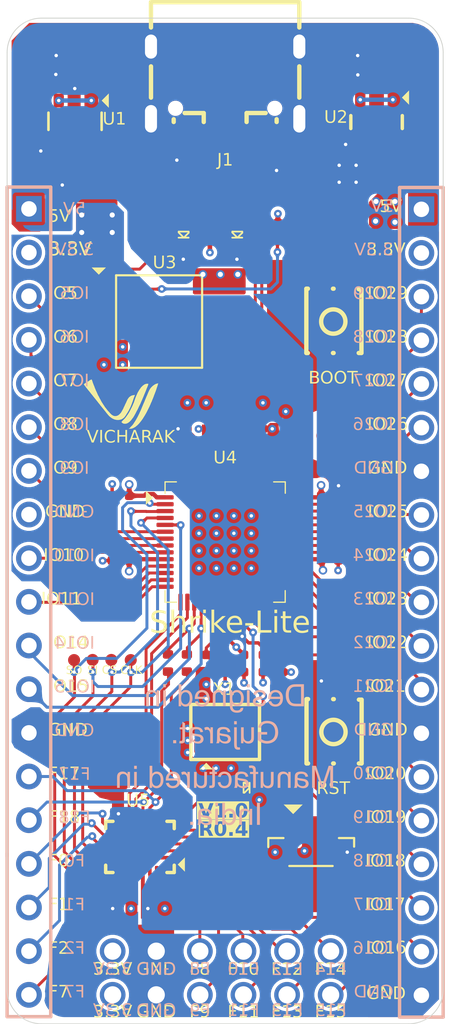
<source format=kicad_pcb>
(kicad_pcb (version 20241229) (generator "pcbnew") (generator_version "9.0")
  (layers (0 "F.Cu" signal "Top Layer") (4 "In1.Cu" signal "GND") (6 "In2.Cu" signal "PWR") (2 "B.Cu" signal "Bottom Layer") (13 "F.Paste" user "Top Paste") (15 "B.Paste" user "Bottom Paste") (5 "F.SilkS" user "Top Overlay") (7 "B.SilkS" user "Bottom Overlay") (1 "F.Mask" user "Top Solder") (3 "B.Mask" user "Bottom Solder") (25 "Edge.Cuts" user))
  (net 0 "")
  (net 1 "GPIO15")
  (net 2 "GPIO14")
  (net 3 "F_SPI_SO")
  (net 4 "F_SPI_SI")
  (net 5 "F_SPI_CLK")
  (net 6 "PWR")
  (net 7 "EN")
  (net 8 "GPIO11")
  (net 9 "F_GPIO9")
  (net 10 "NetC7_1")
  (net 11 "RUN")
  (net 12 "BOOT")
  (net 13 "NetD1_A")
  (net 14 "USBx_P")
  (net 15 "USBx_N")
  (net 16 "NetD2_A")
  (net 17 "XOUT")
  (net 18 "XIN")
  (net 19 "WP")
  (net 20 "VUSB")
  (net 21 "USB_P")
  (net 22 "USB_N")
  (net 23 "SWD")
  (net 24 "SWCLK")
  (net 25 "SPI_SO")
  (net 26 "SPI_SI")
  (net 27 "SPI_CLK")
  (net 28 "NetJ1_B5")
  (net 29 "NetJ1_A5")
  (net 30 "NetD3_A")
  (net 31 "HOLD")
  (net 32 "GPIO29")
  (net 33 "GPIO28")
  (net 34 "GPIO27")
  (net 35 "GPIO26")
  (net 36 "GPIO25")
  (net 37 "GPIO24")
  (net 38 "GPIO23")
  (net 39 "GPIO22")
  (net 40 "GPIO21")
  (net 41 "GPIO20")
  (net 42 "GPIO19")
  (net 43 "GPIO18")
  (net 44 "GPIO17")
  (net 45 "GPIO16")
  (net 46 "GPIO10")
  (net 47 "GPIO9")
  (net 48 "GPIO8")
  (net 49 "GPIO7")
  (net 50 "GPIO6")
  (net 51 "GPIO5")
  (net 52 "GPIO4")
  (net 53 "GND")
  (net 54 "F_GPIO18")
  (net 55 "F_GPIO17")
  (net 56 "F_GPIO16")
  (net 57 "F_GPIO15")
  (net 58 "F_GPIO14")
  (net 59 "F_GPIO13")
  (net 60 "F_GPIO12")
  (net 61 "F_GPIO11")
  (net 62 "F_GPIO10")
  (net 63 "F_GPIO8")
  (net 64 "F_GPIO7")
  (net 65 "F_GPIO2")
  (net 66 "F_GPIO1")
  (net 67 "F_GPIO0")
  (net 68 "CS1")
  (net 69 "CS0")
  (net 70 "3.3V")
  (net 71 "1.1V")
  (footprint "SLG47910:CAP_0402" (layer "F.Cu") (at 157.321095 85.74068)
    (property "Reference" "C4" (hide yes))
    (property "Value" "" (hide yes))
  )
  (footprint "SLG47910:RESC0402" (layer "F.Cu") (at 151.801095 113.2948 90)
    (property "Reference" "R10" (hide yes))
    (property "Value" "" (hide yes))
  )
  (footprint "SLG47910:RESC0402" (layer "F.Cu") (at 146.215095 84.6142)
    (property "Reference" "R2" (hide yes))
    (property "Value" "" (hide yes))
  )
  (footprint "SLG47910:TP" (layer "F.Cu") (at 141.871695 113.0876)
    (property "Reference" "CS")
    (property "Value" "" (hide yes))
  )
  (footprint "SLG47910:SOIC-8_208MIL" (layer "F.Cu") (at 144.666095 93.4026)
    (property "Reference" "U3")
    (property "Value" "" (hide yes))
  )
  (footprint "SLG47910:LED_0603" (layer "F.Cu") (at 146.062695 88.348 -90)
    (property "Reference" "D3" (hide yes))
    (property "Value" "" (hide yes))
  )
  (footprint "SLG47910:TP" (layer "F.Cu") (at 152.217395 91.6019)
    (property "Reference" "GND1" (hide yes))
    (property "Value" "TP" (hide yes))
  )
  (footprint "SLG47910:CAP_0402" (layer "F.Cu") (at 147.401095 113.2948 -90)
    (property "Reference" "C9" (hide yes))
    (property "Value" "" (hide yes))
  )
  (footprint "SLG47910:CRYSTAL_3225" (layer "F.Cu") (at 148.501095 117.2786)
    (property "Reference" "X1")
    (property "Value" "" (hide yes))
  )
  (footprint "SLG47910:SW_MICRO PUSH BUTTON 4 PAD" (layer "F.Cu") (at 154.800295 93.4026 -90)
    (property "Reference" "SW2" (hide yes))
    (property "Value" "SW PUSHBUTTON" (hide yes))
  )
  (footprint "SLG47910:CAP_0402" (layer "F.Cu") (at 150.701095 113.2948 -90)
    (property "Reference" "C11" (hide yes))
    (property "Value" "" (hide yes))
  )
  (footprint "SLG47910:TP" (layer "F.Cu") (at 140.779495 113.0876)
    (property "Reference" "SI")
    (property "Value" "" (hide yes))
  )
  (footprint "SLG47910:RESC0402" (layer "F.Cu") (at 152.996895 88.1956 -90)
    (property "Reference" "R11" (hide yes))
    (property "Value" "" (hide yes))
  )
  (footprint "SLG47910:TP" (layer "F.Cu") (at 143.001095 113.0952)
    (property "Reference" "CLK")
    (property "Value" "" (hide yes))
  )
  (footprint "SLG47910:TP" (layer "F.Cu") (at 141.008095 87.205 90)
    (property "Reference" "2" (hide yes))
    (property "Value" "" (hide yes))
  )
  (footprint "" (layer "F.Cu") (at 143.744025 85.15867)
    (property "Reference" "")
    (property "Value" "")
  )
  (footprint "SLG47910:CAP_0402" (layer "F.Cu") (at 142.413175 103.53719 180)
    (property "Reference" "C15" (hide yes))
    (property "Value" "" (hide yes))
  )
  (footprint "SLG47910:RESC0402" (layer "F.Cu") (at 145.171455 113.26689 90)
    (property "Reference" "R7" (hide yes))
    (property "Value" "" (hide yes))
  )
  (footprint "SLG47910:CAP_0402" (layer "F.Cu") (at 154.597095 107.2964)
    (property "Reference" "C18" (hide yes))
    (property "Value" "" (hide yes))
  )
  (footprint "SLG47910:6X2 HEADER 2.54MM" (layer "F.Cu") (at 148.501095 131.147)
    (property "Reference" "J3" (hide yes))
    (property "Value" "DNP" (hide yes))
  )
  (footprint "SLG47910:CAP_0402" (layer "F.Cu") (at 149.601095 113.2948 -90)
    (property "Reference" "C19" (hide yes))
    (property "Value" "" (hide yes))
  )
  (footprint "Shrike:CAPC0603" (layer "F.Cu") (at 157.321095 77.8788)
    (property "Reference" "C1" (hide yes))
    (property "Value" "100nF 10V" (hide yes))
  )
  (footprint "SLG47910:CAP_0402" (layer "F.Cu") (at 148.501095 113.2948 -90)
    (property "Reference" "C10" (hide yes))
    (property "Value" "" (hide yes))
  )
  (footprint "Shrike:CAPC0603" (layer "F.Cu") (at 139.681115 77.8788)
    (property "Reference" "C5" (hide yes))
    (property "Value" "100nF 10V" (hide yes))
  )
  (footprint "SLG47910:RESC0402" (layer "F.Cu") (at 148.501095 99.143 90)
    (property "Reference" "R13" (hide yes))
    (property "Value" "" (hide yes))
  )
  (footprint "SLG47910:CAP_0402" (layer "F.Cu") (at 142.450305 127.01328 180)
    (property "Reference" "C21" (hide yes))
    (property "Value" "" (hide yes))
  )
  (footprint "" (layer "F.Cu") (at 154.325765 100.04359)
    (property "Reference" "")
    (property "Value" "")
  )
  (footprint "SLG47910:CAP_0402" (layer "F.Cu") (at 154.597095 103.5372)
    (property "Reference" "C16" (hide yes))
    (property "Value" "" (hide yes))
  )
  (footprint "" (layer "F.Cu") (at 142.058115 118.6536)
    (property "Reference" "")
    (property "Value" "")
  )
  (footprint "SLG47910:CAP_0402" (layer "F.Cu") (at 150.701095 99.143 90)
    (property "Reference" "C17" (hide yes))
    (property "Value" "" (hide yes))
  )
  (footprint "SLG47910:RESC0402" (layer "F.Cu") (at 149.601095 99.143 90)
    (property "Reference" "R12" (hide yes))
    (property "Value" "" (hide yes))
  )
  (footprint "SLG47910:QFN24 3X3" (layer "F.Cu") (at 143.513105 123.99068 180)
    (property "Reference" "U5")
    (property "Value" "" (hide yes))
  )
  (footprint "SLG47910:TP" (layer "F.Cu") (at 139.701095 113.0952)
    (property "Reference" "SO")
    (property "Value" "" (hide yes))
  )
  (footprint "SLG47910:CAP_0402" (layer "F.Cu") (at 139.681115 86.66148)
    (property "Reference" "C7" (hide yes))
    (property "Value" "" (hide yes))
  )
  (footprint "CUSTOM PCB:TYPE-C" (layer "F.Cu") (at 148.501095 80.0422 180)
    (property "Reference" "J1")
    (property "Value" "" (hide yes))
  )
  (footprint "SLG47910:CAP_0402" (layer "F.Cu") (at 157.321095 79.0288)
    (property "Reference" "C2" (hide yes))
    (property "Value" "" (hide yes))
  )
  (footprint "SLG47910:RESC0402" (layer "F.Cu") (at 141.181115 84.24068)
    (property "Reference" "R4" (hide yes))
    (property "Value" "" (hide yes))
  )
  (footprint "SLG47910:RESC0402" (layer "F.Cu") (at 151.574495 88.1956 90)
    (property "Reference" "R9" (hide yes))
    (property "Value" "" (hide yes))
  )
  (footprint "Shrike:CAPC0603" (layer "F.Cu") (at 139.681115 85.46148)
    (property "Reference" "C8" (hide yes))
    (property "Value" "100nF 10V" (hide yes))
  )
  (footprint "SLG47910:CAP_0402" (layer "F.Cu") (at 142.405095 107.2964 180)
    (property "Reference" "C14" (hide yes))
    (property "Value" "" (hide yes))
  )
  (footprint "SLG47910:CAP_0402" (layer "F.Cu") (at 146.301095 99.143 90)
    (property "Reference" "C12" (hide yes))
    (property "Value" "" (hide yes))
  )
  (footprint "SLG47910:XUNPU WAFER-SH1.0-3PLB" (layer "F.Cu") (at 153.513105 123.1236)
    (property "Reference" "J5" (hide yes))
    (property "Value" "XUNPU WAFER-SH1.0-3PLB" (hide yes))
  )
  (footprint "SLG47910:QFN-56 7X7" (layer "F.Cu") (at 148.501095 106.2296)
    (property "Reference" "U4")
    (property "Value" "RP2040" (hide yes))
  )
  (footprint "SLG47910:LED_0603" (layer "F.Cu") (at 149.186895 88.348 -90)
    (property "Reference" "D1" (hide yes))
    (property "Value" "LED1" (hide yes))
  )
  (footprint "SLG47910:CAP_0402" (layer "F.Cu") (at 144.505705 127.01329)
    (property "Reference" "C20" (hide yes))
    (property "Value" "" (hide yes))
  )
  (footprint "SLG47910:RESC0402" (layer "F.Cu") (at 146.271455 113.26689 90)
    (property "Reference" "R8" (hide yes))
    (property "Value" "" (hide yes))
  )
  (footprint "SLG47910:LED_0603" (layer "F.Cu") (at 149.751095 120.5422)
    (property "Reference" "D2" (hide yes))
    (property "Value" "" (hide yes))
  )
  (footprint "SLG47910:RESC0402" (layer "F.Cu") (at 150.304495 84.6142 180)
    (property "Reference" "R3" (hide yes))
    (property "Value" "" (hide yes))
  )
  (footprint "SLG47910:RESC0402" (layer "F.Cu") (at 144.513295 88.1702 -90)
    (property "Reference" "R14" (hide yes))
    (property "Value" "" (hide yes))
  )
  (footprint "SLG47910:CAP_0402" (layer "F.Cu") (at 139.681095 79.0288)
    (property "Reference" "C6" (hide yes))
    (property "Value" "" (hide yes))
  )
  (footprint "SLG47910:CAP_0402" (layer "F.Cu") (at 147.401095 99.143 90)
    (property "Reference" "C13" (hide yes))
    (property "Value" "" (hide yes))
  )
  (footprint "SLG47910:SOT25-5" (layer "F.Cu") (at 157.321095 81.7994 -90)
    (property "Reference" "U2")
    (property "Value" "" (hide yes))
  )
  (footprint "SLG47910:RESC0402" (layer "F.Cu") (at 147.612095 88.1702 -90)
    (property "Reference" "R1" (hide yes))
    (property "Value" "RES_0402_5" (hide yes))
  )
  (footprint "SLG47910:RESC0402" (layer "F.Cu") (at 138.262915 84.24068)
    (property "Reference" "R5" (hide yes))
    (property "Value" "" (hide yes))
  )
  (footprint "Shrike:CAPC0603" (layer "F.Cu") (at 157.321095 84.54068)
    (property "Reference" "C3" (hide yes))
    (property "Value" "100nF 10V" (hide yes))
  )
  (footprint "SLG47910:SOT23-5" (layer "F.Cu") (at 139.681125 81.7948 -90)
    (property "Reference" "U1")
    (property "Value" "" (hide yes))
  )
  (footprint "SLG47910:SW_MICRO PUSH BUTTON 4 PAD" (layer "F.Cu") (at 154.811175 117.2786 -90)
    (property "Reference" "SW1" (hide yes))
    (property "Value" "SW PUSHBUTTON" (hide yes))
  )
  (footprint "SLG47910:RESC0402" (layer "F.Cu") (at 147.401095 120.5422 180)
    (property "Reference" "R6" (hide yes))
    (property "Value" "" (hide yes))
  )
  (footprint "SLG47910:HEADER_19X1_2.54" (layer "B.Cu") (at 159.931095 109.7346 -90)
    (property "Reference" "J4" (hide yes))
    (property "Value" "Header 19X1_2.54MM" (hide yes))
  )
  (footprint "SLG47910:HEADER_19X1_2.54" (layer "B.Cu") (at 137.071095 109.7094 -90)
    (property "Reference" "J2" (hide yes))
    (property "Value" "Header 19X1_2.54MM" (hide yes))
  )
  (gr_poly (pts (xy 150.796455 112.36196) (xy 150.797275 112.40015) (xy 150.803815 112.46439) (xy 150.809545 112.49043) (xy 150.816905 112.51242) (xy 150.825905 112.53037) (xy 150.836545 112.54426) (xy 150.848815 112.55411) (xy 150.862715 112.5599) (xy 150.878265 112.56165) (xy 150.514655 112.56785) (xy 150.530195 112.56554) (xy 150.544095 112.55917) (xy 150.556365 112.54874) (xy 150.567005 112.53424) (xy 150.576005 112.51568) (xy 150.583365 112.49306) (xy 150.589095 112.46638) (xy 150.593185 112.43563) (xy 150.595635 112.40083) (xy 150.596455 112.36196)) (fill yes) (layer "F.Cu") (net 71))
  (gr_poly (pts (xy 146.955695 99.52) (xy 146.997865 99.51933) (xy 147.068825 99.51394) (xy 147.097625 99.50922) (xy 147.121955 99.50316) (xy 147.141835 99.49575) (xy 147.157255 99.48699) (xy 147.168215 99.47689) (xy 147.174715 99.46544) (xy 147.176755 99.45264) (xy 147.182105 99.84136) (xy 147.179675 99.82856) (xy 147.172755 99.81711) (xy 147.161335 99.80701) (xy 147.145435 99.79825) (xy 147.125045 99.79084) (xy 147.100155 99.78478) (xy 147.070775 99.78006) (xy 147.036905 99.77669) (xy 146.955695 99.774)) (fill yes) (layer "F.Cu") (net 70))
  (gr_poly (pts (xy 146.933565 119.2768) (xy 146.955675 119.2765) (xy 147.011745 119.272) (xy 147.027015 119.2693) (xy 147.040585 119.266) (xy 147.052435 119.2621) (xy 147.062595 119.2576) (xy 147.071035 119.2525) (xy 147.077765 119.2468) (xy 147.077765 119.5268) (xy 147.071035 119.5211) (xy 147.062595 119.516) (xy 147.052435 119.5115) (xy 147.040585 119.5076) (xy 147.027015 119.5043) (xy 147.011745 119.5016) (xy 146.976065 119.498) (xy 146.955675 119.4971) (xy 146.933565 119.4968)) (fill yes) (layer "F.Cu") (net 53))
  (gr_poly (pts (xy 152.526895 88.61027) (xy 152.561615 88.60942) (xy 152.592675 88.60688) (xy 152.620085 88.60264) (xy 152.643845 88.59671) (xy 152.663945 88.58909) (xy 152.680395 88.57976) (xy 152.693185 88.56875) (xy 152.702315 88.55604) (xy 152.707805 88.54163) (xy 152.709625 88.52553) (xy 152.709625 88.86567) (xy 152.707805 88.84957) (xy 152.702315 88.83516) (xy 152.693185 88.82245) (xy 152.680395 88.81144) (xy 152.663945 88.80212) (xy 152.643845 88.79449) (xy 152.620085 88.78856) (xy 152.592675 88.78432) (xy 152.561615 88.78178) (xy 152.526895 88.78093)) (fill yes) (layer "F.Cu") (net 69))
  (gr_poly (pts (xy 145.569095 105.14897) (xy 145.591005 105.14826) (xy 145.612125 105.14613) (xy 145.632465 105.1426) (xy 145.652025 105.13764) (xy 145.670805 105.13127) (xy 145.688795 105.12348) (xy 145.706005 105.11428) (xy 145.722435 105.10366) (xy 145.738075 105.09163) (xy 145.752935 105.07818) (xy 145.746355 105.39311) (xy 145.732115 105.37915) (xy 145.717005 105.36665) (xy 145.701045 105.35563) (xy 145.684225 105.34608) (xy 145.666545 105.338) (xy 145.647995 105.33139) (xy 145.628595 105.32624) (xy 145.608335 105.32257) (xy 145.587225 105.32036) (xy 145.565235 105.31963)) (fill yes) (layer "F.Cu") (net 4))
  (gr_poly (pts (xy 143.040135 103.03424) (xy 143.040995 103.07901) (xy 143.047875 103.15803) (xy 143.053895 103.19229) (xy 143.061625 103.22304) (xy 143.071085 103.2503) (xy 143.082255 103.27405) (xy 143.095155 103.29429) (xy 143.109765 103.31103) (xy 143.126095 103.32427) (xy 142.700255 103.32427) (xy 142.716575 103.31104) (xy 142.731175 103.29431) (xy 142.744055 103.27407) (xy 142.755215 103.25032) (xy 142.764665 103.22308) (xy 142.772395 103.19232) (xy 142.778405 103.15806) (xy 142.782705 103.1203) (xy 142.786135 103.03426)) (fill yes) (layer "F.Cu") (net 70))
  (gr_poly (pts (xy 143.915965 104.97766) (xy 143.901085 104.99334) (xy 143.887375 105.00946) (xy 143.874835 105.026) (xy 143.863475 105.04296) (xy 143.853285 105.06035) (xy 143.844285 105.07816) (xy 143.836445 105.0964) (xy 143.829785 105.11507) (xy 143.824305 105.13416) (xy 143.820005 105.15368) (xy 143.644985 104.89177) (xy 143.663945 104.89476) (xy 143.682615 104.89573) (xy 143.700995 104.89469) (xy 143.719075 104.89162) (xy 143.736865 104.88654) (xy 143.754365 104.87944) (xy 143.771565 104.87032) (xy 143.788485 104.85919) (xy 143.805105 104.84603) (xy 143.821425 104.83086)) (fill yes) (layer "F.Cu") (net 5))
  (gr_poly (pts (xy 149.178445 99.84621) (xy 149.204555 99.81977) (xy 149.290205 99.72273) (xy 149.298345 99.71036) (xy 149.303495 99.70033) (xy 149.305645 99.69265) (xy 149.304795 99.68731) (xy 149.417445 99.88751) (xy 149.414135 99.88451) (xy 149.409005 99.88401) (xy 149.402035 99.886) (xy 149.393235 99.89048) (xy 149.382605 99.89746) (xy 149.370145 99.90693) (xy 149.339735 99.93336) (xy 149.301995 99.96977)) (fill yes) (layer "F.Cu") (net 15))
  (gr_poly (pts (xy 154.220095 103.03386) (xy 154.220995 103.07822) (xy 154.228185 103.15673) (xy 154.234485 103.19088) (xy 154.242575 103.22162) (xy 154.252465 103.24897) (xy 154.264155 103.2729) (xy 154.277645 103.29343) (xy 154.292935 103.31055) (xy 154.310015 103.32427) (xy 153.884175 103.32427) (xy 153.899735 103.31153) (xy 153.913665 103.29519) (xy 153.925955 103.27525) (xy 153.936605 103.25172) (xy 153.945615 103.2246) (xy 153.952985 103.19388) (xy 153.958725 103.15956) (xy 153.962815 103.12165) (xy 153.966095 103.03505)) (fill yes) (layer "F.Cu") (net 70))
  (gr_poly (pts (xy 143.412505 103.6622) (xy 143.368665 103.66308) (xy 143.291115 103.67011) (xy 143.257405 103.67626) (xy 143.227075 103.68418) (xy 143.200125 103.69385) (xy 143.176555 103.70528) (xy 143.156355 103.71847) (xy 143.139535 103.73341) (xy 143.126095 103.75012) (xy 143.126095 103.32427) (xy 143.139535 103.34098) (xy 143.156355 103.35592) (xy 143.176555 103.36911) (xy 143.200125 103.38054) (xy 143.227075 103.39021) (xy 143.257405 103.39813) (xy 143.291115 103.40428) (xy 143.328205 103.40868) (xy 143.368665 103.41132) (xy 143.412505 103.4122)) (fill yes) (layer "F.Cu") (net 70))
  (gr_poly (pts (xy 147.291095 114.79701) (xy 147.290795 114.7749) (xy 147.286295 114.71883) (xy 147.283595 114.70356) (xy 147.280295 114.68999) (xy 147.276395 114.67813) (xy 147.271895 114.66798) (xy 147.266795 114.65954) (xy 147.261095 114.6528) (xy 147.541095 114.6528) (xy 147.535395 114.65954) (xy 147.530295 114.66798) (xy 147.525795 114.67813) (xy 147.521895 114.68999) (xy 147.518595 114.70356) (xy 147.515895 114.71883) (xy 147.512295 114.7545) (xy 147.511395 114.7749) (xy 147.511095 114.79701)) (fill yes) (layer "F.Cu") (net 53))
  (gr_poly (pts (xy 146.176695 117.91673) (xy 146.182395 117.92346) (xy 146.187495 117.93191) (xy 146.191995 117.94206) (xy 146.195895 117.95391) (xy 146.199195 117.96748) (xy 146.201895 117.98276) (xy 146.205495 118.01843) (xy 146.206395 118.03883) (xy 146.206695 118.06093) (xy 146.426695 118.06093) (xy 146.426995 118.03883) (xy 146.431495 117.98276) (xy 146.434195 117.96748) (xy 146.437495 117.95391) (xy 146.441395 117.94206) (xy 146.445895 117.93191) (xy 146.450995 117.92346) (xy 146.456695 117.91673)) (fill yes) (layer "F.Cu") (net 53))
  (gr_poly (pts (xy 151.447495 87.44953) (xy 151.447195 87.4245) (xy 151.442615 87.36145) (xy 151.439875 87.34444) (xy 151.436515 87.32944) (xy 151.432555 87.31644) (xy 151.427975 87.30545) (xy 151.422795 87.29646) (xy 151.416995 87.28948) (xy 151.731995 87.28948) (xy 151.726195 87.29646) (xy 151.721015 87.30545) (xy 151.716445 87.31644) (xy 151.712475 87.32944) (xy 151.709125 87.34444) (xy 151.706375 87.36145) (xy 151.702715 87.40148) (xy 151.701495 87.44953)) (fill yes) (layer "F.Cu") (net 70))
  (gr_poly (pts (xy 152.044495 88.78093) (xy 152.009775 88.78178) (xy 151.978715 88.78432) (xy 151.951305 88.78856) (xy 151.927545 88.79449) (xy 151.907445 88.80212) (xy 151.891005 88.81144) (xy 151.878215 88.82245) (xy 151.869075 88.83516) (xy 151.863595 88.84957) (xy 151.861765 88.86567) (xy 151.861765 88.52553) (xy 151.863595 88.54163) (xy 151.869075 88.55604) (xy 151.878205 88.56875) (xy 151.890995 88.57976) (xy 151.907445 88.58909) (xy 151.927545 88.59671) (xy 151.951305 88.60264) (xy 151.978715 88.60688) (xy 152.009775 88.60942) (xy 152.044495 88.61027)) (fill yes) (layer "F.Cu") (net 69))
  (gr_poly (pts (xy 143.034095 107.55976) (xy 143.034585 107.58678) (xy 143.038465 107.63524) (xy 143.041865 107.65669) (xy 143.046235 107.67627) (xy 143.051575 107.694) (xy 143.057895 107.70987) (xy 143.065175 107.72389) (xy 143.073435 107.73604) (xy 143.082665 107.74634) (xy 142.732675 107.74914) (xy 142.741685 107.73877) (xy 142.749745 107.72654) (xy 142.756865 107.71247) (xy 142.763025 107.69654) (xy 142.768235 107.67877) (xy 142.772505 107.65914) (xy 142.775825 107.63766) (xy 142.779625 107.58915) (xy 142.780095 107.56212)) (fill yes) (layer "F.Cu") (net 70))
  (gr_poly (pts (xy 147.680665 119.2768) (xy 147.702765 119.2765) (xy 147.758835 119.272) (xy 147.774115 119.2693) (xy 147.787685 119.266) (xy 147.799535 119.2621) (xy 147.809685 119.2576) (xy 147.818135 119.2525) (xy 147.824865 119.2468) (xy 147.824865 119.5268) (xy 147.818135 119.5211) (xy 147.809685 119.516) (xy 147.799535 119.5115) (xy 147.787685 119.5076) (xy 147.774115 119.5043) (xy 147.758835 119.5016) (xy 147.723165 119.498) (xy 147.702765 119.4971) (xy 147.680665 119.4968)) (fill yes) (layer "F.Cu") (net 53))
  (gr_poly (pts (xy 147.291095 115.63837) (xy 147.290795 115.61627) (xy 147.286295 115.5602) (xy 147.283595 115.54492) (xy 147.280295 115.53135) (xy 147.276395 115.5195) (xy 147.271895 115.50934) (xy 147.266795 115.5009) (xy 147.261095 115.49417) (xy 147.541095 115.49417) (xy 147.535395 115.5009) (xy 147.530295 115.50934) (xy 147.525795 115.5195) (xy 147.521895 115.53135) (xy 147.518595 115.54492) (xy 147.515895 115.5602) (xy 147.512295 115.59587) (xy 147.511395 115.61627) (xy 147.511095 115.63837)) (fill yes) (layer "F.Cu") (net 53))
  (gr_poly (pts (xy 148.558555 119.2768) (xy 148.580655 119.2765) (xy 148.636725 119.272) (xy 148.652005 119.2693) (xy 148.665565 119.266) (xy 148.677425 119.2621) (xy 148.687575 119.2576) (xy 148.696025 119.2525) (xy 148.702755 119.2468) (xy 148.702755 119.5268) (xy 148.696025 119.5211) (xy 148.687575 119.516) (xy 148.677425 119.5115) (xy 148.665565 119.5076) (xy 148.652005 119.5043) (xy 148.636725 119.5016) (xy 148.601055 119.498) (xy 148.580655 119.4971) (xy 148.558555 119.4968)) (fill yes) (layer "F.Cu") (net 53))
  (gr_poly (pts (xy 145.798145 99.516) (xy 145.842915 99.51514) (xy 145.921945 99.50826) (xy 145.956205 99.50225) (xy 145.986955 99.49452) (xy 146.014205 99.48507) (xy 146.037955 99.4739) (xy 146.058195 99.46101) (xy 146.074935 99.4464) (xy 146.088165 99.43008) (xy 146.088165 99.85592) (xy 146.074935 99.8396) (xy 146.058195 99.82499) (xy 146.037955 99.8121) (xy 146.014205 99.80093) (xy 145.986955 99.79148) (xy 145.956205 99.78374) (xy 145.921945 99.77773) (xy 145.884185 99.77344) (xy 145.798145 99.77)) (fill yes) (layer "F.Cu") (net 71))
  (gr_poly (pts (xy 148.586425 112.37481) (xy 148.587275 112.40953) (xy 148.589815 112.44059) (xy 148.594045 112.468) (xy 148.599985 112.49175) (xy 148.607605 112.51185) (xy 148.616925 112.52829) (xy 148.627945 112.54108) (xy 148.640655 112.55022) (xy 148.655055 112.5557) (xy 148.671155 112.55753) (xy 148.331045 112.55753) (xy 148.347145 112.5557) (xy 148.361545 112.55022) (xy 148.374255 112.54108) (xy 148.385265 112.52829) (xy 148.394595 112.51185) (xy 148.402215 112.49175) (xy 148.408145 112.468) (xy 148.412385 112.44059) (xy 148.414925 112.40953) (xy 148.415775 112.37481)) (fill yes) (layer "F.Cu") (net 17))
  (gr_poly (pts (xy 154.277865 107.48648) (xy 154.278445 107.51345) (xy 154.283115 107.5613) (xy 154.287195 107.5822) (xy 154.292445 107.60107) (xy 154.298865 107.61791) (xy 154.306445 107.63274) (xy 154.315195 107.64554) (xy 154.325105 107.65631) (xy 154.336195 107.66507) (xy 153.992455 107.73097) (xy 153.998425 107.72094) (xy 154.003755 107.70898) (xy 154.008475 107.69509) (xy 154.012555 107.67928) (xy 154.016015 107.66154) (xy 154.021035 107.62027) (xy 154.022605 107.59675) (xy 154.023865 107.54392)) (fill yes) (layer "F.Cu") (net 70))
  (gr_poly (pts (xy 147.507635 119.4968) (xy 147.485525 119.4971) (xy 147.429455 119.5016) (xy 147.414175 119.5043) (xy 147.400615 119.5076) (xy 147.388755 119.5115) (xy 147.378605 119.516) (xy 147.370165 119.5211) (xy 147.363425 119.5268) (xy 147.363425 119.2468) (xy 147.370165 119.2525) (xy 147.378605 119.2576) (xy 147.388755 119.2621) (xy 147.400615 119.266) (xy 147.414175 119.2693) (xy 147.429455 119.272) (xy 147.465125 119.2756) (xy 147.485525 119.2765) (xy 147.507635 119.2768)) (fill yes) (layer "F.Cu") (net 53))
  (gr_poly (pts (xy 146.078825 99.77) (xy 146.053795 99.7703) (xy 145.990735 99.77488) (xy 145.973735 99.77762) (xy 145.958735 99.78098) (xy 145.945735 99.78494) (xy 145.934745 99.78952) (xy 145.925755 99.7947) (xy 145.918775 99.8005) (xy 145.918775 99.4855) (xy 145.925755 99.49129) (xy 145.934745 99.49648) (xy 145.945735 99.50105) (xy 145.958735 99.50502) (xy 145.973735 99.50837) (xy 145.990735 99.51112) (xy 146.030775 99.51478) (xy 146.078825 99.516)) (fill yes) (layer "F.Cu") (net 71))
  (gr_poly (pts (xy 149.489695 111.51601) (xy 149.478265 111.51533) (xy 149.466385 111.51307) (xy 149.454055 111.50922) (xy 149.441275 111.50379) (xy 149.428035 111.49678) (xy 149.414345 111.48818) (xy 149.400205 111.478) (xy 149.385615 111.46624) (xy 149.355075 111.43796) (xy 149.213655 111.57938) (xy 149.228585 111.59488) (xy 149.253695 111.62451) (xy 149.263875 111.63865) (xy 149.272475 111.65234) (xy 149.279485 111.66558) (xy 149.284915 111.67836) (xy 149.288765 111.69069) (xy 149.291025 111.70257) (xy 149.291705 111.714)) (fill yes) (layer "F.Cu") (net 71))
  (gr_poly (pts (xy 147.229405 99.774) (xy 147.206695 99.77414) (xy 147.124815 99.77908) (xy 147.114765 99.78092) (xy 147.106835 99.78303) (xy 147.101005 99.78543) (xy 147.097295 99.78811) (xy 147.091695 99.50817) (xy 147.095175 99.51042) (xy 147.100805 99.51243) (xy 147.108565 99.5142) (xy 147.118465 99.51574) (xy 147.144695 99.51811) (xy 147.200075 99.51988) (xy 147.222825 99.52)) (fill yes) (layer "F.Cu") (net 70))
  (gr_poly (pts (xy 147.291095 114.26414) (xy 147.290065 114.2278) (xy 147.286985 114.19384) (xy 147.281835 114.16226) (xy 147.274635 114.13305) (xy 147.265365 114.10622) (xy 147.254045 114.08176) (xy 147.240665 114.05969) (xy 147.225225 114.03999) (xy 147.207735 114.02267) (xy 147.188175 114.00772) (xy 147.614025 114.00772) (xy 147.594465 114.02267) (xy 147.576965 114.03999) (xy 147.561525 114.05969) (xy 147.548155 114.08176) (xy 147.536825 114.10622) (xy 147.527565 114.13305) (xy 147.520365 114.16226) (xy 147.515215 114.19384) (xy 147.512125 114.2278) (xy 147.511095 114.26414)) (fill yes) (layer "F.Cu") (net 53))
  (gr_poly (pts (xy 149.686425 115.73354) (xy 149.687275 115.76655) (xy 149.689835 115.79608) (xy 149.694105 115.82213) (xy 149.700075 115.84471) (xy 149.707755 115.86382) (xy 149.717135 115.87945) (xy 149.728235 115.89161) (xy 149.741025 115.90029) (xy 149.755535 115.9055) (xy 149.771745 115.90724) (xy 149.430445 115.90724) (xy 149.446655 115.9055) (xy 149.461165 115.90029) (xy 149.473965 115.89161) (xy 149.485055 115.87945) (xy 149.494435 115.86382) (xy 149.502115 115.84471) (xy 149.508095 115.82213) (xy 149.512355 115.79608) (xy 149.514915 115.76655) (xy 149.515765 115.73354)) (fill yes) (layer "F.Cu") (net 17))
  (gr_poly (pts (xy 144.427965 89.09021) (xy 144.427115 89.0572) (xy 144.424555 89.02767) (xy 144.420285 89.00161) (xy 144.414315 88.97903) (xy 144.406635 88.95992) (xy 144.397245 88.94429) (xy 144.386155 88.93213) (xy 144.373355 88.92344) (xy 144.358845 88.91823) (xy 144.342635 88.91649) (xy 144.683965 88.91649) (xy 144.667745 88.91823) (xy 144.653245 88.92344) (xy 144.640445 88.93213) (xy 144.629345 88.94429) (xy 144.619965 88.95992) (xy 144.612285 88.97903) (xy 144.606315 89.00161) (xy 144.602045 89.02767) (xy 144.599485 89.0572) (xy 144.598625 89.09021)) (fill yes) (layer "F.Cu") (net 52))
  (gr_poly (pts (xy 149.237695 94.12293) (xy 149.206095 94.12371) (xy 149.177815 94.12605) (xy 149.152865 94.12995) (xy 149.131235 94.1354) (xy 149.112945 94.14242) (xy 149.097975 94.151) (xy 149.086325 94.16113) (xy 149.078015 94.17282) (xy 149.073025 94.18608) (xy 149.071355 94.20089) (xy 149.071355 93.87431) (xy 149.073025 93.88912) (xy 149.078015 93.90237) (xy 149.086325 93.91407) (xy 149.097975 93.9242) (xy 149.112945 93.93278) (xy 149.131235 93.93979) (xy 149.152865 93.94525) (xy 149.177815 93.94915) (xy 149.206095 93.95149) (xy 149.237695 93.95227)) (fill yes) (layer "F.Cu") (net 27))
  (gr_poly (pts (xy 146.426695 117.48687) (xy 146.426995 117.50897) (xy 146.431495 117.56504) (xy 146.434195 117.58032) (xy 146.437495 117.59388) (xy 146.441395 117.60574) (xy 146.445895 117.61589) (xy 146.450995 117.62434) (xy 146.456695 117.63107) (xy 146.176695 117.63107) (xy 146.182395 117.62434) (xy 146.187495 117.61589) (xy 146.191995 117.60574) (xy 146.195895 117.59388) (xy 146.199195 117.58032) (xy 146.201895 117.56504) (xy 146.205495 117.52937) (xy 146.206395 117.50897) (xy 146.206695 117.48687)) (fill yes) (layer "F.Cu") (net 53))
  (gr_poly (pts (xy 148.923745 98.43979) (xy 148.897635 98.46623) (xy 148.811985 98.56327) (xy 148.803835 98.57564) (xy 148.798695 98.58567) (xy 148.796545 98.59335) (xy 148.797385 98.59869) (xy 148.684745 98.39848) (xy 148.688045 98.40148) (xy 148.693185 98.40199) (xy 148.700155 98.4) (xy 148.708945 98.39552) (xy 148.719575 98.38854) (xy 148.732035 98.37907) (xy 148.762455 98.35264) (xy 148.800195 98.31623)) (fill yes) (layer "F.Cu") (net 21))
  (gr_poly (pts (xy 144.461475 91.43169) (xy 144.483495 91.43094) (xy 144.504605 91.4287) (xy 144.524825 91.42496) (xy 144.544135 91.41972) (xy 144.562545 91.41299) (xy 144.580045 91.40476) (xy 144.596655 91.39504) (xy 144.612355 91.38382) (xy 144.627155 91.3711) (xy 144.641055 91.35689) (xy 144.654645 91.6716) (xy 144.639475 91.65844) (xy 144.623565 91.64667) (xy 144.606905 91.63628) (xy 144.589495 91.62728) (xy 144.571345 91.61966) (xy 144.552455 91.61343) (xy 144.532825 91.60858) (xy 144.512435 91.60512) (xy 144.491315 91.60305) (xy 144.469445 91.60235)) (fill yes) (layer "F.Cu") (net 69))
  (gr_poly (pts (xy 147.739095 89.06867) (xy 147.739405 89.0937) (xy 147.743975 89.15675) (xy 147.746725 89.17376) (xy 147.750075 89.18876) (xy 147.754045 89.20176) (xy 147.758615 89.21275) (xy 147.763805 89.22174) (xy 147.769595 89.22872) (xy 147.454595 89.22872) (xy 147.460395 89.22173) (xy 147.465575 89.21275) (xy 147.470155 89.20175) (xy 147.474115 89.18876) (xy 147.477475 89.17376) (xy 147.480215 89.15675) (xy 147.483875 89.11672) (xy 147.485095 89.06867)) (fill yes) (layer "F.Cu") (net 70))
  (gr_poly (pts (xy 147.486425 112.38407) (xy 147.487185 112.41668) (xy 147.489445 112.44585) (xy 147.493225 112.47159) (xy 147.498505 112.4939) (xy 147.505295 112.51278) (xy 147.513595 112.52823) (xy 147.523405 112.54024) (xy 147.534725 112.54882) (xy 147.547555 112.55397) (xy 147.561895 112.55569) (xy 147.240305 112.55569) (xy 147.254645 112.55397) (xy 147.267475 112.54882) (xy 147.278785 112.54024) (xy 147.288595 112.52823) (xy 147.296905 112.51278) (xy 147.303695 112.4939) (xy 147.308975 112.47159) (xy 147.312745 112.44585) (xy 147.315015 112.41668) (xy 147.315765 112.38407)) (fill yes) (layer "F.Cu") (net 18))
  (gr_poly (pts (xy 151.634425 89.02081) (xy 151.635145 89.04275) (xy 151.637315 89.06388) (xy 151.640925 89.08418) (xy 151.645975 89.10366) (xy 151.652465 89.12232) (xy 151.660405 89.14016) (xy 151.669785 89.15718) (xy 151.680615 89.17338) (xy 151.692885 89.18876) (xy 151.706595 89.20332) (xy 151.391595 89.20332) (xy 151.405305 89.18876) (xy 151.417575 89.17338) (xy 151.428405 89.15718) (xy 151.437785 89.14016) (xy 151.445725 89.12232) (xy 151.452215 89.10366) (xy 151.457265 89.08418) (xy 151.460875 89.06388) (xy 151.463045 89.04275) (xy 151.463765 89.02081)) (fill yes) (layer "F.Cu") (net 69))
  (gr_poly (pts (xy 154.023865 107.79974) (xy 154.022615 107.74331) (xy 154.018855 107.6931) (xy 154.012585 107.64911) (xy 154.003815 107.61133) (xy 153.992535 107.57977) (xy 153.978755 107.55444) (xy 153.962465 107.53532) (xy 153.943675 107.52242) (xy 153.922365 107.51574) (xy 153.898555 107.51527) (xy 154.336975 107.46899) (xy 154.325745 107.48807) (xy 154.315695 107.50993) (xy 154.306825 107.53456) (xy 154.299145 107.56198) (xy 154.292645 107.59217) (xy 154.283185 107.66089) (xy 154.280235 107.69942) (xy 154.277865 107.78481)) (fill yes) (layer "F.Cu") (net 70))
  (gr_poly (pts (xy 142.786135 103.24216) (xy 142.785655 103.21514) (xy 142.781815 103.16665) (xy 142.778455 103.14519) (xy 142.774135 103.12558) (xy 142.768855 103.10783) (xy 142.762615 103.09193) (xy 142.755405 103.07789) (xy 142.747245 103.0657) (xy 142.738125 103.05536) (xy 143.088125 103.05531) (xy 143.079005 103.06564) (xy 143.070845 103.07784) (xy 143.063655 103.09188) (xy 143.057415 103.10778) (xy 143.052135 103.12553) (xy 143.047815 103.14514) (xy 143.044455 103.1666) (xy 143.042055 103.18992) (xy 143.040135 103.24211)) (fill yes) (layer "F.Cu") (net 70))
  (gr_poly (pts (xy 149.149095 112.14481) (xy 149.140305 112.14408) (xy 149.130725 112.14171) (xy 149.120365 112.13772) (xy 149.109225 112.13209) (xy 149.097295 112.12483) (xy 149.084585 112.11594) (xy 149.056815 112.09326) (xy 149.041755 112.07947) (xy 149.025915 112.06406) (xy 148.870355 112.21962) (xy 148.885775 112.23546) (xy 148.922235 112.27829) (xy 148.931125 112.291) (xy 148.938385 112.30293) (xy 148.944015 112.31407) (xy 148.948015 112.32443) (xy 148.950375 112.33401) (xy 148.951105 112.3428)) (fill yes) (layer "F.Cu") (net 70))
  (gr_poly (pts (xy 140.087115 91.43169) (xy 140.120125 91.43084) (xy 140.149655 91.42828) (xy 140.175715 91.42401) (xy 140.198295 91.41804) (xy 140.217405 91.41036) (xy 140.233035 91.40097) (xy 140.245195 91.38988) (xy 140.253885 91.37708) (xy 140.259095 91.36257) (xy 140.260835 91.34636) (xy 140.260835 91.68768) (xy 140.259095 91.67147) (xy 140.253885 91.65696) (xy 140.245195 91.64417) (xy 140.233035 91.63307) (xy 140.217405 91.62369) (xy 140.198295 91.616) (xy 140.175715 91.61003) (xy 140.149655 91.60577) (xy 140.120125 91.60321) (xy 140.087115 91.60235)) (fill yes) (layer "F.Cu") (net 69))
  (gr_poly (pts (xy 148.749835 113.1642) (xy 148.714675 113.13023) (xy 148.651765 113.07672) (xy 148.623995 113.05718) (xy 148.598685 113.04247) (xy 148.575855 113.03256) (xy 148.555465 113.02748) (xy 148.537555 113.0272) (xy 148.522095 113.03174) (xy 148.509105 113.04109) (xy 148.747395 112.80281) (xy 148.738035 112.8158) (xy 148.733495 112.83126) (xy 148.733775 112.84917) (xy 148.738855 112.86955) (xy 148.748765 112.89239) (xy 148.763485 112.9177) (xy 148.783015 112.94546) (xy 148.807365 112.97569) (xy 148.870495 113.04353)) (fill yes) (layer "F.Cu") (net 17))
  (gr_poly (pts (xy 140.099675 92.70169) (xy 140.130295 92.70096) (xy 140.157695 92.69878) (xy 140.181865 92.69514) (xy 140.202815 92.69005) (xy 140.220545 92.6835) (xy 140.235045 92.67549) (xy 140.246325 92.66603) (xy 140.254385 92.65511) (xy 140.259215 92.64274) (xy 140.260835 92.62891) (xy 140.260835 92.94513) (xy 140.259215 92.9313) (xy 140.254385 92.91893) (xy 140.246325 92.90801) (xy 140.235045 92.89855) (xy 140.220545 92.89055) (xy 140.202815 92.88399) (xy 140.181865 92.8789) (xy 140.157695 92.87526) (xy 140.130295 92.87308) (xy 140.099675 92.87235)) (fill yes) (layer "F.Cu") (net 25))
  (gr_poly (pts (xy 149.836365 84.1442) (xy 149.837215 84.17875) (xy 149.839775 84.20949) (xy 149.844045 84.23641) (xy 149.850015 84.25951) (xy 149.857695 84.27879) (xy 149.867075 84.29426) (xy 149.878175 84.3059) (xy 149.890975 84.31372) (xy 149.905475 84.31772) (xy 149.921695 84.31791) (xy 149.591575 84.35128) (xy 149.605655 84.34032) (xy 149.618255 84.32726) (xy 149.629375 84.31208) (xy 149.639015 84.29481) (xy 149.647165 84.27543) (xy 149.653835 84.25394) (xy 149.659025 84.23035) (xy 149.662735 84.20465) (xy 149.664955 84.17685) (xy 149.665695 84.14694)) (fill yes) (layer "F.Cu") (net 29))
  (gr_poly (pts (xy 149.245065 92.85293) (xy 149.212065 92.85378) (xy 149.182535 92.85634) (xy 149.156475 92.86061) (xy 149.133895 92.86658) (xy 149.114785 92.87426) (xy 149.099155 92.88365) (xy 149.086995 92.89474) (xy 149.078305 92.90754) (xy 149.073095 92.92205) (xy 149.071355 92.93826) (xy 149.071355 92.59694) (xy 149.073095 92.61315) (xy 149.078305 92.62766) (xy 149.086995 92.64045) (xy 149.099155 92.65155) (xy 149.114785 92.66093) (xy 149.133895 92.66862) (xy 149.156475 92.67459) (xy 149.182535 92.67885) (xy 149.212065 92.68141) (xy 149.245065 92.68227)) (fill yes) (layer "F.Cu") (net 31))
  (gr_poly (pts (xy 147.297115 95.22227) (xy 147.330125 95.22142) (xy 147.359655 95.21886) (xy 147.385715 95.21459) (xy 147.408295 95.20862) (xy 147.427405 95.20094) (xy 147.443035 95.19155) (xy 147.455195 95.18046) (xy 147.463875 95.16766) (xy 147.469095 95.15315) (xy 147.470825 95.13694) (xy 147.470825 95.47826) (xy 147.469095 95.46205) (xy 147.463875 95.44755) (xy 147.455195 95.43475) (xy 147.443035 95.42365) (xy 147.427405 95.41427) (xy 147.408295 95.40659) (xy 147.385715 95.40061) (xy 147.359655 95.39635) (xy 147.330125 95.39379) (xy 147.297115 95.39293)) (fill yes) (layer "F.Cu") (net 26))
  (gr_poly (pts (xy 152.023525 113.6678) (xy 152.048555 113.66749) (xy 152.111615 113.66292) (xy 152.128615 113.66018) (xy 152.143625 113.65683) (xy 152.156625 113.65287) (xy 152.167615 113.6483) (xy 152.176595 113.64312) (xy 152.183575 113.63733) (xy 152.183445 113.95233) (xy 152.176455 113.94653) (xy 152.167475 113.94134) (xy 152.156485 113.93676) (xy 152.143485 113.93279) (xy 152.128475 113.92943) (xy 152.111475 113.92668) (xy 152.071445 113.92302) (xy 152.023395 113.9218)) (fill yes) (layer "F.Cu") (net 70))
  (gr_poly (pts (xy 142.780095 107.79974) (xy 142.779215 107.75514) (xy 142.772185 107.6763) (xy 142.766025 107.64208) (xy 142.758115 107.61131) (xy 142.748445 107.58399) (xy 142.737015 107.56014) (xy 142.723825 107.53974) (xy 142.708875 107.5228) (xy 142.692175 107.50933) (xy 143.118015 107.50933) (xy 143.102075 107.52231) (xy 143.087805 107.53886) (xy 143.075215 107.55894) (xy 143.064305 107.58258) (xy 143.055075 107.60977) (xy 143.047525 107.64051) (xy 143.041645 107.67479) (xy 143.037455 107.71263) (xy 143.034095 107.79895)) (fill yes) (layer "F.Cu") (net 70))
  (gr_poly (pts (xy 148.254725 119.4968) (xy 148.232625 119.4971) (xy 148.176555 119.5016) (xy 148.161275 119.5043) (xy 148.147715 119.5076) (xy 148.135855 119.5115) (xy 148.125705 119.516) (xy 148.117255 119.5211) (xy 148.110525 119.5268) (xy 148.110525 119.2468) (xy 148.117255 119.2525) (xy 148.125705 119.2576) (xy 148.135855 119.2621) (xy 148.147715 119.266) (xy 148.161275 119.2693) (xy 148.176555 119.272) (xy 148.212225 119.2756) (xy 148.232625 119.2765) (xy 148.254725 119.2768)) (fill yes) (layer "F.Cu") (net 53))
  (gr_poly (pts (xy 149.351755 112.3899) (xy 149.397145 112.43376) (xy 149.478405 112.50282) (xy 149.514275 112.52801) (xy 149.546975 112.54698) (xy 149.576495 112.55973) (xy 149.602855 112.56626) (xy 149.626035 112.56656) (xy 149.646045 112.56065) (xy 149.662885 112.54851) (xy 149.354805 112.85659) (xy 149.366945 112.83975) (xy 149.372865 112.81974) (xy 149.372555 112.79656) (xy 149.366035 112.7702) (xy 149.353285 112.74068) (xy 149.334305 112.70798) (xy 149.309115 112.67211) (xy 149.277695 112.63306) (xy 149.196195 112.54546)) (fill yes) (layer "F.Cu") (net 70))
  (gr_poly (pts (xy 148.404435 120.6692) (xy 148.349905 120.67045) (xy 148.301115 120.67421) (xy 148.258075 120.68048) (xy 148.220765 120.68925) (xy 148.189195 120.70053) (xy 148.163365 120.71431) (xy 148.143275 120.7306) (xy 148.128925 120.7494) (xy 148.120315 120.7707) (xy 148.117445 120.79451) (xy 148.117445 120.28989) (xy 148.120315 120.3137) (xy 148.128925 120.335) (xy 148.143275 120.3538) (xy 148.163365 120.37009) (xy 148.189195 120.38387) (xy 148.220765 120.39515) (xy 148.258075 120.40392) (xy 148.301115 120.41019) (xy 148.349905 120.41395) (xy 148.404435 120.4152)) (fill yes) (layer "F.Cu") (net 16))
  (gr_poly (pts (xy 148.187325 117.53805) (xy 148.158625 117.56793) (xy 148.114005 117.62199) (xy 148.098095 117.64616) (xy 148.086455 117.66843) (xy 148.079065 117.6888) (xy 148.075955 117.70727) (xy 148.077095 117.72383) (xy 148.082505 117.73849) (xy 148.092175 117.75125) (xy 147.853445 117.51252) (xy 147.866205 117.52219) (xy 147.880865 117.5276) (xy 147.897425 117.52874) (xy 147.915895 117.52562) (xy 147.936265 117.51824) (xy 147.958535 117.50659) (xy 147.982705 117.49068) (xy 148.008785 117.47051) (xy 148.036765 117.44607) (xy 148.066645 117.41737)) (fill yes) (layer "F.Cu") (net 18))
  (gr_poly (pts (xy 148.800195 99.96977) (xy 148.780405 99.95032) (xy 148.719575 99.89746) (xy 148.708945 99.89048) (xy 148.700155 99.886) (xy 148.693185 99.88401) (xy 148.688045 99.88451) (xy 148.684745 99.88751) (xy 148.797385 99.68731) (xy 148.796545 99.69265) (xy 148.798695 99.70033) (xy 148.803835 99.71036) (xy 148.811985 99.72273) (xy 148.823115 99.73745) (xy 148.854385 99.77392) (xy 148.923745 99.84621)) (fill yes) (layer "F.Cu") (net 14))
  (gr_poly (pts (xy 146.665705 83.49294) (xy 146.665185 83.46052) (xy 146.661055 83.40591) (xy 146.657445 83.38372) (xy 146.652795 83.36495) (xy 146.647115 83.34959) (xy 146.640405 83.33764) (xy 146.632665 83.32911) (xy 146.623885 83.32399) (xy 146.614075 83.32228) (xy 146.887995 83.32228) (xy 146.878185 83.32399) (xy 146.869405 83.32911) (xy 146.861665 83.33764) (xy 146.854955 83.34959) (xy 146.849275 83.36495) (xy 146.844625 83.38372) (xy 146.841015 83.40591) (xy 146.838435 83.43151) (xy 146.836365 83.49294)) (fill yes) (layer "F.Cu") (net 28))
  (gr_poly (pts (xy 146.692145 111.10851) (xy 146.677975 111.12342) (xy 146.665315 111.13831) (xy 146.654165 111.15319) (xy 146.644515 111.16804) (xy 146.636375 111.18288) (xy 146.629745 111.1977) (xy 146.624625 111.2125) (xy 146.621005 111.22729) (xy 146.618895 111.24205) (xy 146.618285 111.2568) (xy 146.420295 111.05881) (xy 146.435045 111.0582) (xy 146.449805 111.05609) (xy 146.464595 111.05247) (xy 146.479395 111.04735) (xy 146.494215 111.04072) (xy 146.509055 111.03258) (xy 146.523905 111.02293) (xy 146.538785 111.01178) (xy 146.553675 110.99912) (xy 146.568585 110.98495)) (fill yes) (layer "F.Cu") (net 2))
  (gr_poly (pts (xy 142.035075 91.60235) (xy 142.002065 91.60321) (xy 141.972535 91.60577) (xy 141.946475 91.61003) (xy 141.923895 91.616) (xy 141.904785 91.62369) (xy 141.889155 91.63307) (xy 141.876995 91.64417) (xy 141.868305 91.65696) (xy 141.863095 91.67147) (xy 141.861365 91.68768) (xy 141.861365 91.34636) (xy 141.863095 91.36257) (xy 141.868305 91.37708) (xy 141.876995 91.38988) (xy 141.889155 91.40097) (xy 141.904785 91.41036) (xy 141.923895 91.41804) (xy 141.946475 91.42401) (xy 141.972535 91.42828) (xy 142.002065 91.43084) (xy 142.035075 91.43169)) (fill yes) (layer "F.Cu") (net 69))
  (gr_poly (pts (xy 147.511095 114.22294) (xy 147.511395 114.24505) (xy 147.515895 114.30112) (xy 147.518595 114.31639) (xy 147.521895 114.32996) (xy 147.525795 114.34182) (xy 147.530295 114.35197) (xy 147.535395 114.36041) (xy 147.541095 114.36714) (xy 147.261095 114.36714) (xy 147.266795 114.36041) (xy 147.271895 114.35197) (xy 147.276395 114.34182) (xy 147.280295 114.32996) (xy 147.283595 114.31639) (xy 147.286295 114.30112) (xy 147.289895 114.26545) (xy 147.290795 114.24505) (xy 147.291095 114.22294)) (fill yes) (layer "F.Cu") (net 53))
  (gr_poly (pts (xy 149.111155 83.49704) (xy 149.114205 83.32231) (xy 149.373255 83.31926) (xy 149.356655 83.32122) (xy 149.341805 83.3267) (xy 149.328705 83.33569) (xy 149.317345 83.3482) (xy 149.307735 83.36422) (xy 149.299865 83.38375) (xy 149.293755 83.40681) (xy 149.289385 83.43337) (xy 149.286765 83.46345) (xy 149.285885 83.49704)) (fill yes) (layer "F.Cu") (net 22))
  (gr_poly (pts (xy 148.378475 120.4152) (xy 148.429705 120.41393) (xy 148.475535 120.41014) (xy 148.515975 120.40382) (xy 148.551025 120.39497) (xy 148.580685 120.3836) (xy 148.604955 120.36969) (xy 148.623825 120.35326) (xy 148.637305 120.3343) (xy 148.645395 120.31281) (xy 148.648095 120.28879) (xy 148.648095 120.79561) (xy 148.645395 120.77159) (xy 148.637305 120.7501) (xy 148.623825 120.73114) (xy 148.604955 120.71471) (xy 148.580685 120.7008) (xy 148.551025 120.68943) (xy 148.515975 120.68058) (xy 148.475535 120.67426) (xy 148.429705 120.67046) (xy 148.378475 120.6692)) (fill yes) (layer "F.Cu") (net 16))
  (gr_poly (pts (xy 147.511095 115.68419) (xy 147.512195 115.72657) (xy 147.515495 115.76449) (xy 147.520995 115.79795) (xy 147.528695 115.82694) (xy 147.538595 115.85148) (xy 147.550695 115.87155) (xy 147.564995 115.88717) (xy 147.581495 115.89832) (xy 147.600195 115.90501) (xy 147.621095 115.90724) (xy 147.181095 115.90724) (xy 147.201995 115.90501) (xy 147.220695 115.89832) (xy 147.237195 115.88717) (xy 147.251495 115.87155) (xy 147.263595 115.85148) (xy 147.273495 115.82694) (xy 147.281195 115.79795) (xy 147.286695 115.76449) (xy 147.289995 115.72657) (xy 147.291095 115.68419)) (fill yes) (layer "F.Cu") (net 53))
  (gr_poly (pts (xy 146.481695 116.3686) (xy 146.524075 116.3675) (xy 146.561985 116.3642) (xy 146.595445 116.3587) (xy 146.624445 116.351) (xy 146.648975 116.3411) (xy 146.669055 116.329) (xy 146.684665 116.3147) (xy 146.695815 116.2982) (xy 146.702505 116.2795) (xy 146.704735 116.2586) (xy 146.704735 116.6986) (xy 146.702505 116.6777) (xy 146.695815 116.659) (xy 146.684665 116.6425) (xy 146.669055 116.6282) (xy 146.648975 116.6161) (xy 146.624445 116.6062) (xy 146.595445 116.5985) (xy 146.561985 116.593) (xy 146.524075 116.5897) (xy 146.481695 116.5886)) (fill yes) (layer "F.Cu") (net 53))
  (gr_poly (pts (xy 151.701495 87.19226) (xy 151.702745 87.24679) (xy 151.706505 87.29558) (xy 151.712775 87.33863) (xy 151.721545 87.37594) (xy 151.732825 87.40751) (xy 151.746605 87.43334) (xy 151.762895 87.45342) (xy 151.781695 87.46777) (xy 151.802995 87.47638) (xy 151.826805 87.47925) (xy 151.322185 87.47925) (xy 151.345995 87.47638) (xy 151.367305 87.46777) (xy 151.386095 87.45342) (xy 151.402385 87.43333) (xy 151.416165 87.4075) (xy 151.427445 87.37593) (xy 151.436215 87.33863) (xy 151.442485 87.29558) (xy 151.446245 87.24679) (xy 151.447495 87.19226)) (fill yes) (layer "F.Cu") (net 70))
  (gr_poly (pts (xy 149.935705 111.23303) (xy 149.950675 111.24711) (xy 149.965625 111.25937) (xy 149.980535 111.2698) (xy 149.995435 111.27842) (xy 150.010295 111.28523) (xy 150.025135 111.29021) (xy 150.039945 111.29337) (xy 150.054735 111.29472) (xy 150.069495 111.29425) (xy 150.084225 111.29196) (xy 149.930445 111.52595) (xy 149.927065 111.51178) (xy 149.922495 111.49754) (xy 149.916735 111.48325) (xy 149.909775 111.4689) (xy 149.901625 111.4545) (xy 149.892275 111.44003) (xy 149.881735 111.42551) (xy 149.857065 111.3963) (xy 149.842945 111.38161)) (fill yes) (layer "F.Cu") (net 24))
  (gr_poly (pts (xy 153.466905 87.78093) (xy 153.432185 87.78178) (xy 153.401115 87.78432) (xy 153.373705 87.78856) (xy 153.349955 87.79449) (xy 153.329855 87.80212) (xy 153.313405 87.81144) (xy 153.300615 87.82245) (xy 153.291475 87.83516) (xy 153.285995 87.84957) (xy 153.284165 87.86567) (xy 153.284165 87.52553) (xy 153.285995 87.54163) (xy 153.291475 87.55604) (xy 153.300615 87.56875) (xy 153.313405 87.57976) (xy 153.329855 87.58909) (xy 153.349955 87.59671) (xy 153.373705 87.60264) (xy 153.401115 87.60688) (xy 153.432185 87.60942) (xy 153.466905 87.61027)) (fill yes) (layer "F.Cu") (net 12))
  (gr_poly (pts (xy 147.485095 89.17354) (xy 147.483845 89.11901) (xy 147.480085 89.07023) (xy 147.473825 89.02718) (xy 147.465045 88.98987) (xy 147.453775 88.9583) (xy 147.439985 88.93247) (xy 147.423695 88.91238) (xy 147.404905 88.89803) (xy 147.383595 88.88942) (xy 147.359795 88.88655) (xy 147.864405 88.88655) (xy 147.840595 88.88942) (xy 147.819295 88.89803) (xy 147.800495 88.91238) (xy 147.784205 88.93247) (xy 147.770425 88.9583) (xy 147.759145 88.98987) (xy 147.750375 89.02718) (xy 147.744105 89.07023) (xy 147.740355 89.11901) (xy 147.739095 89.17354)) (fill yes) (layer "F.Cu") (net 70))
  (gr_poly (pts (xy 143.350245 104.53159) (xy 143.328435 104.53226) (xy 143.307315 104.53427) (xy 143.286875 104.53762) (xy 143.267145 104.54231) (xy 143.248095 104.54834) (xy 143.229745 104.5557) (xy 143.212085 104.56441) (xy 143.195125 104.57446) (xy 143.178855 104.58584) (xy 143.163275 104.59857) (xy 143.186605 104.28443) (xy 143.200005 104.29897) (xy 143.214365 104.31197) (xy 143.229695 104.32345) (xy 143.245985 104.33339) (xy 143.263235 104.34181) (xy 143.281455 104.34869) (xy 143.300635 104.35405) (xy 143.320785 104.35787) (xy 143.341895 104.36017) (xy 143.363965 104.36093)) (fill yes) (layer "F.Cu") (net 68))
  (gr_poly (pts (xy 152.344095 113.9218) (xy 152.301215 113.92266) (xy 152.225375 113.92953) (xy 152.192405 113.93555) (xy 152.162745 113.94328) (xy 152.136385 113.95273) (xy 152.113335 113.9639) (xy 152.093595 113.97679) (xy 152.077155 113.9914) (xy 152.064015 114.00772) (xy 152.064015 113.58188) (xy 152.077155 113.5982) (xy 152.093595 113.61281) (xy 152.113335 113.6257) (xy 152.136385 113.63687) (xy 152.162745 113.64632) (xy 152.192405 113.65405) (xy 152.225375 113.66006) (xy 152.261635 113.66436) (xy 152.301215 113.66694) (xy 152.344095 113.6678)) (fill yes) (layer "F.Cu") (net 70))
  (gr_poly (pts (xy 151.463765 89.11561) (xy 151.462915 89.082) (xy 151.460375 89.05191) (xy 151.456135 89.02534) (xy 151.450205 89.00228) (xy 151.442585 88.98274) (xy 151.433255 88.96672) (xy 151.422245 88.9542) (xy 151.409535 88.94521) (xy 151.395125 88.93973) (xy 151.379025 88.93777) (xy 151.719755 88.9419) (xy 151.703545 88.94345) (xy 151.689035 88.94851) (xy 151.676245 88.9571) (xy 151.665145 88.96919) (xy 151.655765 88.98481) (xy 151.648075 89.00394) (xy 151.642105 89.02658) (xy 151.637845 89.05274) (xy 151.635285 89.08242) (xy 151.634425 89.11561)) (fill yes) (layer "F.Cu") (net 69))
  (gr_poly (pts (xy 147.511095 115.06431) (xy 147.511395 115.08641) (xy 147.515895 115.14248) (xy 147.518595 115.15776) (xy 147.521895 115.17132) (xy 147.525795 115.18318) (xy 147.530295 115.19333) (xy 147.535395 115.20178) (xy 147.541095 115.20851) (xy 147.261095 115.20851) (xy 147.266795 115.20178) (xy 147.271895 115.19333) (xy 147.276395 115.18318) (xy 147.280295 115.17132) (xy 147.283595 115.15776) (xy 147.286295 115.14248) (xy 147.289895 115.10681) (xy 147.290795 115.08641) (xy 147.291095 115.06431)) (fill yes) (layer "F.Cu") (net 53))
  (gr_poly (pts (xy 146.836365 84.14419) (xy 146.837205 84.18189) (xy 146.843895 84.24585) (xy 146.849755 84.27211) (xy 146.857275 84.29456) (xy 146.866475 84.31319) (xy 146.877345 84.32801) (xy 146.889895 84.33902) (xy 146.904115 84.34621) (xy 146.920005 84.34958) (xy 146.580965 84.31978) (xy 146.597065 84.31936) (xy 146.611475 84.31514) (xy 146.624185 84.30711) (xy 146.635195 84.29526) (xy 146.644525 84.27961) (xy 146.652145 84.26014) (xy 146.658075 84.23687) (xy 146.662315 84.20979) (xy 146.664855 84.17889) (xy 146.665705 84.14419)) (fill yes) (layer "F.Cu") (net 28))
  (gr_poly (pts (xy 146.206695 118.75943) (xy 146.206395 118.73733) (xy 146.201895 118.68126) (xy 146.199195 118.66598) (xy 146.195895 118.65241) (xy 146.191995 118.64056) (xy 146.187495 118.63041) (xy 146.182395 118.62196) (xy 146.176695 118.61523) (xy 146.456695 118.61523) (xy 146.450995 118.62196) (xy 146.445895 118.63041) (xy 146.441395 118.64056) (xy 146.437495 118.65241) (xy 146.434195 118.66598) (xy 146.431495 118.68126) (xy 146.427895 118.71693) (xy 146.426995 118.73733) (xy 146.426695 118.75943)) (fill yes) (layer "F.Cu") (net 53))
  (gr_poly (pts (xy 151.857895 112.37479) (xy 151.858745 112.40801) (xy 151.861305 112.43771) (xy 151.865575 112.46389) (xy 151.871545 112.48654) (xy 151.879225 112.50567) (xy 151.888615 112.52128) (xy 151.899705 112.53337) (xy 151.912505 112.54194) (xy 151.927015 112.54698) (xy 151.943225 112.5485) (xy 151.602495 112.55326) (xy 151.618595 112.55126) (xy 151.632995 112.54574) (xy 151.645705 112.5367) (xy 151.656725 112.52414) (xy 151.666045 112.50805) (xy 151.673675 112.48844) (xy 151.679605 112.46531) (xy 151.683845 112.43866) (xy 151.686385 112.40849) (xy 151.687235 112.37479)) (fill yes) (layer "F.Cu") (net 11))
  (gr_poly (pts (xy 148.716295 83.49702) (xy 148.715425 83.46342) (xy 148.712805 83.43335) (xy 148.708435 83.40678) (xy 148.702315 83.38373) (xy 148.694455 83.36419) (xy 148.684845 83.34817) (xy 148.673485 83.33567) (xy 148.660385 83.32667) (xy 148.645535 83.3212) (xy 148.628935 83.31923) (xy 148.887985 83.32228) (xy 148.888565 83.32403) (xy 148.889085 83.32927) (xy 148.889935 83.35024) (xy 148.891035 83.49702)) (fill yes) (layer "F.Cu") (net 21))
  (gr_poly (pts (xy 146.426695 118.18537) (xy 146.426995 118.20747) (xy 146.431495 118.26354) (xy 146.434195 118.27882) (xy 146.437495 118.29238) (xy 146.441395 118.30424) (xy 146.445895 118.31439) (xy 146.450995 118.32284) (xy 146.456695 118.32957) (xy 146.176695 118.32957) (xy 146.182395 118.32284) (xy 146.187495 118.31439) (xy 146.191995 118.30424) (xy 146.195895 118.29238) (xy 146.199195 118.27882) (xy 146.201895 118.26354) (xy 146.205495 118.22787) (xy 146.206395 118.20747) (xy 146.206695 118.18537)) (fill yes) (layer "F.Cu") (net 53))
  (gr_poly (pts (xy 150.923535 99.516) (xy 150.948565 99.51569) (xy 151.011615 99.51112) (xy 151.028625 99.50838) (xy 151.043625 99.50503) (xy 151.056625 99.50107) (xy 151.067615 99.4965) (xy 151.076595 99.49132) (xy 151.083585 99.48553) (xy 151.083445 99.80053) (xy 151.076455 99.79473) (xy 151.067475 99.78954) (xy 151.056485 99.78496) (xy 151.043485 99.78099) (xy 151.028485 99.77763) (xy 151.011475 99.77488) (xy 150.971445 99.77122) (xy 150.923395 99.77)) (fill yes) (layer "F.Cu") (net 70))
  (gr_poly (pts (xy 149.276275 112.62554) (xy 149.260435 112.61013) (xy 149.217605 112.57366) (xy 149.204895 112.56477) (xy 149.192965 112.55751) (xy 149.181825 112.55188) (xy 149.171465 112.54789) (xy 149.161885 112.54552) (xy 149.153095 112.54479) (xy 149.351085 112.3468) (xy 149.351815 112.35559) (xy 149.354185 112.36517) (xy 149.358175 112.37553) (xy 149.363805 112.38667) (xy 149.371065 112.3986) (xy 149.379955 112.41131) (xy 149.402635 112.43908) (xy 149.416425 112.45414) (xy 149.431845 112.46998)) (fill yes) (layer "F.Cu") (net 70))
  (gr_poly (pts (xy 142.035075 94.13255) (xy 142.002065 94.13341) (xy 141.972535 94.13597) (xy 141.946475 94.14023) (xy 141.923895 94.1462) (xy 141.904785 94.15389) (xy 141.889155 94.16327) (xy 141.876995 94.17437) (xy 141.868305 94.18716) (xy 141.863095 94.20167) (xy 141.861365 94.21788) (xy 141.861365 93.87656) (xy 141.863095 93.89277) (xy 141.868305 93.90728) (xy 141.876995 93.92008) (xy 141.889155 93.93117) (xy 141.904785 93.94056) (xy 141.923895 93.94824) (xy 141.946475 93.95421) (xy 141.972535 93.95848) (xy 142.002065 93.96104) (xy 142.035075 93.96189)) (fill yes) (layer "F.Cu") (net 19))
  (gr_poly (pts (xy 145.662205 105.31963) (xy 145.629705 105.31981) (xy 145.503255 105.32844) (xy 145.493605 105.33113) (xy 145.487215 105.33419) (xy 145.484095 105.3376) (xy 145.484095 105.1216) (xy 145.487955 105.1268) (xy 145.495005 105.13145) (xy 145.505235 105.13556) (xy 145.518655 105.13911) (xy 145.535265 105.14212) (xy 145.555055 105.14459) (xy 145.604205 105.14787) (xy 145.666095 105.14897)) (fill yes) (layer "F.Cu") (net 4))
  (gr_poly (pts (xy 147.188465 110.9591) (xy 147.188985 110.97966) (xy 147.190565 110.99914) (xy 147.193205 111.01754) (xy 147.196885 111.03487) (xy 147.201625 111.05111) (xy 147.207415 111.06628) (xy 147.214255 111.08037) (xy 147.222145 111.09338) (xy 147.231095 111.10532) (xy 147.241095 111.11618) (xy 146.961095 111.11618) (xy 146.971095 111.10532) (xy 146.980045 111.09338) (xy 146.987935 111.08037) (xy 146.994775 111.06628) (xy 147.000575 111.05111) (xy 147.005305 111.03487) (xy 147.008995 111.01754) (xy 147.011625 110.99914) (xy 147.013205 110.97966) (xy 147.013725 110.9591)) (fill yes) (layer "F.Cu") (net 1))
  (gr_poly (pts (xy 153.966095 103.29525) (xy 153.965605 103.26824) (xy 153.961675 103.2198) (xy 153.958235 103.19838) (xy 153.953815 103.17881) (xy 153.948415 103.16111) (xy 153.942025 103.14527) (xy 153.934655 103.13129) (xy 153.926305 103.11917) (xy 153.916975 103.10891) (xy 154.266925 103.10331) (xy 154.258035 103.11372) (xy 154.250075 103.12597) (xy 154.243045 103.14007) (xy 154.236955 103.15602) (xy 154.231805 103.17381) (xy 154.227585 103.19346) (xy 154.224305 103.21495) (xy 154.220565 103.26349) (xy 154.220095 103.29053)) (fill yes) (layer "F.Cu") (net 70))
  (gr_poly (pts (xy 147.649835 113.16421) (xy 147.614675 113.13023) (xy 147.551755 113.07672) (xy 147.523985 113.05719) (xy 147.498675 113.04247) (xy 147.475835 113.03256) (xy 147.455455 113.02747) (xy 147.437535 113.0272) (xy 147.422085 113.03174) (xy 147.409085 113.04109) (xy 147.647395 112.80279) (xy 147.638035 112.81578) (xy 147.633495 112.83124) (xy 147.633765 112.84916) (xy 147.638855 112.86954) (xy 147.648765 112.89238) (xy 147.663485 112.91769) (xy 147.683015 112.94546) (xy 147.707365 112.97569) (xy 147.770505 113.04354)) (fill yes) (layer "F.Cu") (net 18))
  (gr_poly (pts (xy 149.665695 83.49294) (xy 149.665185 83.46052) (xy 149.661055 83.40591) (xy 149.657435 83.38372) (xy 149.652795 83.36495) (xy 149.647115 83.34959) (xy 149.640405 83.33764) (xy 149.632655 83.32911) (xy 149.623885 83.32399) (xy 149.614075 83.32228) (xy 149.887985 83.32228) (xy 149.878175 83.32399) (xy 149.869405 83.32911) (xy 149.861655 83.33764) (xy 149.854945 83.34959) (xy 149.849265 83.36495) (xy 149.844625 83.38372) (xy 149.841005 83.40591) (xy 149.838425 83.43151) (xy 149.836365 83.49294)) (fill yes) (layer "F.Cu") (net 29))
  (gr_poly (pts (xy 149.132615 119.4968) (xy 149.110515 119.4971) (xy 149.054435 119.5016) (xy 149.039165 119.5043) (xy 149.025595 119.5076) (xy 149.013745 119.5115) (xy 149.003585 119.516) (xy 148.995145 119.5211) (xy 148.988415 119.5268) (xy 148.988415 119.2468) (xy 148.995145 119.2525) (xy 149.003585 119.2576) (xy 149.013745 119.2621) (xy 149.025595 119.266) (xy 149.039165 119.2693) (xy 149.054435 119.272) (xy 149.090115 119.2756) (xy 149.110515 119.2765) (xy 149.132615 119.2768)) (fill yes) (layer "F.Cu") (net 53))
  (gr_poly (pts (xy 146.206695 117.36243) (xy 146.206395 117.34033) (xy 146.201895 117.28426) (xy 146.199195 117.26898) (xy 146.195895 117.25541) (xy 146.191995 117.24356) (xy 146.187495 117.23341) (xy 146.182395 117.22496) (xy 146.176695 117.21823) (xy 146.456695 117.21823) (xy 146.450995 117.22496) (xy 146.445895 117.23341) (xy 146.441395 117.24356) (xy 146.437495 117.25541) (xy 146.434195 117.26898) (xy 146.431495 117.28426) (xy 146.427895 117.31993) (xy 146.426995 117.34033) (xy 146.426695 117.36243)) (fill yes) (layer "F.Cu") (net 53))
  (gr_poly (pts (xy 149.491095 118.87301) (xy 149.489995 118.83063) (xy 149.486695 118.79271) (xy 149.481195 118.75925) (xy 149.473495 118.73026) (xy 149.463595 118.70572) (xy 149.451495 118.68565) (xy 149.437195 118.67003) (xy 149.420695 118.65888) (xy 149.401995 118.65219) (xy 149.381095 118.64996) (xy 149.821095 118.64996) (xy 149.800195 118.65219) (xy 149.781495 118.65888) (xy 149.764995 118.67003) (xy 149.750695 118.68565) (xy 149.738595 118.70572) (xy 149.728695 118.73026) (xy 149.720995 118.75925) (xy 149.715495 118.79271) (xy 149.712195 118.83063) (xy 149.711095 118.87301)) (fill yes) (layer "F.Cu") (net 53))
  (gr_poly (pts (xy 151.204035 99.77) (xy 151.159265 99.77086) (xy 151.080245 99.77773) (xy 151.045985 99.78374) (xy 151.015235 99.79148) (xy 150.987975 99.80093) (xy 150.964235 99.8121) (xy 150.943995 99.82499) (xy 150.927255 99.8396) (xy 150.914015 99.85592) (xy 150.914015 99.43008) (xy 150.927255 99.4464) (xy 150.943995 99.46101) (xy 150.964235 99.4739) (xy 150.987975 99.48507) (xy 151.015235 99.49452) (xy 151.045985 99.50225) (xy 151.080245 99.50826) (xy 151.118005 99.51256) (xy 151.204035 99.516)) (fill yes) (layer "F.Cu") (net 70))
  (gr_poly (pts (xy 149.301995 98.31623) (xy 149.321785 98.33568) (xy 149.382605 98.38854) (xy 149.393235 98.39552) (xy 149.402035 98.4) (xy 149.409005 98.40199) (xy 149.414135 98.40148) (xy 149.417445 98.39848) (xy 149.304795 98.59868) (xy 149.305645 98.59335) (xy 149.303495 98.58566) (xy 149.298345 98.57564) (xy 149.290205 98.56326) (xy 149.279065 98.54855) (xy 149.247805 98.51208) (xy 149.178445 98.43979)) (fill yes) (layer "F.Cu") (net 22))
  (gr_poly (pts (xy 150.551585 114.92532) (xy 150.566415 114.93935) (xy 150.581295 114.95183) (xy 150.596225 114.96276) (xy 150.611205 114.97215) (xy 150.626235 114.97999) (xy 150.641325 114.98629) (xy 150.656465 114.99103) (xy 150.671645 114.99423) (xy 150.686885 114.99588) (xy 150.702185 114.99599) (xy 150.510955 115.20052) (xy 150.509875 115.18528) (xy 150.507355 115.1701) (xy 150.503395 115.15497) (xy 150.498005 115.13989) (xy 150.491165 115.12486) (xy 150.482885 115.10988) (xy 150.473175 115.09495) (xy 150.462025 115.08007) (xy 150.449435 115.06525) (xy 150.435405 115.05047)) (fill yes) (layer "B.Cu") (net 24))
  (gr_poly (pts (xy 151.463765 89.70719) (xy 151.463045 89.68525) (xy 151.460875 89.66412) (xy 151.457265 89.64382) (xy 151.452215 89.62434) (xy 151.445725 89.60568) (xy 151.437785 89.58784) (xy 151.428405 89.57082) (xy 151.417575 89.55462) (xy 151.405305 89.53924) (xy 151.391595 89.52468) (xy 151.706595 89.52468) (xy 151.692885 89.53924) (xy 151.680615 89.55462) (xy 151.669785 89.57082) (xy 151.660405 89.58784) (xy 151.652465 89.60568) (xy 151.645975 89.62434) (xy 151.640925 89.64382) (xy 151.637315 89.66412) (xy 151.635145 89.68525) (xy 151.634425 89.70719)) (fill yes) (layer "B.Cu") (net 69))
  (gr_poly (pts (xy 150.041375 111.78829) (xy 150.040825 111.7679) (xy 150.039185 111.74853) (xy 150.036445 111.73019) (xy 150.032625 111.71285) (xy 150.027705 111.69654) (xy 150.021685 111.68124) (xy 150.014575 111.66696) (xy 150.006375 111.6537) (xy 149.997085 111.64146) (xy 149.986695 111.63023) (xy 150.266695 111.63023) (xy 150.256305 111.64146) (xy 150.247015 111.6537) (xy 150.238815 111.66696) (xy 150.231705 111.68124) (xy 150.225685 111.69654) (xy 150.220765 111.71285) (xy 150.216945 111.73019) (xy 150.214205 111.74853) (xy 150.212565 111.7679) (xy 150.212015 111.78829)) (fill yes) (layer "B.Cu") (net 24))
  (gr_poly (pts (xy 146.330925 111.55871) (xy 146.330405 111.53815) (xy 146.328825 111.51867) (xy 146.326195 111.50026) (xy 146.322505 111.48294) (xy 146.317765 111.46669) (xy 146.311975 111.45152) (xy 146.305135 111.43743) (xy 146.297245 111.42442) (xy 146.288295 111.41248) (xy 146.278295 111.40163) (xy 146.558295 111.40163) (xy 146.548295 111.41248) (xy 146.539345 111.42442) (xy 146.531455 111.43743) (xy 146.524615 111.45152) (xy 146.518825 111.46669) (xy 146.514085 111.48294) (xy 146.510405 111.50026) (xy 146.507765 111.51867) (xy 146.506185 111.53815) (xy 146.505665 111.55871)) (fill yes) (layer "B.Cu") (net 2))
  (gr_poly (pts (xy 147.013725 111.55891) (xy 147.013205 111.53835) (xy 147.011625 111.51887) (xy 147.008995 111.50047) (xy 147.005305 111.48314) (xy 147.000575 111.4669) (xy 146.994775 111.45173) (xy 146.987935 111.43764) (xy 146.980045 111.42463) (xy 146.971095 111.41269) (xy 146.961095 111.40183) (xy 147.241095 111.40183) (xy 147.231095 111.41269) (xy 147.222145 111.42463) (xy 147.214255 111.43764) (xy 147.207415 111.45173) (xy 147.201625 111.4669) (xy 147.196885 111.48314) (xy 147.193205 111.50047) (xy 147.190565 111.51887) (xy 147.188985 111.53835) (xy 147.188465 111.55891)) (fill yes) (layer "B.Cu") (net 1))
  (gr_poly (pts (xy 145.824975 105.58219) (xy 145.824245 105.56025) (xy 145.822085 105.53913) (xy 145.818475 105.51882) (xy 145.813425 105.49934) (xy 145.806925 105.48068) (xy 145.798985 105.46284) (xy 145.789605 105.44582) (xy 145.778775 105.42962) (xy 145.766505 105.41424) (xy 145.752795 105.39968) (xy 146.067795 105.39968) (xy 146.054085 105.41424) (xy 146.041815 105.42962) (xy 146.030985 105.44582) (xy 146.021605 105.46284) (xy 146.013665 105.48068) (xy 146.007165 105.49934) (xy 146.002115 105.51882) (xy 145.998505 105.53913) (xy 145.996345 105.56025) (xy 145.995615 105.58219)) (fill yes) (layer "B.Cu") (net 4))
  (gr_poly (pts (xy 137.854235 115.6961) (xy 137.817165 115.66521) (xy 137.771095 115.63771) (xy 137.716025 115.61359) (xy 137.651955 115.59284) (xy 137.578895 115.57548) (xy 137.496825 115.5615) (xy 137.405765 115.55089) (xy 137.196655 115.53983) (xy 137.078595 115.53936) (xy 137.821055 114.7969) (xy 137.821525 114.91496) (xy 137.843195 115.21513) (xy 137.857175 115.2972) (xy 137.874545 115.37026) (xy 137.895285 115.43433) (xy 137.919405 115.4894) (xy 137.946905 115.53547) (xy 137.977795 115.57254)) (fill yes) (layer "B.Cu") (net 1))
  (gr_poly (pts (xy 143.775805 103.85614) (xy 143.797555 103.8555) (xy 143.818675 103.85357) (xy 143.839155 103.85037) (xy 143.859005 103.84589) (xy 143.878205 103.84012) (xy 143.896785 103.83308) (xy 143.914715 103.82476) (xy 143.932015 103.81515) (xy 143.948685 103.80426) (xy 143.964705 103.79209) (xy 143.929705 104.10514) (xy 143.916925 104.09025) (xy 143.903105 104.07694) (xy 143.888245 104.06519) (xy 143.872345 104.055) (xy 143.855415 104.04639) (xy 143.837435 104.03933) (xy 143.818415 104.03385) (xy 143.798365 104.02993) (xy 143.777265 104.02758) (xy 143.755135 104.0268)) (fill yes) (layer "B.Cu") (net 3))
  (gr_poly (pts (xy 142.929375 104.77279) (xy 142.928645 104.75085) (xy 142.926485 104.72973) (xy 142.922875 104.70942) (xy 142.917825 104.68994) (xy 142.911325 104.67128) (xy 142.903385 104.65344) (xy 142.894005 104.63642) (xy 142.883175 104.62022) (xy 142.870905 104.60484) (xy 142.857195 104.59028) (xy 143.172195 104.59028) (xy 143.158485 104.60484) (xy 143.146215 104.62022) (xy 143.135385 104.63642) (xy 143.126005 104.65344) (xy 143.118065 104.67128) (xy 143.111565 104.68994) (xy 143.106515 104.70942) (xy 143.102905 104.72973) (xy 143.100745 104.75085) (xy 143.100015 104.77279)) (fill yes) (layer "B.Cu") (net 68))
  (gr_poly (pts (xy 145.151575 91.59264) (xy 145.129635 91.59336) (xy 145.108505 91.59553) (xy 145.088205 91.59914) (xy 145.068725 91.60419) (xy 145.050065 91.61068) (xy 145.032225 91.61862) (xy 145.015205 91.628) (xy 144.999005 91.63883) (xy 144.983625 91.6511) (xy 144.969065 91.66481) (xy 144.969065 91.34981) (xy 144.983625 91.36352) (xy 144.999005 91.37579) (xy 145.015205 91.38662) (xy 145.032225 91.396) (xy 145.050065 91.40394) (xy 145.068725 91.41043) (xy 145.088205 91.41548) (xy 145.108505 91.41909) (xy 145.129635 91.42126) (xy 145.151575 91.42198)) (fill yes) (layer "B.Cu") (net 69))
  (gr_poly (pts (xy 142.583405 99.00946) (xy 142.583405 99.02038) (xy 142.572485 99.02038) (xy 142.572485 99.03131) (xy 142.550635 99.03131) (xy 142.550635 99.04223) (xy 142.539715 99.04223) (xy 142.539715 99.05315) (xy 142.517875 99.05315) (xy 142.517875 99.06407) (xy 142.506945 99.06407) (xy 142.506945 99.07499) (xy 142.485105 99.07499) (xy 142.485105 99.08592) (xy 142.463265 99.08592) (xy 142.463265 99.09684) (xy 142.430495 99.09684) (xy 142.430495 99.10776) (xy 142.386805 99.10776) (xy 142.386805 99.11868) (xy 142.332195 99.11868) (xy 142.332195 99.1296) (xy 142.168365 99.1296) (xy 142.168365 99.11868) (xy 142.113755 99.11868) (xy 142.113755 99.10776) (xy 142.059145 99.10776) (xy 142.059145 99.09684) (xy 142.037305 99.09684) (xy 142.037305 99.08592) (xy 142.015455 99.08592) (xy 142.015455 99.07499) (xy 141.982695 99.07499) (xy 141.982695 99.06407) (xy 141.960845 99.06407) (xy 141.960845 99.05315) (xy 141.939005 99.05315) (xy 141.939005 99.04223) (xy 141.917165 99.04223) (xy 141.917165 99.03131) (xy 141.906235 99.03131) (xy 141.906235 99.02038) (xy 141.884395 99.02038) (xy 141.884395 99.00946) (xy 141.873475 99.00946) (xy 141.873475 98.99854) (xy 141.851625 98.99854) (xy 141.851625 98.98762) (xy 141.840705 98.98762) (xy 141.840705 98.9767) (xy 141.829785 98.9767) (xy 141.829785 98.96577) (xy 141.807945 98.96577) (xy 141.807945 98.95485) (xy 141.797015 98.95485) (xy 141.797015 98.94393) (xy 141.786095 98.94393) (xy 141.786095 98.93301) (xy 141.775175 98.93301) (xy 141.775175 98.92209) (xy 141.753335 98.92209) (xy 141.753335 98.90024) (xy 141.731485 98.90024) (xy 141.731485 98.88932) (xy 141.720565 98.88932) (xy 141.720565 98.86748) (xy 141.709645 98.86748) (xy 141.709645 98.85655) (xy 141.698725 98.85655) (xy 141.698725 98.84563) (xy 141.687795 98.84563) (xy 141.687795 98.83471) (xy 141.676875 98.83471) (xy 141.676875 98.82379) (xy 141.665955 98.82379) (xy 141.665955 98.81287) (xy 141.655035 98.81287) (xy 141.655035 98.79102) (xy 141.644115 98.79102) (xy 141.644115 98.7801) (xy 141.633185 98.7801) (xy 141.633185 98.76918) (xy 141.622265 98.76918) (xy 141.622265 98.75826) (xy 141.611345 98.75826) (xy 141.611345 98.73641) (xy 141.600425 98.73641) (xy 141.600425 98.72549) (xy 141.578575 98.72549) (xy 141.578575 98.70365) (xy 141.567655 98.70365) (xy 141.567655 98.6818) (xy 141.556735 98.6818) (xy 141.556735 98.67088) (xy 141.545815 98.67088) (xy 141.545815 98.65996) (xy 141.534895 98.65996) (xy 141.534895 98.64904) (xy 141.523965 98.64904) (xy 141.523965 98.62719) (xy 141.513045 98.62719) (xy 141.513045 98.61627) (xy 141.502125 98.61627) (xy 141.502125 98.60535) (xy 141.491205 98.60535) (xy 141.491205 98.59443) (xy 141.480285 98.59443) (xy 141.480285 98.57258) (xy 141.469355 98.57258) (xy 141.469355 98.56166) (xy 141.458435 98.56166) (xy 141.458435 98.55074) (xy 141.447515 98.55074) (xy 141.447515 98.53982) (xy 141.436595 98.53982) (xy 141.436595 98.51797) (xy 141.425675 98.51797) (xy 141.425675 98.50705) (xy 141.414745 98.50705) (xy 141.414745 98.49613) (xy 141.403825 98.49613) (xy 141.403825 98.48521) (xy 141.392905 98.48521) (xy 141.392905 98.46336) (xy 141.381985 98.46336) (xy 141.381985 98.45244) (xy 141.371065 98.45244) (xy 141.371065 98.44152) (xy 141.360135 98.44152) (xy 141.360135 98.4306) (xy 141.349215 98.4306) (xy 141.349215 98.41967) (xy 141.338295 98.41967) (xy 141.338295 98.39783) (xy 141.327375 98.39783) (xy 141.327375 98.38691) (xy 141.316455 98.38691) (xy 141.316455 98.37599) (xy 141.305525 98.37599) (xy 141.305525 98.36506) (xy 141.294605 98.36506) (xy 141.294605 98.34322) (xy 141.283685 98.34322) (xy 141.283685 98.3323) (xy 141.272765 98.3323) (xy 141.272765 98.32138) (xy 141.261845 98.32138) (xy 141.261845 98.31045) (xy 141.250915 98.31045) (xy 141.250915 98.28861) (xy 141.229075 98.28861) (xy 141.229075 98.26677) (xy 141.218155 98.26677) (xy 141.218155 98.24492) (xy 141.207235 98.24492) (xy 141.207235 98.234) (xy 141.196305 98.234) (xy 141.196305 98.22308) (xy 141.185385 98.22308) (xy 141.185385 98.21216) (xy 141.174465 98.21216) (xy 141.174465 98.19031) (xy 141.163545 98.19031) (xy 141.163545 98.17939) (xy 141.152625 98.17939) (xy 141.152625 98.16847) (xy 141.141695 98.16847) (xy 141.141695 98.15755) (xy 141.130775 98.15755) (xy 141.130775 98.14662) (xy 141.119855 98.14662) (xy 141.119855 98.12478) (xy 141.108935 98.12478) (xy 141.108935 98.11386) (xy 141.098015 98.11386) (xy 141.098015 98.10294) (xy 141.087085 98.10294) (xy 141.087085 98.08109) (xy 141.076165 98.08109) (xy 141.076165 98.07017) (xy 141.065245 98.07017) (xy 141.065245 98.05925) (xy 141.054325 98.05925) (xy 141.054325 98.04833) (xy 141.043405 98.04833) (xy 141.043405 98.02648) (xy 141.032475 98.02648) (xy 141.032475 98.01556) (xy 141.021555 98.01556) (xy 141.021555 98.00464) (xy 141.010635 98.00464) (xy 141.010635 97.99372) (xy 140.999715 97.99372) (xy 140.999715 97.97187) (xy 140.988795 97.97187) (xy 140.988795 97.96095) (xy 140.977865 97.96095) (xy 140.977865 97.95003) (xy 140.966945 97.95003) (xy 140.966945 97.93911) (xy 140.956025 97.93911) (xy 140.956025 97.91726) (xy 140.945105 97.91726) (xy 140.945105 97.90634) (xy 140.934185 97.90634) (xy 140.934185 97.89542) (xy 140.923255 97.89542) (xy 140.923255 97.8845) (xy 140.912335 97.8845) (xy 140.912335 97.86265) (xy 140.901415 97.86265) (xy 140.901415 97.85173) (xy 140.879575 97.85173) (xy 140.879575 97.82989) (xy 140.868645 97.82989) (xy 140.868645 97.80804) (xy 140.857725 97.80804) (xy 140.857725 97.79712) (xy 140.846805 97.79712) (xy 140.846805 97.7862) (xy 140.835885 97.7862) (xy 140.835885 97.77528) (xy 140.824965 97.77528) (xy 140.824965 97.76435) (xy 140.814035 97.76435) (xy 140.814035 97.74251) (xy 140.803115 97.74251) (xy 140.803115 97.73159) (xy 140.792195 97.73159) (xy 140.792195 97.72067) (xy 140.781275 97.72067) (xy 140.781275 97.69882) (xy 140.770355 97.69882) (xy 140.770355 97.6879) (xy 140.759425 97.6879) (xy 140.759425 97.67698) (xy 140.748505 97.67698) (xy 140.748505 97.66606) (xy 140.737585 97.66606) (xy 140.737585 97.64421) (xy 140.726665 97.64421) (xy 140.726665 97.63329) (xy 140.715745 97.63329) (xy 140.715745 97.62237) (xy 140.704815 97.62237) (xy 140.704815 97.61145) (xy 140.693895 97.61145) (xy 140.693895 97.60052) (xy 140.682975 97.60052) (xy 140.682975 97.57868) (xy 140.672055 97.57868) (xy 140.672055 97.56776) (xy 140.661135 97.56776) (xy 140.661135 97.55684) (xy 140.650205 97.55684) (xy 140.650205 97.53499) (xy 140.639285 97.53499) (xy 140.639285 97.52407) (xy 140.628365 97.52407) (xy 140.628365 97.51315) (xy 140.617445 97.51315) (xy 140.617445 97.50223) (xy 140.606525 97.50223) (xy 140.606525 97.48038) (xy 140.595595 97.48038) (xy 140.595595 97.46946) (xy 140.584675 97.46946) (xy 140.584675 97.45854) (xy 140.573755 97.45854) (xy 140.573755 97.44762) (xy 140.562835 97.44762) (xy 140.562835 97.42577) (xy 140.551915 97.42577) (xy 140.551915 97.41485) (xy 140.530065 97.41485) (xy 140.530065 97.39301) (xy 140.519145 97.39301) (xy 140.519145 97.38208) (xy 140.508225 97.38208) (xy 140.508225 97.36024) (xy 140.497305 97.36024) (xy 140.497305 97.34932) (xy 140.486375 97.34932) (xy 140.486375 97.3384) (xy 140.475455 97.3384) (xy 140.475455 97.32747) (xy 140.464535 97.32747) (xy 140.464535 97.30563) (xy 140.453615 97.30563) (xy 140.453615 97.29471) (xy 140.442695 97.29471) (xy 140.442695 97.28379) (xy 140.431765 97.28379) (xy 140.431765 97.27286) (xy 140.420845 97.27286) (xy 140.420845 97.25102) (xy 140.409925 97.25102) (xy 140.409925 97.2401) (xy 140.399005 97.2401) (xy 140.399005 97.22918) (xy 140.388085 97.22918) (xy 140.388085 97.21825) (xy 140.377155 97.21825) (xy 140.377155 97.19641) (xy 140.366235 97.19641) (xy 140.366235 97.18549) (xy 140.355315 97.18549) (xy 140.355315 97.17457) (xy 140.344395 97.17457) (xy 140.344395 97.15272) (xy 140.333475 97.15272) (xy 140.333475 97.1418) (xy 140.322545 97.1418) (xy 140.322545 97.13088) (xy 140.311625 97.13088) (xy 140.311625 97.11996) (xy 140.300705 97.11996) (xy 140.300705 97.08719) (xy 140.289785 97.08719) (xy 140.289785 97.07627) (xy 140.278865 97.07627) (xy 140.278865 97.06535) (xy 140.267935 97.06535) (xy 140.267935 97.0435) (xy 140.289785 97.0435) (xy 140.289785 97.03258) (xy 140.300705 97.03258) (xy 140.300705 97.02166) (xy 140.311625 97.02166) (xy 140.311625 97.01074) (xy 140.322545 97.01074) (xy 140.322545 96.99981) (xy 140.344395 96.99981) (xy 140.344395 96.98889) (xy 140.355315 96.98889) (xy 140.355315 96.97797) (xy 140.377155 96.97797) (xy 140.377155 96.96705) (xy 140.388085 96.96705) (xy 140.388085 96.95613) (xy 140.409925 96.95613) (xy 140.409925 96.9452) (xy 140.420845 96.9452) (xy 140.420845 96.93428) (xy 140.442695 96.93428) (xy 140.442695 96.92336) (xy 140.464535 96.92336) (xy 140.464535 96.91244) (xy 140.475455 96.91244) (xy 140.475455 96.90152) (xy 140.497305 96.90152) (xy 140.497305 96.89059) (xy 140.530065 96.89059) (xy 140.530065 96.86875) (xy 140.551915 96.86875) (xy 140.551915 96.85783) (xy 140.562835 96.85783) (xy 140.562835 96.84691) (xy 140.584675 96.84691) (xy 140.584675 96.83598) (xy 140.595595 96.83598) (xy 140.595595 96.82506) (xy 140.617445 96.82506) (xy 140.617445 96.81414) (xy 140.639285 96.81414) (xy 140.639285 96.80322) (xy 140.650205 96.80322) (xy 140.650205 96.7923) (xy 140.682975 96.7923) (xy 140.682975 96.78137) (xy 140.704815 96.78137) (xy 140.704815 96.77045) (xy 140.726665 96.77045) (xy 140.726665 96.78137) (xy 140.737585 96.78137) (xy 140.737585 96.81414) (xy 140.748505 96.81414) (xy 140.748505 96.83598) (xy 140.759425 96.83598) (xy 140.759425 96.86875) (xy 140.770355 96.86875) (xy 140.770355 96.90152) (xy 140.781275 96.90152) (xy 140.781275 96.93428) (xy 140.792195 96.93428) (xy 140.792195 96.97797) (xy 140.803115 96.97797) (xy 140.803115 96.99981) (xy 140.814035 96.99981) (xy 140.814035 97.02166) (xy 140.824965 97.02166) (xy 140.824965 97.05442) (xy 140.835885 97.05442) (xy 140.835885 97.08719) (xy 140.846805 97.08719) (xy 140.846805 97.10903) (xy 140.857725 97.10903) (xy 140.857725 97.1418) (xy 140.868645 97.1418) (xy 140.868645 97.15272) (xy 140.879575 97.15272) (xy 140.879575 97.19641) (xy 140.890495 97.19641) (xy 140.890495 97.21825) (xy 140.901415 97.21825) (xy 140.901415 97.25102) (xy 140.912335 97.25102) (xy 140.912335 97.28379) (xy 140.923255 97.28379) (xy 140.923255 97.30563) (xy 140.934185 97.30563) (xy 140.934185 97.32747) (xy 140.945105 97.32747) (xy 140.945105 97.36024) (xy 140.956025 97.36024) (xy 140.956025 97.38208) (xy 140.966945 97.38208) (xy 140.966945 97.41485) (xy 140.977865 97.41485) (xy 140.977865 97.43669) (xy 140.988795 97.43669) (xy 140.988795 97.45854) (xy 140.999715 97.45854) (xy 140.999715 97.48038) (xy 141.010635 97.48038) (xy 141.010635 97.50223) (xy 141.021555 97.50223) (xy 141.021555 97.52407) (xy 141.032475 97.52407) (xy 141.032475 97.55684) (xy 141.043405 97.55684) (xy 141.043405 97.57868) (xy 141.054325 97.57868) (xy 141.054325 97.60052) (xy 141.065245 97.60052) (xy 141.065245 97.62237) (xy 141.076165 97.62237) (xy 141.076165 97.65513) (xy 141.087085 97.65513) (xy 141.087085 97.67698) (xy 141.098015 97.67698) (xy 141.098015 97.69882) (xy 141.108935 97.69882) (xy 141.108935 97.72067) (xy 141.119855 97.72067) (xy 141.119855 97.73159) (xy 141.130775 97.73159) (xy 141.130775 97.75343) (xy 141.141695 97.75343) (xy 141.141695 97.77528) (xy 141.152625 97.77528) (xy 141.152625 97.79712) (xy 141.163545 97.79712) (xy 141.163545 97.81896) (xy 141.174465 97.81896) (xy 141.174465 97.84081) (xy 141.185385 97.84081) (xy 141.185385 97.86265) (xy 141.196305 97.86265) (xy 141.196305 97.8845) (xy 141.207235 97.8845) (xy 141.207235 97.90634) (xy 141.218155 97.90634) (xy 141.218155 97.91726) (xy 141.229075 97.91726) (xy 141.229075 97.93911) (xy 141.239995 97.93911) (xy 141.239995 97.96095) (xy 141.250915 97.96095) (xy 141.250915 97.98279) (xy 141.261845 97.98279) (xy 141.261845 98.00464) (xy 141.272765 98.00464) (xy 141.272765 98.02648) (xy 141.283685 98.02648) (xy 141.283685 98.04833) (xy 141.294605 98.04833) (xy 141.294605 98.05925) (xy 141.305525 98.05925) (xy 141.305525 98.08109) (xy 141.316455 98.08109) (xy 141.316455 98.11386) (xy 141.338295 98.11386) (xy 141.338295 98.1357) (xy 141.349215 98.1357) (xy 141.349215 98.14662) (xy 141.360135 98.14662) (xy 141.360135 98.16847) (xy 141.371065 98.16847) (xy 141.371065 98.19031) (xy 141.381985 98.19031) (xy 141.381985 98.20123) (xy 141.392905 98.20123) (xy 141.392905 98.22308) (xy 141.403825 98.22308) (xy 141.403825 98.234) (xy 141.414745 98.234) (xy 141.414745 98.25584) (xy 141.425675 98.25584) (xy 141.425675 98.26677) (xy 141.436595 98.26677) (xy 141.436595 98.28861) (xy 141.447515 98.28861) (xy 141.447515 98.29953) (xy 141.458435 98.29953) (xy 141.458435 98.32138) (xy 141.469355 98.32138) (xy 141.469355 98.3323) (xy 141.480285 98.3323) (xy 141.480285 98.35414) (xy 141.491205 98.35414) (xy 141.491205 98.37599) (xy 141.502125 98.37599) (xy 141.502125 98.38691) (xy 141.513045 98.38691) (xy 141.513045 98.39783) (xy 141.523965 98.39783) (xy 141.523965 98.40875) (xy 141.534895 98.40875) (xy 141.534895 98.4306) (xy 141.545815 98.4306) (xy 141.545815 98.44152) (xy 141.556735 98.44152) (xy 141.556735 98.45244) (xy 141.567655 98.45244) (xy 141.567655 98.46336) (xy 141.578575 98.46336) (xy 141.578575 98.48521) (xy 141.589505 98.48521) (xy 141.589505 98.49613) (xy 141.600425 98.49613) (xy 141.600425 98.50705) (xy 141.611345 98.50705) (xy 141.611345 98.52889) (xy 141.622265 98.52889) (xy 141.622265 98.53982) (xy 141.633185 98.53982) (xy 141.633185 98.55074) (xy 141.644115 98.55074) (xy 141.644115 98.56166) (xy 141.655035 98.56166) (xy 141.655035 98.5835) (xy 141.665955 98.5835) (xy 141.665955 98.59443) (xy 141.676875 98.59443) (xy 141.676875 98.60535) (xy 141.687795 98.60535) (xy 141.687795 98.61627) (xy 141.698725 98.61627) (xy 141.698725 98.62719) (xy 141.709645 98.62719) (xy 141.709645 98.63811) (xy 141.720565 98.63811) (xy 141.720565 98.64904) (xy 141.731485 98.64904) (xy 141.731485 98.65996) (xy 141.742405 98.65996) (xy 141.742405 98.67088) (xy 141.753335 98.67088) (xy 141.753335 98.6818) (xy 141.764255 98.6818) (xy 141.764255 98.70365) (xy 141.775175 98.70365) (xy 141.775175 98.71457) (xy 141.786095 98.71457) (xy 141.786095 98.72549) (xy 141.797015 98.72549) (xy 141.797015 98.73641) (xy 141.807945 98.73641) (xy 141.807945 98.74733) (xy 141.818865 98.74733) (xy 141.818865 98.75826) (xy 141.829785 98.75826) (xy 141.829785 98.76918) (xy 141.840705 98.76918) (xy 141.840705 98.7801) (xy 141.851625 98.7801) (xy 141.851625 98.79102) (xy 141.862555 98.79102) (xy 141.862555 98.80194) (xy 141.873475 98.80194) (xy 141.873475 98.81287) (xy 141.884395 98.81287) (xy 141.884395 98.82379) (xy 141.906235 98.82379) (xy 141.906235 98.83471) (xy 141.917165 98.83471) (xy 141.917165 98.84563) (xy 141.939005 98.84563) (xy 141.939005 98.85655) (xy 141.949925 98.85655) (xy 141.949925 98.86748) (xy 141.971775 98.86748) (xy 141.971775 98.8784) (xy 142.004535 98.8784) (xy 142.004535 98.88932) (xy 142.037305 98.88932) (xy 142.037305 98.90024) (xy 142.168365 98.90024) (xy 142.168365 98.88932) (xy 142.201135 98.88932) (xy 142.201135 98.8784) (xy 142.233895 98.8784) (xy 142.233895 98.86748) (xy 142.255745 98.86748) (xy 142.255745 98.85655) (xy 142.277585 98.85655) (xy 142.277585 98.84563) (xy 142.288505 98.84563) (xy 142.288505 98.83471) (xy 142.310355 98.83471) (xy 142.310355 98.82379) (xy 142.321275 98.82379) (xy 142.321275 98.81287) (xy 142.332195 98.81287) (xy 142.332195 98.80194) (xy 142.343115 98.80194) (xy 142.343115 98.79102) (xy 142.354045 98.79102) (xy 142.354045 98.7801) (xy 142.364965 98.7801) (xy 142.364965 98.76918) (xy 142.375885 98.76918) (xy 142.375885 98.75826) (xy 142.386805 98.75826) (xy 142.386805 98.74733) (xy 142.397725 98.74733) (xy 142.397725 98.73641) (xy 142.408655 98.73641) (xy 142.408655 98.72549) (xy 142.419575 98.72549) (xy 142.419575 98.71457) (xy 142.430495 98.71457) (xy 142.430495 98.69272) (xy 142.441415 98.69272) (xy 142.441415 98.6818) (xy 142.452335 98.6818) (xy 142.452335 98.65996) (xy 142.463265 98.65996) (xy 142.463265 98.63811) (xy 142.474185 98.63811) (xy 142.474185 98.62719) (xy 142.485105 98.62719) (xy 142.485105 98.60535) (xy 142.496025 98.60535) (xy 142.496025 98.5835) (xy 142.506945 98.5835) (xy 142.506945 98.56166) (xy 142.517875 98.56166) (xy 142.517875 98.53982) (xy 142.528795 98.53982) (xy 142.528795 98.52889) (xy 142.539715 98.52889) (xy 142.539715 98.50705) (xy 142.550635 98.50705) (xy 142.550635 98.48521) (xy 142.561555 98.48521) (xy 142.561555 98.46336) (xy 142.572485 98.46336) (xy 142.572485 98.44152) (xy 142.583405 98.44152) (xy 142.583405 98.40875) (xy 142.594325 98.40875) (xy 142.594325 98.38691) (xy 142.605245 98.38691) (xy 142.605245 98.36506) (xy 142.616165 98.36506) (xy 142.616165 98.34322) (xy 142.627095 98.34322) (xy 142.627095 98.32138) (xy 142.638015 98.32138) (xy 142.638015 98.29953) (xy 142.648935 98.29953) (xy 142.648935 98.27769) (xy 142.659855 98.27769) (xy 142.659855 98.24492) (xy 142.670775 98.24492) (xy 142.670775 98.22308) (xy 142.681705 98.22308) (xy 142.681705 98.20123) (xy 142.692625 98.20123) (xy 142.692625 98.17939) (xy 142.703545 98.17939) (xy 142.703545 98.15755) (xy 142.714465 98.15755) (xy 142.714465 98.1357) (xy 142.725385 98.1357) (xy 142.725385 98.11386) (xy 142.736315 98.11386) (xy 142.736315 98.09201) (xy 142.747235 98.09201) (xy 142.747235 98.05925) (xy 142.758155 98.05925) (xy 142.758155 98.0374) (xy 142.769075 98.0374) (xy 142.769075 98.01556) (xy 142.779995 98.01556) (xy 142.779995 97.99372) (xy 142.790925 97.99372) (xy 142.790925 97.97187) (xy 142.801845 97.97187) (xy 142.801845 97.93911) (xy 142.812765 97.93911) (xy 142.812765 97.92818) (xy 142.823685 97.92818) (xy 142.823685 97.90634) (xy 142.834605 97.90634) (xy 142.834605 97.89542) (xy 142.845535 97.89542) (xy 142.845535 97.87357) (xy 142.856455 97.87357) (xy 142.856455 97.86265) (xy 142.867375 97.86265) (xy 142.867375 97.85173) (xy 142.878295 97.85173) (xy 142.878295 97.82989) (xy 142.889215 97.82989) (xy 142.889215 97.81896) (xy 142.900145 97.81896) (xy 142.900145 97.80804) (xy 142.911065 97.80804) (xy 142.911065 97.79712) (xy 142.921985 97.79712) (xy 142.921985 97.7862) (xy 142.932905 97.7862) (xy 142.932905 97.77528) (xy 142.954755 97.77528) (xy 142.954755 97.76435) (xy 142.976595 97.76435) (xy 142.976595 97.74251) (xy 142.998435 97.74251) (xy 142.998435 97.73159) (xy 143.020285 97.73159) (xy 143.020285 97.72067) (xy 143.042125 97.72067) (xy 143.042125 97.70974) (xy 143.074895 97.70974) (xy 143.074895 97.69882) (xy 143.107655 97.69882) (xy 143.107655 97.6879) (xy 143.173195 97.6879) (xy 143.173195 97.67698) (xy 143.249645 97.67698) (xy 143.249645 97.69882) (xy 143.238725 97.69882) (xy 143.238725 97.70974) (xy 143.227805 97.70974) (xy 143.227805 97.73159) (xy 143.216875 97.73159) (xy 143.216875 97.77528) (xy 143.205955 97.77528) (xy 143.205955 97.79712) (xy 143.195035 97.79712) (xy 143.195035 97.82989) (xy 143.184115 97.82989) (xy 143.184115 97.85173) (xy 143.173195 97.85173) (xy 143.173195 97.8845) (xy 143.162265 97.8845) (xy 143.162265 97.91726) (xy 143.151345 97.91726) (xy 143.151345 97.95003) (xy 143.140425 97.95003) (xy 143.140425 97.98279) (xy 143.129505 97.98279) (xy 143.129505 98.01556) (xy 143.118585 98.01556) (xy 143.118585 98.04833) (xy 143.107655 98.04833) (xy 143.107655 98.08109) (xy 143.096735 98.08109) (xy 143.096735 98.10294) (xy 143.085815 98.10294) (xy 143.085815 98.1357) (xy 143.074895 98.1357) (xy 143.074895 98.16847) (xy 143.063975 98.16847) (xy 143.063975 98.20123) (xy 143.053045 98.20123) (xy 143.053045 98.22308) (xy 143.042125 98.22308) (xy 143.042125 98.25584) (xy 143.031205 98.25584) (xy 143.031205 98.27769) (xy 143.020285 98.27769) (xy 143.020285 98.31045) (xy 143.009365 98.31045) (xy 143.009365 98.3323) (xy 142.998435 98.3323) (xy 142.998435 98.36506) (xy 142.987515 98.36506) (xy 142.987515 98.38691) (xy 142.976595 98.38691) (xy 142.976595 98.40875) (xy 142.965675 98.40875) (xy 142.965675 98.4306) (xy 142.954755 98.4306) (xy 142.954755 98.45244) (xy 142.943825 98.45244) (xy 142.943825 98.47428) (xy 142.932905 98.47428) (xy 142.932905 98.49613) (xy 142.921985 98.49613) (xy 142.921985 98.51797) (xy 142.911065 98.51797) (xy 142.911065 98.53982) (xy 142.900145 98.53982) (xy 142.900145 98.56166) (xy 142.889215 98.56166) (xy 142.889215 98.5835) (xy 142.878295 98.5835) (xy 142.878295 98.60535) (xy 142.867375 98.60535) (xy 142.867375 98.61627) (xy 142.856455 98.61627) (xy 142.856455 98.63811) (xy 142.845535 98.63811) (xy 142.845535 98.65996) (xy 142.834605 98.65996) (xy 142.834605 98.67088) (xy 142.823685 98.67088) (xy 142.823685 98.69272) (xy 142.812765 98.69272) (xy 142.812765 98.71457) (xy 142.801845 98.71457) (xy 142.801845 98.72549) (xy 142.790925 98.72549) (xy 142.790925 98.74733) (xy 142.779995 98.74733) (xy 142.779995 98.75826) (xy 142.769075 98.75826) (xy 142.769075 98.7801) (xy 142.758155 98.7801) (xy 142.758155 98.79102) (xy 142.747235 98.79102) (xy 142.747235 98.81287) (xy 142.736315 98.81287) (xy 142.736315 98.83471) (xy 142.725385 98.83471) (xy 142.725385 98.84563) (xy 142.714465 98.84563) (xy 142.714465 98.86748) (xy 142.703545 98.86748) (xy 142.703545 98.8784) (xy 142.692625 98.8784) (xy 142.692625 98.90024) (xy 142.681705 98.90024) (xy 142.681705 98.91116) (xy 142.670775 98.91116) (xy 142.670775 98.92209) (xy 142.659855 98.92209) (xy 142.659855 98.94393) (xy 142.648935 98.94393) (xy 142.648935 98.95485) (xy 142.638015 98.95485) (xy 142.638015 98.96577) (xy 142.627095 98.96577) (xy 142.627095 98.98762) (xy 142.605245 98.98762) (xy 142.605245 98.99854) (xy 142.594325 98.99854) (xy 142.594325 99.00946)) (fill yes) (layer "F.SilkS"))
  (gr_poly (pts (xy 143.967575 98.58985) (xy 143.967575 98.6117) (xy 143.956655 98.6117) (xy 143.956655 98.63354) (xy 143.945735 98.63354) (xy 143.945735 98.65539) (xy 143.934815 98.65539) (xy 143.934815 98.67723) (xy 143.923885 98.67723) (xy 143.923885 98.69907) (xy 143.912965 98.69907) (xy 143.912965 98.71) (xy 143.902045 98.71) (xy 143.902045 98.74276) (xy 143.891125 98.74276) (xy 143.891125 98.75368) (xy 143.880205 98.75368) (xy 143.880205 98.77553) (xy 143.869275 98.77553) (xy 143.869275 98.79737) (xy 143.858355 98.79737) (xy 143.858355 98.80829) (xy 143.847435 98.80829) (xy 143.847435 98.83014) (xy 143.836515 98.83014) (xy 143.836515 98.85198) (xy 143.825595 98.85198) (xy 143.825595 98.87383) (xy 143.814665 98.87383) (xy 143.814665 98.88475) (xy 143.803745 98.88475) (xy 143.803745 98.90659) (xy 143.792825 98.90659) (xy 143.792825 98.91751) (xy 143.781905 98.91751) (xy 143.781905 98.93936) (xy 143.770985 98.93936) (xy 143.770985 98.9612) (xy 143.760055 98.9612) (xy 143.760055 98.97212) (xy 143.749135 98.97212) (xy 143.749135 98.99397) (xy 143.738215 98.99397) (xy 143.738215 99.00489) (xy 143.727295 99.00489) (xy 143.727295 99.02673) (xy 143.716375 99.02673) (xy 143.716375 99.04858) (xy 143.705445 99.04858) (xy 143.705445 99.0595) (xy 143.694525 99.0595) (xy 143.694525 99.08134) (xy 143.683605 99.08134) (xy 143.683605 99.09227) (xy 143.672685 99.09227) (xy 143.672685 99.10319) (xy 143.661765 99.10319) (xy 143.661765 99.12503) (xy 143.650835 99.12503) (xy 143.650835 99.13595) (xy 143.639915 99.13595) (xy 143.639915 99.1578) (xy 143.628995 99.1578) (xy 143.628995 99.16872) (xy 143.618075 99.16872) (xy 143.618075 99.17964) (xy 143.607155 99.17964) (xy 143.607155 99.20149) (xy 143.596225 99.20149) (xy 143.596225 99.21241) (xy 143.585305 99.21241) (xy 143.585305 99.22333) (xy 143.574385 99.22333) (xy 143.574385 99.23425) (xy 143.563465 99.23425) (xy 143.563465 99.2561) (xy 143.552545 99.2561) (xy 143.552545 99.26702) (xy 143.541615 99.26702) (xy 143.541615 99.27794) (xy 143.530695 99.27794) (xy 143.530695 99.28886) (xy 143.519775 99.28886) (xy 143.519775 99.29978) (xy 143.508855 99.29978) (xy 143.508855 99.32163) (xy 143.497935 99.32163) (xy 143.497935 99.33255) (xy 143.487005 99.33255) (xy 143.487005 99.34347) (xy 143.476085 99.34347) (xy 143.476085 99.35439) (xy 143.465165 99.35439) (xy 143.465165 99.36532) (xy 143.454245 99.36532) (xy 143.454245 99.37624) (xy 143.443325 99.37624) (xy 143.443325 99.38716) (xy 143.432395 99.38716) (xy 143.432395 99.39808) (xy 143.421475 99.39808) (xy 143.421475 99.409) (xy 143.410555 99.409) (xy 143.410555 99.41993) (xy 143.399635 99.41993) (xy 143.399635 99.43085) (xy 143.388715 99.43085) (xy 143.388715 99.44177) (xy 143.377785 99.44177) (xy 143.377785 99.45269) (xy 143.366865 99.45269) (xy 143.366865 99.46361) (xy 143.345025 99.46361) (xy 143.345025 99.47454) (xy 143.334105 99.47454) (xy 143.334105 99.48546) (xy 143.323175 99.48546) (xy 143.323175 99.49638) (xy 143.312255 99.49638) (xy 143.312255 99.5073) (xy 143.290415 99.5073) (xy 143.290415 99.52915) (xy 143.268565 99.52915) (xy 143.268565 99.54007) (xy 143.246725 99.54007) (xy 143.246725 99.55099) (xy 143.224885 99.55099) (xy 143.224885 99.56191) (xy 143.213955 99.56191) (xy 143.213955 99.57283) (xy 143.192115 99.57283) (xy 143.192115 99.58376) (xy 143.170275 99.58376) (xy 143.170275 99.59468) (xy 143.148425 99.59468) (xy 143.148425 99.6056) (xy 143.115665 99.6056) (xy 143.115665 99.61652) (xy 143.093815 99.61652) (xy 143.093815 99.62744) (xy 143.050125 99.62744) (xy 143.050125 99.63837) (xy 142.886295 99.63837) (xy 142.886295 99.62744) (xy 142.897225 99.62744) (xy 142.897225 99.61652) (xy 142.919065 99.61652) (xy 142.919065 99.6056) (xy 142.940905 99.6056) (xy 142.940905 99.59468) (xy 142.951835 99.59468) (xy 142.951835 99.58376) (xy 142.962755 99.58376) (xy 142.962755 99.57283) (xy 142.973675 99.57283) (xy 142.973675 99.55099) (xy 142.984595 99.55099) (xy 142.984595 99.54007) (xy 142.995515 99.54007) (xy 142.995515 99.52915) (xy 143.006445 99.52915) (xy 143.006445 99.51822) (xy 143.017365 99.51822) (xy 143.017365 99.5073) (xy 143.028285 99.5073) (xy 143.028285 99.49638) (xy 143.039205 99.49638) (xy 143.039205 99.48546) (xy 143.050125 99.48546) (xy 143.050125 99.47454) (xy 143.061055 99.47454) (xy 143.061055 99.46361) (xy 143.071975 99.46361) (xy 143.071975 99.45269) (xy 143.082895 99.45269) (xy 143.082895 99.44177) (xy 143.093815 99.44177) (xy 143.093815 99.43085) (xy 143.104735 99.43085) (xy 143.104735 99.41993) (xy 143.115665 99.41993) (xy 143.115665 99.39808) (xy 143.126585 99.39808) (xy 143.126585 99.38716) (xy 143.137505 99.38716) (xy 143.137505 99.37624) (xy 143.148425 99.37624) (xy 143.148425 99.35439) (xy 143.159345 99.35439) (xy 143.159345 99.34347) (xy 143.170275 99.34347) (xy 143.170275 99.32163) (xy 143.181195 99.32163) (xy 143.181195 99.31071) (xy 143.192115 99.31071) (xy 143.192115 99.28886) (xy 143.203035 99.28886) (xy 143.203035 99.26702) (xy 143.213955 99.26702) (xy 143.213955 99.2561) (xy 143.224885 99.2561) (xy 143.224885 99.24517) (xy 143.235805 99.24517) (xy 143.235805 99.22333) (xy 143.246725 99.22333) (xy 143.246725 99.20149) (xy 143.257645 99.20149) (xy 143.257645 99.19056) (xy 143.268565 99.19056) (xy 143.268565 99.16872) (xy 143.279495 99.16872) (xy 143.279495 99.1578) (xy 143.290415 99.1578) (xy 143.290415 99.13595) (xy 143.301335 99.13595) (xy 143.301335 99.11411) (xy 143.312255 99.11411) (xy 143.312255 99.09227) (xy 143.323175 99.09227) (xy 143.323175 99.08134) (xy 143.334105 99.08134) (xy 143.334105 99.0595) (xy 143.345025 99.0595) (xy 143.345025 99.03766) (xy 143.355945 99.03766) (xy 143.355945 99.01581) (xy 143.366865 99.01581) (xy 143.366865 98.99397) (xy 143.377785 98.99397) (xy 143.377785 98.98305) (xy 143.388715 98.98305) (xy 143.388715 98.9612) (xy 143.399635 98.9612) (xy 143.399635 98.93936) (xy 143.410555 98.93936) (xy 143.410555 98.91751) (xy 143.421475 98.91751) (xy 143.421475 98.89567) (xy 143.432395 98.89567) (xy 143.432395 98.87383) (xy 143.443325 98.87383) (xy 143.443325 98.85198) (xy 143.454245 98.85198) (xy 143.454245 98.83014) (xy 143.465165 98.83014) (xy 143.465165 98.80829) (xy 143.476085 98.80829) (xy 143.476085 98.78645) (xy 143.487005 98.78645) (xy 143.487005 98.76461) (xy 143.497935 98.76461) (xy 143.497935 98.74276) (xy 143.508855 98.74276) (xy 143.508855 98.72092) (xy 143.519775 98.72092) (xy 143.519775 98.68815) (xy 143.530695 98.68815) (xy 143.530695 98.66631) (xy 143.541615 98.66631) (xy 143.541615 98.64446) (xy 143.552545 98.64446) (xy 143.552545 98.62262) (xy 143.563465 98.62262) (xy 143.563465 98.60078) (xy 143.574385 98.60078) (xy 143.574385 98.57893) (xy 143.585305 98.57893) (xy 143.585305 98.54617) (xy 143.596225 98.54617) (xy 143.596225 98.52432) (xy 143.607155 98.52432) (xy 143.607155 98.50248) (xy 143.618075 98.50248) (xy 143.618075 98.46971) (xy 143.628995 98.46971) (xy 143.628995 98.44787) (xy 143.639915 98.44787) (xy 143.639915 98.4151) (xy 143.650835 98.4151) (xy 143.650835 98.39326) (xy 143.661765 98.39326) (xy 143.661765 98.36049) (xy 143.672685 98.36049) (xy 143.672685 98.33865) (xy 143.683605 98.33865) (xy 143.683605 98.3168) (xy 143.694525 98.3168) (xy 143.694525 98.28404) (xy 143.705445 98.28404) (xy 143.705445 98.26219) (xy 143.716375 98.26219) (xy 143.716375 98.22943) (xy 143.727295 98.22943) (xy 143.727295 98.20758) (xy 143.738215 98.20758) (xy 143.738215 98.18574) (xy 143.749135 98.18574) (xy 143.749135 98.15297) (xy 143.760055 98.15297) (xy 143.760055 98.13113) (xy 143.770985 98.13113) (xy 143.770985 98.10929) (xy 143.781905 98.10929) (xy 143.781905 98.08744) (xy 143.792825 98.08744) (xy 143.792825 98.05468) (xy 143.803745 98.05468) (xy 143.803745 98.03283) (xy 143.814665 98.03283) (xy 143.814665 98.00007) (xy 143.825595 98.00007) (xy 143.825595 97.97822) (xy 143.836515 97.97822) (xy 143.836515 97.94546) (xy 143.847435 97.94546) (xy 143.847435 97.92361) (xy 143.858355 97.92361) (xy 143.858355 97.90177) (xy 143.869275 97.90177) (xy 143.869275 97.869) (xy 143.880205 97.869) (xy 143.880205 97.84716) (xy 143.891125 97.84716) (xy 143.891125 97.82531) (xy 143.902045 97.82531) (xy 143.902045 97.78163) (xy 143.912965 97.78163) (xy 143.912965 97.7707) (xy 143.923885 97.7707) (xy 143.923885 97.74886) (xy 143.934815 97.74886) (xy 143.934815 97.71609) (xy 143.945735 97.71609) (xy 143.945735 97.69425) (xy 143.956655 97.69425) (xy 143.956655 97.67241) (xy 143.967575 97.67241) (xy 143.967575 97.63964) (xy 143.978495 97.63964) (xy 143.978495 97.6178) (xy 143.989425 97.6178) (xy 143.989425 97.58503) (xy 144.000345 97.58503) (xy 144.000345 97.56319) (xy 144.011265 97.56319) (xy 144.011265 97.54134) (xy 144.022185 97.54134) (xy 144.022185 97.50858) (xy 144.033105 97.50858) (xy 144.033105 97.48673) (xy 144.044035 97.48673) (xy 144.044035 97.46489) (xy 144.054955 97.46489) (xy 144.054955 97.44304) (xy 144.065875 97.44304) (xy 144.065875 97.41028) (xy 144.076795 97.41028) (xy 144.076795 97.39936) (xy 144.087715 97.39936) (xy 144.087715 97.37751) (xy 144.098645 97.37751) (xy 144.098645 97.35567) (xy 144.109565 97.35567) (xy 144.109565 97.33382) (xy 144.120485 97.33382) (xy 144.120485 97.3229) (xy 144.131405 97.3229) (xy 144.131405 97.30106) (xy 144.142325 97.30106) (xy 144.142325 97.29014) (xy 144.153255 97.29014) (xy 144.153255 97.27921) (xy 144.164175 97.27921) (xy 144.164175 97.25737) (xy 144.175095 97.25737) (xy 144.175095 97.24645) (xy 144.186015 97.24645) (xy 144.186015 97.23553) (xy 144.196935 97.23553) (xy 144.196935 97.2246) (xy 144.207865 97.2246) (xy 144.207865 97.21368) (xy 144.218785 97.21368) (xy 144.218785 97.20276) (xy 144.229705 97.20276) (xy 144.229705 97.19184) (xy 144.240625 97.19184) (xy 144.240625 97.18092) (xy 144.251545 97.18092) (xy 144.251545 97.16999) (xy 144.262475 97.16999) (xy 144.262475 97.15907) (xy 144.273395 97.15907) (xy 144.273395 97.14815) (xy 144.284315 97.14815) (xy 144.284315 97.13723) (xy 144.306155 97.13723) (xy 144.306155 97.12631) (xy 144.317085 97.12631) (xy 144.317085 97.11538) (xy 144.328005 97.11538) (xy 144.328005 97.10446) (xy 144.349845 97.10446) (xy 144.349845 97.09354) (xy 144.360765 97.09354) (xy 144.360765 97.08262) (xy 144.382615 97.08262) (xy 144.382615 97.0717) (xy 144.393535 97.0717) (xy 144.393535 97.06077) (xy 144.415375 97.06077) (xy 144.415375 97.04985) (xy 144.437225 97.04985) (xy 144.437225 97.03893) (xy 144.459065 97.03893) (xy 144.459065 97.02801) (xy 144.491835 97.02801) (xy 144.491835 97.01709) (xy 144.535525 97.01709) (xy 144.535525 97.00616) (xy 144.579205 97.00616) (xy 144.579205 96.99524) (xy 144.601055 96.99524) (xy 144.601055 97.02801) (xy 144.590135 97.02801) (xy 144.590135 97.04985) (xy 144.579205 97.04985) (xy 144.579205 97.10446) (xy 144.568285 97.10446) (xy 144.568285 97.13723) (xy 144.557365 97.13723) (xy 144.557365 97.16999) (xy 144.546445 97.16999) (xy 144.546445 97.20276) (xy 144.535525 97.20276) (xy 144.535525 97.23553) (xy 144.524595 97.23553) (xy 144.524595 97.25737) (xy 144.513675 97.25737) (xy 144.513675 97.30106) (xy 144.502755 97.30106) (xy 144.502755 97.33382) (xy 144.491835 97.33382) (xy 144.491835 97.36659) (xy 144.480915 97.36659) (xy 144.480915 97.39936) (xy 144.469985 97.39936) (xy 144.469985 97.43212) (xy 144.459065 97.43212) (xy 144.459065 97.46489) (xy 144.448145 97.46489) (xy 144.448145 97.48673) (xy 144.437225 97.48673) (xy 144.437225 97.5195) (xy 144.426305 97.5195) (xy 144.426305 97.54134) (xy 144.415375 97.54134) (xy 144.415375 97.57411) (xy 144.404455 97.57411) (xy 144.404455 97.60687) (xy 144.393535 97.60687) (xy 144.393535 97.62872) (xy 144.382615 97.62872) (xy 144.382615 97.66148) (xy 144.371695 97.66148) (xy 144.371695 97.68333) (xy 144.360765 97.68333) (xy 144.360765 97.71609) (xy 144.349845 97.71609) (xy 144.349845 97.74886) (xy 144.338925 97.74886) (xy 144.338925 97.78163) (xy 144.328005 97.78163) (xy 144.328005 97.80347) (xy 144.317085 97.80347) (xy 144.317085 97.83624) (xy 144.306155 97.83624) (xy 144.306155 97.85808) (xy 144.295235 97.85808) (xy 144.295235 97.89085) (xy 144.284315 97.89085) (xy 144.284315 97.91269) (xy 144.273395 97.91269) (xy 144.273395 97.94546) (xy 144.262475 97.94546) (xy 144.262475 97.95638) (xy 144.251545 97.95638) (xy 144.251545 98.00007) (xy 144.240625 98.00007) (xy 144.240625 98.02191) (xy 144.229705 98.02191) (xy 144.229705 98.05468) (xy 144.218785 98.05468) (xy 144.218785 98.07652) (xy 144.207865 98.07652) (xy 144.207865 98.09836) (xy 144.196935 98.09836) (xy 144.196935 98.12021) (xy 144.186015 98.12021) (xy 144.186015 98.14205) (xy 144.175095 98.14205) (xy 144.175095 98.17482) (xy 144.164175 98.17482) (xy 144.164175 98.19666) (xy 144.153255 98.19666) (xy 144.153255 98.22943) (xy 144.142325 98.22943) (xy 144.142325 98.25127) (xy 144.131405 98.25127) (xy 144.131405 98.27312) (xy 144.120485 98.27312) (xy 144.120485 98.29496) (xy 144.109565 98.29496) (xy 144.109565 98.32773) (xy 144.098645 98.32773) (xy 144.098645 98.34957) (xy 144.087715 98.34957) (xy 144.087715 98.37141) (xy 144.076795 98.37141) (xy 144.076795 98.39326) (xy 144.065875 98.39326) (xy 144.065875 98.4151) (xy 144.054955 98.4151) (xy 144.054955 98.43695) (xy 144.044035 98.43695) (xy 144.044035 98.45879) (xy 144.033105 98.45879) (xy 144.033105 98.48063) (xy 144.022185 98.48063) (xy 144.022185 98.50248) (xy 144.011265 98.50248) (xy 144.011265 98.52432) (xy 144.000345 98.52432) (xy 144.000345 98.54617) (xy 143.989425 98.54617) (xy 143.989425 98.56801) (xy 143.978495 98.56801) (xy 143.978495 98.58985)) (fill yes) (layer "F.SilkS"))
  (gr_poly (pts (xy 142.889215 98.70365) (xy 142.900145 98.70365) (xy 142.900145 98.6818) (xy 142.911065 98.6818) (xy 142.911065 98.65996) (xy 142.921985 98.65996) (xy 142.921985 98.64904) (xy 142.932905 98.64904) (xy 142.932905 98.62719) (xy 142.943825 98.62719) (xy 142.943825 98.60535) (xy 142.954755 98.60535) (xy 142.954755 98.5835) (xy 142.965675 98.5835) (xy 142.965675 98.56166) (xy 142.976595 98.56166) (xy 142.976595 98.55074) (xy 142.987515 98.55074) (xy 142.987515 98.51797) (xy 142.998435 98.51797) (xy 142.998435 98.49613) (xy 143.009365 98.49613) (xy 143.009365 98.47428) (xy 143.020285 98.47428) (xy 143.020285 98.45244) (xy 143.031205 98.45244) (xy 143.031205 98.4306) (xy 143.042125 98.4306) (xy 143.042125 98.40875) (xy 143.053045 98.40875) (xy 143.053045 98.39783) (xy 143.063975 98.39783) (xy 143.063975 98.36506) (xy 143.074895 98.36506) (xy 143.074895 98.34322) (xy 143.085815 98.34322) (xy 143.085815 98.32138) (xy 143.096735 98.32138) (xy 143.096735 98.29953) (xy 143.107655 98.29953) (xy 143.107655 98.27769) (xy 143.118585 98.27769) (xy 143.118585 98.24492) (xy 143.129505 98.24492) (xy 143.129505 98.22308) (xy 143.140425 98.22308) (xy 143.140425 98.19031) (xy 143.151345 98.19031) (xy 143.151345 98.16847) (xy 143.162265 98.16847) (xy 143.162265 98.14662) (xy 143.173195 98.14662) (xy 143.173195 98.12478) (xy 143.184115 98.12478) (xy 143.184115 98.09201) (xy 143.195035 98.09201) (xy 143.195035 98.05925) (xy 143.205955 98.05925) (xy 143.205955 98.02648) (xy 143.216875 98.02648) (xy 143.216875 97.99372) (xy 143.227805 97.99372) (xy 143.227805 97.96095) (xy 143.238725 97.96095) (xy 143.238725 97.92818) (xy 143.249645 97.92818) (xy 143.249645 97.89542) (xy 143.260565 97.89542) (xy 143.260565 97.86265) (xy 143.271485 97.86265) (xy 143.271485 97.84081) (xy 143.282415 97.84081) (xy 143.282415 97.80804) (xy 143.293335 97.80804) (xy 143.293335 97.77528) (xy 143.304255 97.77528) (xy 143.304255 97.75343) (xy 143.315175 97.75343) (xy 143.315175 97.73159) (xy 143.326095 97.73159) (xy 143.326095 97.69882) (xy 143.337025 97.69882) (xy 143.337025 97.67698) (xy 143.347945 97.67698) (xy 143.347945 97.65513) (xy 143.358865 97.65513) (xy 143.358865 97.63329) (xy 143.369785 97.63329) (xy 143.369785 97.60052) (xy 143.380705 97.60052) (xy 143.380705 97.57868) (xy 143.391635 97.57868) (xy 143.391635 97.55684) (xy 143.402555 97.55684) (xy 143.402555 97.53499) (xy 143.413475 97.53499) (xy 143.413475 97.50223) (xy 143.435315 97.50223) (xy 143.435315 97.48038) (xy 143.446245 97.48038) (xy 143.446245 97.45854) (xy 143.457165 97.45854) (xy 143.457165 97.43669) (xy 143.468085 97.43669) (xy 143.468085 97.42577) (xy 143.479005 97.42577) (xy 143.479005 97.40393) (xy 143.489925 97.40393) (xy 143.489925 97.38208) (xy 143.500855 97.38208) (xy 143.500855 97.37116) (xy 143.511775 97.37116) (xy 143.511775 97.34932) (xy 143.522695 97.34932) (xy 143.522695 97.3384) (xy 143.533615 97.3384) (xy 143.533615 97.31655) (xy 143.544535 97.31655) (xy 143.544535 97.30563) (xy 143.555465 97.30563) (xy 143.555465 97.29471) (xy 143.566385 97.29471) (xy 143.566385 97.27286) (xy 143.577305 97.27286) (xy 143.577305 97.26194) (xy 143.588225 97.26194) (xy 143.588225 97.2401) (xy 143.599145 97.2401) (xy 143.599145 97.22918) (xy 143.610075 97.22918) (xy 143.610075 97.21825) (xy 143.620995 97.21825) (xy 143.620995 97.20733) (xy 143.631915 97.20733) (xy 143.631915 97.19641) (xy 143.642835 97.19641) (xy 143.642835 97.18549) (xy 143.653755 97.18549) (xy 143.653755 97.17457) (xy 143.664685 97.17457) (xy 143.664685 97.16364) (xy 143.675605 97.16364) (xy 143.675605 97.15272) (xy 143.686525 97.15272) (xy 143.686525 97.1418) (xy 143.697445 97.1418) (xy 143.697445 97.13088) (xy 143.708365 97.13088) (xy 143.708365 97.11996) (xy 143.730215 97.11996) (xy 143.730215 97.10903) (xy 143.741135 97.10903) (xy 143.741135 97.09811) (xy 143.752055 97.09811) (xy 143.752055 97.08719) (xy 143.773905 97.08719) (xy 143.773905 97.07627) (xy 143.784825 97.07627) (xy 143.784825 97.06535) (xy 143.806665 97.06535) (xy 143.806665 97.05442) (xy 143.828515 97.05442) (xy 143.828515 97.0435) (xy 143.861275 97.0435) (xy 143.861275 97.03258) (xy 143.904965 97.03258) (xy 143.904965 97.02166) (xy 144.025105 97.02166) (xy 144.025105 97.06535) (xy 144.014185 97.06535) (xy 144.014185 97.10903) (xy 144.003265 97.10903) (xy 144.003265 97.1418) (xy 143.992345 97.1418) (xy 143.992345 97.16364) (xy 143.981415 97.16364) (xy 143.981415 97.19641) (xy 143.970495 97.19641) (xy 143.970495 97.21825) (xy 143.959575 97.21825) (xy 143.959575 97.25102) (xy 143.948655 97.25102) (xy 143.948655 97.27286) (xy 143.937735 97.27286) (xy 143.937735 97.29471) (xy 143.926805 97.29471) (xy 143.926805 97.32747) (xy 143.915885 97.32747) (xy 143.915885 97.36024) (xy 143.904965 97.36024) (xy 143.904965 97.38208) (xy 143.894045 97.38208) (xy 143.894045 97.41485) (xy 143.883125 97.41485) (xy 143.883125 97.44762) (xy 143.872195 97.44762) (xy 143.872195 97.46946) (xy 143.861275 97.46946) (xy 143.861275 97.4913) (xy 143.850355 97.4913) (xy 143.850355 97.52407) (xy 143.839435 97.52407) (xy 143.839435 97.54591) (xy 143.828515 97.54591) (xy 143.828515 97.57868) (xy 143.817585 97.57868) (xy 143.817585 97.60052) (xy 143.806665 97.60052) (xy 143.806665 97.62237) (xy 143.795745 97.62237) (xy 143.795745 97.65513) (xy 143.784825 97.65513) (xy 143.784825 97.67698) (xy 143.773905 97.67698) (xy 143.773905 97.70974) (xy 143.762975 97.70974) (xy 143.762975 97.73159) (xy 143.752055 97.73159) (xy 143.752055 97.76435) (xy 143.741135 97.76435) (xy 143.741135 97.7862) (xy 143.730215 97.7862) (xy 143.730215 97.80804) (xy 143.719295 97.80804) (xy 143.719295 97.84081) (xy 143.708365 97.84081) (xy 143.708365 97.86265) (xy 143.697445 97.86265) (xy 143.697445 97.8845) (xy 143.686525 97.8845) (xy 143.686525 97.91726) (xy 143.675605 97.91726) (xy 143.675605 97.93911) (xy 143.664685 97.93911) (xy 143.664685 97.96095) (xy 143.653755 97.96095) (xy 143.653755 97.99372) (xy 143.642835 97.99372) (xy 143.642835 98.01556) (xy 143.631915 98.01556) (xy 143.631915 98.0374) (xy 143.620995 98.0374) (xy 143.620995 98.05925) (xy 143.610075 98.05925) (xy 143.610075 98.09201) (xy 143.599145 98.09201) (xy 143.599145 98.11386) (xy 143.588225 98.11386) (xy 143.588225 98.1357) (xy 143.577305 98.1357) (xy 143.577305 98.16847) (xy 143.566385 98.16847) (xy 143.566385 98.19031) (xy 143.555465 98.19031) (xy 143.555465 98.21216) (xy 143.544535 98.21216) (xy 143.544535 98.234) (xy 143.533615 98.234) (xy 143.533615 98.25584) (xy 143.522695 98.25584) (xy 143.522695 98.27769) (xy 143.511775 98.27769) (xy 143.511775 98.29953) (xy 143.500855 98.29953) (xy 143.500855 98.32138) (xy 143.489925 98.32138) (xy 143.489925 98.34322) (xy 143.479005 98.34322) (xy 143.479005 98.36506) (xy 143.468085 98.36506) (xy 143.468085 98.39783) (xy 143.457165 98.39783) (xy 143.457165 98.40875) (xy 143.446245 98.40875) (xy 143.446245 98.44152) (xy 143.435315 98.44152) (xy 143.435315 98.46336) (xy 143.424395 98.46336) (xy 143.424395 98.48521) (xy 143.413475 98.48521) (xy 143.413475 98.50705) (xy 143.402555 98.50705) (xy 143.402555 98.52889) (xy 143.391635 98.52889) (xy 143.391635 98.55074) (xy 143.380705 98.55074) (xy 143.380705 98.57258) (xy 143.369785 98.57258) (xy 143.369785 98.5835) (xy 143.358865 98.5835) (xy 143.358865 98.60535) (xy 143.347945 98.60535) (xy 143.347945 98.62719) (xy 143.337025 98.62719) (xy 143.337025 98.64904) (xy 143.326095 98.64904) (xy 143.326095 98.67088) (xy 143.315175 98.67088) (xy 143.315175 98.69272) (xy 143.304255 98.69272) (xy 143.304255 98.71457) (xy 143.293335 98.71457) (xy 143.293335 98.73641) (xy 143.282415 98.73641) (xy 143.282415 98.75826) (xy 143.271485 98.75826) (xy 143.271485 98.7801) (xy 143.260565 98.7801) (xy 143.260565 98.79102) (xy 143.249645 98.79102) (xy 143.249645 98.81287) (xy 143.238725 98.81287) (xy 143.238725 98.83471) (xy 143.227805 98.83471) (xy 143.227805 98.85655) (xy 143.216875 98.85655) (xy 143.216875 98.8784) (xy 143.205955 98.8784) (xy 143.205955 98.88932) (xy 143.195035 98.88932) (xy 143.195035 98.91116) (xy 143.184115 98.91116) (xy 143.184115 98.93301) (xy 143.173195 98.93301) (xy 143.173195 98.94393) (xy 143.162265 98.94393) (xy 143.162265 98.96577) (xy 143.151345 98.96577) (xy 143.151345 98.98762) (xy 143.140425 98.98762) (xy 143.140425 98.99854) (xy 143.129505 98.99854) (xy 143.129505 99.00946) (xy 143.118585 99.00946) (xy 143.118585 99.02038) (xy 143.107655 99.02038) (xy 143.107655 99.04223) (xy 143.096735 99.04223) (xy 143.096735 99.05315) (xy 143.085815 99.05315) (xy 143.085815 99.06407) (xy 143.074895 99.06407) (xy 143.074895 99.08592) (xy 143.063975 99.08592) (xy 143.063975 99.09684) (xy 143.053045 99.09684) (xy 143.053045 99.10776) (xy 143.042125 99.10776) (xy 143.042125 99.1296) (xy 143.031205 99.1296) (xy 143.031205 99.14053) (xy 143.020285 99.14053) (xy 143.020285 99.15145) (xy 143.009365 99.15145) (xy 143.009365 99.16237) (xy 142.998435 99.16237) (xy 142.998435 99.17329) (xy 142.987515 99.17329) (xy 142.987515 99.18421) (xy 142.976595 99.18421) (xy 142.976595 99.19514) (xy 142.965675 99.19514) (xy 142.965675 99.20606) (xy 142.954755 99.20606) (xy 142.954755 99.21698) (xy 142.943825 99.21698) (xy 142.943825 99.2279) (xy 142.932905 99.2279) (xy 142.932905 99.23882) (xy 142.921985 99.23882) (xy 142.921985 99.24975) (xy 142.900145 99.24975) (xy 142.900145 99.26067) (xy 142.889215 99.26067) (xy 142.889215 99.27159) (xy 142.878295 99.27159) (xy 142.878295 99.28251) (xy 142.856455 99.28251) (xy 142.856455 99.29343) (xy 142.845535 99.29343) (xy 142.845535 99.30436) (xy 142.823685 99.30436) (xy 142.823685 99.31528) (xy 142.801845 99.31528) (xy 142.801845 99.3262) (xy 142.769075 99.3262) (xy 142.769075 99.33712) (xy 142.736315 99.33712) (xy 142.736315 99.34804) (xy 142.594325 99.34804) (xy 142.594325 99.33712) (xy 142.561555 99.33712) (xy 142.561555 99.3262) (xy 142.539715 99.3262) (xy 142.539715 99.31528) (xy 142.517875 99.31528) (xy 142.517875 99.30436) (xy 142.506945 99.30436) (xy 142.506945 99.29343) (xy 142.496025 99.29343) (xy 142.496025 99.28251) (xy 142.485105 99.28251) (xy 142.485105 99.27159) (xy 142.474185 99.27159) (xy 142.474185 99.26067) (xy 142.463265 99.26067) (xy 142.463265 99.2279) (xy 142.485105 99.2279) (xy 142.485105 99.21698) (xy 142.496025 99.21698) (xy 142.496025 99.19514) (xy 142.506945 99.19514) (xy 142.506945 99.18421) (xy 142.517875 99.18421) (xy 142.517875 99.17329) (xy 142.528795 99.17329) (xy 142.528795 99.16237) (xy 142.539715 99.16237) (xy 142.539715 99.15145) (xy 142.550635 99.15145) (xy 142.550635 99.14053) (xy 142.561555 99.14053) (xy 142.561555 99.1296) (xy 142.572485 99.1296) (xy 142.572485 99.11868) (xy 142.583405 99.11868) (xy 142.583405 99.10776) (xy 142.594325 99.10776) (xy 142.594325 99.09684) (xy 142.605245 99.09684) (xy 142.605245 99.08592) (xy 142.616165 99.08592) (xy 142.616165 99.07499) (xy 142.627095 99.07499) (xy 142.627095 99.06407) (xy 142.638015 99.06407) (xy 142.638015 99.05315) (xy 142.648935 99.05315) (xy 142.648935 99.04223) (xy 142.659855 99.04223) (xy 142.659855 99.03131) (xy 142.670775 99.03131) (xy 142.670775 99.02038) (xy 142.681705 99.02038) (xy 142.681705 98.99854) (xy 142.692625 98.99854) (xy 142.692625 98.98762) (xy 142.703545 98.98762) (xy 142.703545 98.9767) (xy 142.714465 98.9767) (xy 142.714465 98.96577) (xy 142.725385 98.96577) (xy 142.725385 98.94393) (xy 142.736315 98.94393) (xy 142.736315 98.93301) (xy 142.747235 98.93301) (xy 142.747235 98.91116) (xy 142.758155 98.91116) (xy 142.758155 98.90024) (xy 142.769075 98.90024) (xy 142.769075 98.88932) (xy 142.779995 98.88932) (xy 142.779995 98.86748) (xy 142.790925 98.86748) (xy 142.790925 98.85655) (xy 142.801845 98.85655) (xy 142.801845 98.83471) (xy 142.812765 98.83471) (xy 142.812765 98.82379) (xy 142.823685 98.82379) (xy 142.823685 98.81287) (xy 142.834605 98.81287) (xy 142.834605 98.79102) (xy 142.845535 98.79102) (xy 142.845535 98.76918) (xy 142.856455 98.76918) (xy 142.856455 98.75826) (xy 142.867375 98.75826) (xy 142.867375 98.73641) (xy 142.878295 98.73641) (xy 142.878295 98.72549) (xy 142.889215 98.72549) (xy 142.889215 98.71457)) (fill yes) (layer "F.SilkS"))
  (gr_arc (start 135.801125 77.753523) (mid 136.386936 76.339374) (end 137.801112 75.75363) (stroke (width 0.05)) (layer "Edge.Cuts"))
  (gr_line (start 135.801125 77.75352) (end 135.801105 132.25359) (stroke (width 0.05)) (layer "Edge.Cuts"))
  (gr_arc (start 161.201095 132.2536) (mid 160.615309 133.667814) (end 159.201095 134.2536) (stroke (width 0.05)) (layer "Edge.Cuts"))
  (gr_line (start 137.801105 134.25359) (end 159.201095 134.2536) (stroke (width 0.05)) (layer "Edge.Cuts"))
  (gr_arc (start 159.201079 75.7536) (mid 160.615303 76.339381) (end 161.201095 77.7536) (stroke (width 0.05)) (layer "Edge.Cuts"))
  (gr_arc (start 137.801105 134.25359) (mid 136.386892 133.66781) (end 135.801105 132.2536) (stroke (width 0.05)) (layer "Edge.Cuts"))
  (gr_line (start 159.201095 75.7536) (end 137.801112 75.75361) (stroke (width 0.05)) (layer "Edge.Cuts"))
  (gr_line (start 161.201095 132.2536) (end 161.201095 77.753604) (stroke (width 0.05)) (layer "Edge.Cuts"))
  (gr_text "F8" (at 147.027895 131.099148 360) (layer "F.SilkS") (effects (font (size 0.72009 0.72009) (thickness 0.127))))
  (gr_text "3.3V" (at 141.947895 133.588348 360) (layer "F.SilkS") (effects (font (size 0.72009 0.72009) (thickness 0.127))))
  (gr_text "3.3V" (at 138.188695 89.223149 0) (layer "F.SilkS") (effects (font (size 0.8001 0.8001) (thickness 0.1524)) (justify left)))
  (gr_text "BOOT" (at 154.789415 96.709568 360) (layer "F.SilkS") (effects (font (size 0.72009 0.72009) (thickness 0.1524))))
  (gr_text "IO18" (at 157.841875 124.804708 360) (layer "F.SilkS") (effects (font (size 0.72009 0.72009) (thickness 0.1524))))
  (gr_text "3.3V" (at 141.947895 131.099148 360) (layer "F.SilkS") (effects (font (size 0.72009 0.72009) (thickness 0.127))))
  (gr_text "IO14" (at 138.188695 112.104708 0) (layer "F.SilkS") (effects (font (size 0.72009 0.72009) (thickness 0.1524)) (justify left)))
  (gr_text "IO15" (at 138.188695 114.644708 0) (layer "F.SilkS") (effects (font (size 0.72009 0.72009) (thickness 0.1524)) (justify left)))
  (gr_text "GND" (at 139.17032 104.484708 0) (layer "F.SilkS") (effects (font (size 0.72009 0.72009) (thickness 0.1524))))
  (gr_text "GND" (at 144.4879 133.593108 360) (layer "F.SilkS") (effects (font (size 0.72009 0.72009) (thickness 0.127))))
  (gr_text "IO20" (at 157.86776 119.724708 360) (layer "F.SilkS") (effects (font (size 0.72009 0.72009) (thickness 0.1524))))
  (gr_text "GND" (at 157.97977 117.184708 360) (layer "F.SilkS") (effects (font (size 0.72009 0.72009) (thickness 0.1524))))
  (gr_text "VICHARAK" (at 143.01296 100.142908 0) (layer "F.SilkS") (effects (font (size 0.72009 0.72009) (thickness 0.254))))
  (gr_text "F9" (at 147.027895 133.588348 360) (layer "F.SilkS") (effects (font (size 0.72009 0.72009) (thickness 0.127))))
  (gr_text "RST" (at 154.800295 120.585568 360) (layer "F.SilkS") (effects (font (size 0.72009 0.72009) (thickness 0.1524))))
  (gr_text "F0" (at 138.188695 124.799948 0) (layer "F.SilkS") (effects (font (size 0.72009 0.72009) (thickness 0.1524)) (justify left)))
  (gr_text "IO26" (at 157.964445 99.404708 360) (layer "F.SilkS") (effects (font (size 0.72009 0.72009) (thickness 0.1524))))
  (gr_text "IO6" (at 138.188695 94.324708 0) (layer "F.SilkS") (effects (font (size 0.72009 0.72009) (thickness 0.1524)) (justify left)))
  (gr_text "IO24" (at 157.96761 107.024708 360) (layer "F.SilkS") (effects (font (size 0.72009 0.72009) (thickness 0.1524))))
  (gr_text "F17" (at 138.188695 119.726288 0) (layer "F.SilkS") (effects (font (size 0.72009 0.72009) (thickness 0.1524)) (justify left)))
  (gr_text "IO19" (at 157.866705 122.264708 360) (layer "F.SilkS") (effects (font (size 0.72009 0.72009) (thickness 0.1524))))
  (gr_text "IO17" (at 157.823505 127.344708 360) (layer "F.SilkS") (effects (font (size 0.72009 0.72009) (thickness 0.1524))))
  (gr_text "F13" (at 152.10789 133.588348 360) (layer "F.SilkS") (effects (font (size 0.72009 0.72009) (thickness 0.127))))
  (gr_text "IO10" (at 139.09476 107.024708 0) (layer "F.SilkS") (effects (font (size 0.72009 0.72009) (thickness 0.1524))))
  (gr_text "IO23" (at 157.958635 109.564708 360) (layer "F.SilkS") (effects (font (size 0.72009 0.72009) (thickness 0.1524))))
  (gr_text "GND" (at 157.95758 101.944708 360) (layer "F.SilkS") (effects (font (size 0.72009 0.72009) (thickness 0.1524))))
  (gr_text "IO9" (at 138.188695 101.944708 0) (layer "F.SilkS") (effects (font (size 0.72009 0.72009) (thickness 0.1524)) (justify left)))
  (gr_text "V1.0" (at 148.401015 121.916195 360) (layer "F.SilkS" knockout) (effects (font (size 0.819 0.819) (thickness 0.1524) (bold yes))))
  (gr_text "3.3V" (at 157.864595 89.239948 360) (layer "F.SilkS") (effects (font (size 0.72009 0.72009) (thickness 0.1524))))
  (gr_text "IO28" (at 157.963385 94.324708 360) (layer "F.SilkS") (effects (font (size 0.72009 0.72009) (thickness 0.1524))))
  (gr_text "F1" (at 138.188695 127.346288 0) (layer "F.SilkS") (effects (font (size 0.72009 0.72009) (thickness 0.1524)) (justify left)))
  (gr_text "GND" (at 144.4879 131.103908 360) (layer "F.SilkS") (effects (font (size 0.72009 0.72009) (thickness 0.127))))
  (gr_text "IO5" (at 138.188695 91.784708 0) (layer "F.SilkS") (effects (font (size 0.72009 0.72009) (thickness 0.1524)) (justify left)))
  (gr_text "IO22" (at 157.95335 112.104708 360) (layer "F.SilkS") (effects (font (size 0.72009 0.72009) (thickness 0.1524))))
  (gr_text "F12" (at 152.107895 131.105488 360) (layer "F.SilkS") (effects (font (size 0.72009 0.72009) (thickness 0.127))))
  (gr_text "5V" (at 158.1512 86.735301 0) (layer "F.SilkS") (effects (font (size 0.70812 0.70812) (thickness 0.254))))
  (gr_text "F18" (at 138.188695 122.259948 0) (layer "F.SilkS") (effects (font (size 0.72009 0.72009) (thickness 0.1524)) (justify left)))
  (gr_text "F10" (at 149.567895 131.099148 360) (layer "F.SilkS") (effects (font (size 0.72009 0.72009) (thickness 0.127))))
  (gr_text "IO16" (at 157.873695 129.859308 360) (layer "F.SilkS") (effects (font (size 0.72009 0.72009) (thickness 0.1524))))
  (gr_text "F2" (at 138.188695 129.886288 0) (layer "F.SilkS") (effects (font (size 0.72009 0.72009) (thickness 0.1524)) (justify left)))
  (gr_text "GND" (at 157.8737 132.513988 360) (layer "F.SilkS") (effects (font (size 0.72009 0.72009) (thickness 0.1524))))
  (gr_text "IO29" (at 157.964445 91.784708 360) (layer "F.SilkS") (effects (font (size 0.72009 0.72009) (thickness 0.1524))))
  (gr_text "F15" (at 154.647895 133.588348 360) (layer "F.SilkS") (effects (font (size 0.72009 0.72009) (thickness 0.127))))
  (gr_text "IO27" (at 157.938555 96.864708 360) (layer "F.SilkS") (effects (font (size 0.72009 0.72009) (thickness 0.1524))))
  (gr_text "IO7" (at 138.188695 96.864708 0) (layer "F.SilkS") (effects (font (size 0.72009 0.72009) (thickness 0.1524)) (justify left)))
  (gr_text "IO25" (at 157.98611 104.484708 360) (layer "F.SilkS") (effects (font (size 0.72009 0.72009) (thickness 0.1524))))
  (gr_text "GND" (at 138.188695 117.184708 0) (layer "F.SilkS") (effects (font (size 0.72009 0.72009) (thickness 0.1524)) (justify left)))
  (gr_text "IO11" (at 138.961635 109.564708 0) (layer "F.SilkS") (effects (font (size 0.72009 0.72009) (thickness 0.1524))))
  (gr_text "IO21" (at 157.846635 114.644708 360) (layer "F.SilkS") (effects (font (size 0.72009 0.72009) (thickness 0.1524))))
  (gr_text " Shrike-Lite" (at 148.50102 110.9775 360) (layer "F.SilkS") (effects (font (size 1.26 1.26) (thickness 0.1524))))
  (gr_text "R0.4" (at 148.40101 122.981395 360) (layer "F.SilkS" knockout) (effects (font (size 0.819 0.819) (thickness 0.1524) (bold yes))))
  (gr_text "5V " (at 139.012915 87.301448 360) (layer "F.SilkS") (effects (font (size 0.72009 0.72009) (thickness 0.254))))
  (gr_text "F14" (at 154.647895 131.105488 360) (layer "F.SilkS") (effects (font (size 0.72009 0.72009) (thickness 0.127))))
  (gr_text "F11" (at 149.567895 133.594688 360) (layer "F.SilkS") (effects (font (size 0.72009 0.72009) (thickness 0.127))))
  (gr_text "F7" (at 138.188695 132.424708 0) (layer "F.SilkS") (effects (font (size 0.72009 0.72009) (thickness 0.1524)) (justify left)))
  (gr_text "IO8" (at 138.188695 99.404708 0) (layer "F.SilkS") (effects (font (size 0.72009 0.72009) (thickness 0.1524)) (justify left)))
  (gr_text "F15" (at 154.647895 133.499468 360) (layer "B.SilkS") (effects (font (size 0.72009 0.72009) (thickness 0.127)) (justify mirror)))
  (gr_text "F11" (at 149.567895 133.494718 360) (layer "B.SilkS") (effects (font (size 0.72009 0.72009) (thickness 0.127)) (justify mirror)))
  (gr_text "F1" (at 139.72124 127.357388 0) (layer "B.SilkS") (effects (font (size 0.72009 0.72009) (thickness 0.1524)) (justify mirror)))
  (gr_text "IO10" (at 139.72124 107.047338 0) (layer "B.SilkS") (effects (font (size 0.72009 0.72009) (thickness 0.1524)) (justify mirror)))
  (gr_text "IO6" (at 139.72124 94.331188 0) (layer "B.SilkS") (effects (font (size 0.72009 0.72009) (thickness 0.1524)) (justify mirror)))
  (gr_text "IO22" (at 158.306875 112.108908 360) (layer "B.SilkS") (effects (font (size 0.72009 0.72009) (thickness 0.1524)) (justify left mirror)))
  (gr_text "F18" (at 139.72124 122.280308 0) (layer "B.SilkS") (effects (font (size 0.72009 0.72009) (thickness 0.1524)) (justify mirror)))
  (gr_text "GND" (at 158.306875 117.187858 360) (layer "B.SilkS") (effects (font (size 0.72009 0.72009) (thickness 0.1524)) (justify left mirror)))
  (gr_text "GND" (at 139.72124 104.504108 0) (layer "B.SilkS") (effects (font (size 0.72009 0.72009) (thickness 0.1524)) (justify mirror)))
  (gr_text "GND" (at 139.72124 117.220268 0) (layer "B.SilkS") (effects (font (size 0.72009 0.72009) (thickness 0.1524)) (justify mirror)))
  (gr_text "IO20" (at 158.306875 119.727338 360) (layer "B.SilkS") (effects (font (size 0.72009 0.72009) (thickness 0.1524)) (justify left mirror)))
  (gr_text "IO8" (at 139.72124 99.417648 0) (layer "B.SilkS") (effects (font (size 0.72009 0.72009) (thickness 0.1524)) (justify mirror)))
  (gr_text "IO21" (at 158.306875 114.648388 360) (layer "B.SilkS") (effects (font (size 0.72009 0.72009) (thickness 0.1524)) (justify left mirror)))
  (gr_text "IO18" (at 158.306875 124.806278 360) (layer "B.SilkS") (effects (font (size 0.72009 0.72009) (thickness 0.1524)) (justify left mirror)))
  (gr_text "3.3V" (at 141.947895 133.496098 360) (layer "B.SilkS") (effects (font (size 0.72009 0.72009) (thickness 0.127)) (justify mirror)))
  (gr_text "F2" (at 139.721245 129.886288 0) (layer "B.SilkS") (effects (font (size 0.72009 0.72009) (thickness 0.1524)) (justify mirror)))
  (gr_text "F8" (at 147.027895 131.100778 360) (layer "B.SilkS") (effects (font (size 0.72009 0.72009) (thickness 0.127)) (justify mirror)))
  (gr_text "IO11" (at 139.721235 109.590568 0) (layer "B.SilkS") (effects (font (size 0.72009 0.72009) (thickness 0.1524)) (justify mirror)))
  (gr_text "F14" (at 154.647895 131.107118 360) (layer "B.SilkS") (effects (font (size 0.72009 0.72009) (thickness 0.127)) (justify mirror)))
  (gr_text "IO27" (at 158.306875 96.872068 360) (layer "B.SilkS") (effects (font (size 0.72009 0.72009) (thickness 0.1524)) (justify left mirror)))
  (gr_text "5V" (at 158.306875 86.723678 360) (layer "B.SilkS") (effects (font (size 0.72009 0.72009) (thickness 0.1524)) (justify left mirror)))
  (gr_text "IO7" (at 139.72124 96.874418 0) (layer "B.SilkS") (effects (font (size 0.72009 0.72009) (thickness 0.1524)) (justify mirror)))
  (gr_text "IO23" (at 158.306875 109.569438 360) (layer "B.SilkS") (effects (font (size 0.72009 0.72009) (thickness 0.1524)) (justify left mirror)))
  (gr_text "IO26" (at 158.306875 99.411538 360) (layer "B.SilkS") (effects (font (size 0.72009 0.72009) (thickness 0.1524)) (justify left mirror)))
  (gr_text "GND" (at 158.306875 132.424708 360) (layer "B.SilkS") (effects (font (size 0.72009 0.72009) (thickness 0.1524)) (justify left mirror)))
  (gr_text "IO24" (at 158.306875 107.029958 360) (layer "B.SilkS") (effects (font (size 0.72009 0.72009) (thickness 0.1524)) (justify left mirror)))
  (gr_text "IO19" (at 158.306875 122.266808 360) (layer "B.SilkS") (effects (font (size 0.72009 0.72009) (thickness 0.1524)) (justify left mirror)))
  (gr_text "IO9" (at 139.72124 101.960878 0) (layer "B.SilkS") (effects (font (size 0.72009 0.72009) (thickness 0.1524)) (justify mirror)))
  (gr_text "IO28" (at 158.306875 94.332588 360) (layer "B.SilkS") (effects (font (size 0.72009 0.72009) (thickness 0.1524)) (justify left mirror)))
  (gr_text "3.3V" (at 139.721245 89.239968 0) (layer "B.SilkS") (effects (font (size 0.72009 0.72009) (thickness 0.1524)) (justify mirror)))
  (gr_text "GND" (at 158.306875 101.951018 360) (layer "B.SilkS") (effects (font (size 0.72009 0.72009) (thickness 0.1524)) (justify left mirror)))
  (gr_text "F9" (at 147.027895 133.499468 360) (layer "B.SilkS") (effects (font (size 0.72009 0.72009) (thickness 0.127)) (justify mirror)))
  (gr_text "F7" (at 139.721245 132.424708 0) (layer "B.SilkS") (effects (font (size 0.72009 0.72009) (thickness 0.1524)) (justify mirror)))
  (gr_text "GND" (at 144.48789 131.105528 360) (layer "B.SilkS") (effects (font (size 0.72009 0.72009) (thickness 0.127)) (justify mirror)))
  (gr_text "GND" (at 144.48789 133.493128 360) (layer "B.SilkS") (effects (font (size 0.72009 0.72009) (thickness 0.127)) (justify mirror)))
  (gr_text "F12" (at 152.107895 131.118208 360) (layer "B.SilkS") (effects (font (size 0.72009 0.72009) (thickness 0.127)) (justify mirror)))
  (gr_text "3.3V" (at 158.306875 89.253648 360) (layer "B.SilkS") (effects (font (size 0.72009 0.72009) (thickness 0.1524)) (justify left mirror)))
  (gr_text "IO5" (at 139.721245 91.787958 0) (layer "B.SilkS") (effects (font (size 0.72009 0.72009) (thickness 0.1524)) (justify mirror)))
  (gr_text "IO17" (at 158.306875 127.345758 360) (layer "B.SilkS") (effects (font (size 0.72009 0.72009) (thickness 0.1524)) (justify left mirror)))
  (gr_text "IO15" (at 139.72124 114.677038 0) (layer "B.SilkS") (effects (font (size 0.72009 0.72009) (thickness 0.1524)) (justify mirror)))
  (gr_text "F10" (at 149.567895 131.106058 360) (layer "B.SilkS") (effects (font (size 0.72009 0.72009) (thickness 0.127)) (justify mirror)))
  (gr_text "3.3V" (at 141.947895 131.100778 360) (layer "B.SilkS") (effects (font (size 0.72009 0.72009) (thickness 0.127)) (justify mirror)))
  (gr_text "F13" (at 152.1079 133.494718 360) (layer "B.SilkS") (effects (font (size 0.72009 0.72009) (thickness 0.127)) (justify mirror)))
  (gr_text "IO16" (at 158.306875 129.885228 360) (layer "B.SilkS") (effects (font (size 0.72009 0.72009) (thickness 0.1524)) (justify left mirror)))
  (gr_text "IO29" (at 158.306875 91.793118 360) (layer "B.SilkS") (effects (font (size 0.72009 0.72009) (thickness 0.1524)) (justify left mirror)))
  (gr_text "IO14" (at 139.72124 112.133808 0) (layer "B.SilkS") (effects (font (size 0.72009 0.72009) (thickness 0.1524)) (justify mirror)))
  (gr_text "F0" (at 139.72124 124.807168 0) (layer "B.SilkS") (effects (font (size 0.72009 0.72009) (thickness 0.1524)) (justify mirror)))
  (gr_text "F17" (at 139.72124 119.765078 0) (layer "B.SilkS") (effects (font (size 0.72009 0.72009) (thickness 0.1524)) (justify mirror)))
  (gr_text "5V" (at 139.72124 86.883548 0) (layer "B.SilkS") (effects (font (size 0.72009 0.72009) (thickness 0.1524)) (justify mirror)))
  (gr_text "IO25" (at 158.306875 104.490488 360) (layer "B.SilkS") (effects (font (size 0.72009 0.72009) (thickness 0.1524)) (justify left mirror)))
  (gr_text_box "Manufactured in \nIndia." (start 135.435935 119.3008) (end 161.566265 128.92159) (margins 0 0 0 0) (layer "B.SilkS") (effects (font (size 1.28016 1.28016) (thickness 0.2)) (justify top mirror)) (border no) (stroke (width 0.1)))
  (gr_text_box "Designed in\nGujarat." (start 135.436075 114.55456) (end 161.566405 124.17535) (margins 0 0 0 0) (layer "B.SilkS") (effects (font (size 1.28016 1.28016) (thickness 0.2)) (justify top mirror)) (border no) (stroke (width 0.1)))
  (segment (start 147.101095 111.25901) (end 147.101095 109.7296) (width 0.17474) (layer "F.Cu") (net 1))
  (segment (start 147.101095 111.57479) (end 147.101095 111.25901) (width 0.17474) (layer "F.Cu") (net 1))
  (segment (start 146.301095 112.71061) (end 146.301095 112.3748) (width 0.17474) (layer "F.Cu") (net 1))
  (segment (start 146.301095 112.3748) (end 147.101095 111.57479) (width 0.17474) (layer "F.Cu") (net 1))
  (via (at 147.101095 111.25901) (size 0.457) (drill 0.2) (layers "F.Cu" "B.Cu") (net 1))
  (segment (start 144.586435 115.83899) (end 147.101095 113.32433) (width 0.17474) (layer "B.Cu") (net 1))
  (segment (start 138.120685 115.83899) (end 144.586435 115.83899) (width 0.17474) (layer "B.Cu") (net 1))
  (segment (start 137.071095 114.7894) (end 138.120685 115.83899) (width 0.17474) (layer "B.Cu") (net 1))
  (segment (start 147.101095 113.32433) (end 147.101095 111.25901) (width 0.17474) (layer "B.Cu") (net 1))
  (segment (start 146.418295 111.2588) (end 146.701095 110.976) (width 0.17474) (layer "F.Cu") (net 2))
  (segment (start 145.201095 112.476) (end 146.418295 111.2588) (width 0.17474) (layer "F.Cu") (net 2))
  (segment (start 145.201095 112.71061) (end 145.201095 112.476) (width 0.17065) (layer "F.Cu") (net 2))
  (segment (start 146.701095 110.976) (end 146.701095 109.7296) (width 0.17474) (layer "F.Cu") (net 2))
  (via (at 146.418295 111.2588) (size 0.457) (drill 0.2) (layers "F.Cu" "B.Cu") (net 2))
  (segment (start 137.071095 112.60801) (end 137.426605 112.96352) (width 0.17474) (layer "B.Cu") (net 2))
  (segment (start 146.418295 113.01447) (end 146.418295 111.2588) (width 0.17474) (layer "B.Cu") (net 2))
  (segment (start 137.426605 112.97575) (end 137.426605 112.96352) (width 0.17474) (layer "B.Cu") (net 2))
  (segment (start 137.426605 112.97575) (end 139.610795 115.15994) (width 0.17474) (layer "B.Cu") (net 2))
  (segment (start 139.610795 115.15994) (end 144.272825 115.15994) (width 0.17474) (layer "B.Cu") (net 2))
  (segment (start 144.272825 115.15994) (end 146.418295 113.01447) (width 0.17474) (layer "B.Cu") (net 2))
  (segment (start 137.071095 112.60801) (end 137.071095 112.2494) (width 0.17474) (layer "B.Cu") (net 2))
  (segment (start 139.701095 113.7948) (end 139.724235 113.81794) (width 0.17065) (layer "F.Cu") (net 3))
  (segment (start 144.232085 104.0296) (end 145.001095 104.0296) (width 0.17066) (layer "F.Cu") (net 3))
  (segment (start 142.513105 125.68428) (end 142.513105 125.32668) (width 0.17065) (layer "F.Cu") (net 3))
  (segment (start 144.168955 103.96647) (end 144.232085 104.0296) (width 0.17066) (layer "F.Cu") (net 3))
  (segment (start 142.334015 125.86337) (end 142.513105 125.68428) (width 0.17065) (layer "F.Cu") (net 3))
  (segment (start 144.106895 103.96647) (end 144.168955 103.96647) (width 0.17066) (layer "F.Cu") (net 3))
  (segment (start 138.572895 116.39465) (end 139.724235 115.24331) (width 0.17065) (layer "F.Cu") (net 3))
  (segment (start 139.701095 113.7948) (end 139.701095 113.0952) (width 0.17065) (layer "F.Cu") (net 3))
  (segment (start 139.945585 125.86337) (end 142.334015 125.86337) (width 0.17065) (layer "F.Cu") (net 3))
  (segment (start 139.724235 115.24331) (end 139.724235 113.81794) (width 0.17065) (layer "F.Cu") (net 3))
  (segment (start 138.572895 124.49069) (end 139.945585 125.86337) (width 0.17065) (layer "F.Cu") (net 3))
  (segment (start 138.572895 124.49069) (end 138.572895 116.39465) (width 0.17065) (layer "F.Cu") (net 3))
  (via (at 139.701095 113.7948) (size 0.457) (drill 0.2) (layers "F.Cu" "B.Cu") (net 3))
  (via (at 144.106895 103.96647) (size 0.45) (drill 0.2) (layers "F.Cu" "B.Cu") (net 3))
  (segment (start 142.526565 105.53826) (end 142.526565 104.22741) (width 0.17066) (layer "B.Cu") (net 3))
  (segment (start 142.186405 112.9994) (end 143.944505 111.2413) (width 0.17066) (layer "B.Cu") (net 3))
  (segment (start 139.701095 113.71732) (end 140.419015 112.9994) (width 0.17066) (layer "B.Cu") (net 3))
  (segment (start 144.081895 103.94147) (end 144.106895 103.96647) (width 0.17066) (layer "B.Cu") (net 3))
  (segment (start 139.701095 113.7948) (end 139.701095 113.71732) (width 0.17066) (layer "B.Cu") (net 3))
  (segment (start 143.944505 111.2413) (end 143.944505 106.95621) (width 0.17066) (layer "B.Cu") (net 3))
  (segment (start 140.419015 112.9994) (end 142.186405 112.9994) (width 0.17066) (layer "B.Cu") (net 3))
  (segment (start 142.812505 103.94147) (end 144.081895 103.94147) (width 0.17066) (layer "B.Cu") (net 3))
  (segment (start 142.526565 105.53826) (end 143.944505 106.95621) (width 0.17066) (layer "B.Cu") (net 3))
  (segment (start 142.526565 104.22741) (end 142.812505 103.94147) (width 0.17066) (layer "B.Cu") (net 3))
  (segment (start 140.801095 113.7948) (end 140.801095 113.0952) (width 0.17065) (layer "F.Cu") (net 4))
  (segment (start 145.905595 105.2343) (end 145.910295 105.239) (width 0.17066) (layer "F.Cu") (net 4))
  (segment (start 139.128555 124.24947) (end 139.869765 124.99068) (width 0.17065) (layer "F.Cu") (net 4))
  (segment (start 145.062795 105.2263) (end 145.070795 105.2343) (width 0.17066) (layer "F.Cu") (net 4))
  (segment (start 140.801095 115.18936) (end 140.801095 113.7948) (width 0.17065) (layer "F.Cu") (net 4))
  (segment (start 139.869765 124.99068) (end 142.090105 124.99068) (width 0.17065) (layer "F.Cu") (net 4))
  (segment (start 139.128555 124.24947) (end 139.128555 116.86189) (width 0.17065) (layer "F.Cu") (net 4))
  (segment (start 145.070795 105.2343) (end 145.905595 105.2343) (width 0.17066) (layer "F.Cu") (net 4))
  (segment (start 139.128555 116.86189) (end 140.801095 115.18936) (width 0.17065) (layer "F.Cu") (net 4))
  (via (at 140.801095 113.7948) (size 0.457) (drill 0.2) (layers "F.Cu" "B.Cu") (net 4))
  (via (at 145.910295 105.239) (size 0.45) (drill 0.2) (layers "F.Cu" "B.Cu") (net 4))
  (segment (start 145.910295 112.4232) (end 145.910295 105.239) (width 0.17065) (layer "B.Cu") (net 4))
  (segment (start 140.801095 114.35092) (end 140.801095 113.7948) (width 0.17065) (layer "B.Cu") (net 4))
  (segment (start 140.801095 114.35092) (end 141.083365 114.6332) (width 0.17065) (layer "B.Cu") (net 4))
  (segment (start 143.700295 114.6332) (end 145.910295 112.4232) (width 0.17065) (layer "B.Cu") (net 4))
  (segment (start 141.083365 114.6332) (end 143.700295 114.6332) (width 0.17065) (layer "B.Cu") (net 4))
  (segment (start 140.204115 123.73198) (end 140.204115 117.43509) (width 0.17065) (layer "F.Cu") (net 5))
  (segment (start 143.001095 113.8066) (end 143.006995 113.8007) (width 0.17065) (layer "F.Cu") (net 5))
  (segment (start 143.001095 113.81841) (end 143.012895 113.8066) (width 0.17065) (layer "F.Cu") (net 5))
  (segment (start 143.001095 114.6381) (end 143.001095 113.81841) (width 0.17065) (layer "F.Cu") (net 5))
  (segment (start 140.670955 124.19882) (end 142.081965 124.19882) (width 0.17065) (layer "F.Cu") (net 5))
  (segment (start 143.943355 104.8296) (end 145.001095 104.8296) (width 0.17065) (layer "F.Cu") (net 5))
  (segment (start 143.006995 113.8007) (end 143.006995 113.1011) (width 0.17065) (layer "F.Cu") (net 5))
  (segment (start 143.660955 105.112) (end 143.943355 104.8296) (width 0.17065) (layer "F.Cu") (net 5))
  (segment (start 140.204115 123.73198) (end 140.670955 124.19882) (width 0.17065) (layer "F.Cu") (net 5))
  (segment (start 143.598895 105.112) (end 143.660955 105.112) (width 0.17065) (layer "F.Cu") (net 5))
  (segment (start 143.001095 113.0952) (end 143.006995 113.1011) (width 0.17065) (layer "F.Cu") (net 5))
  (segment (start 140.204115 117.43509) (end 143.001095 114.6381) (width 0.17065) (layer "F.Cu") (net 5))
  (via (at 143.598895 105.112) (size 0.45) (drill 0.2) (layers "F.Cu" "B.Cu") (net 5))
  (via (at 143.012895 113.8066) (size 0.457) (drill 0.2) (layers "F.Cu" "B.Cu") (net 5))
  (segment (start 143.598895 105.112) (end 145.184605 106.69771) (width 0.17065) (layer "B.Cu") (net 5))
  (segment (start 143.012895 113.8066) (end 143.664415 113.8066) (width 0.17065) (layer "B.Cu") (net 5))
  (segment (start 143.664415 113.8066) (end 145.184605 112.28641) (width 0.17065) (layer "B.Cu") (net 5))
  (segment (start 145.184605 112.28641) (end 145.184605 106.69771) (width 0.17065) (layer "B.Cu") (net 5))
  (segment (start 142.913105 122.56668) (end 142.913105 120.86422) (width 0.17065) (layer "F.Cu") (net 6))
  (segment (start 145.901095 110.43231) (end 145.901095 109.7296) (width 0.17065) (layer "F.Cu") (net 6))
  (segment (start 143.895055 112.43835) (end 145.901095 110.43231) (width 0.17065) (layer "F.Cu") (net 6))
  (segment (start 142.913105 120.86422) (end 143.895055 119.88227) (width 0.17065) (layer "F.Cu") (net 6))
  (segment (start 143.895055 119.88227) (end 143.895055 112.43835) (width 0.17065) (layer "F.Cu") (net 6))
  (segment (start 143.301095 121.16907) (end 144.218105 120.25206) (width 0.17065) (layer "F.Cu") (net 7))
  (segment (start 143.301095 122.57967) (end 143.313105 122.59169) (width 0.17065) (layer "F.Cu") (net 7))
  (segment (start 146.301095 110.637) (end 146.301095 109.7296) (width 0.17065) (layer "F.Cu") (net 7))
  (segment (start 144.218105 112.71999) (end 146.301095 110.637) (width 0.17065) (layer "F.Cu") (net 7))
  (segment (start 143.301095 122.57967) (end 143.301095 121.16907) (width 0.17065) (layer "F.Cu") (net 7))
  (segment (start 144.218105 120.25206) (end 144.218105 112.71999) (width 0.17065) (layer "F.Cu") (net 7))
  (segment (start 144.249775 108.8296) (end 145.001095 108.8296) (width 0.17066) (layer "F.Cu") (net 8))
  (segment (start 137.096495 109.7348) (end 143.344575 109.7348) (width 0.17066) (layer "F.Cu") (net 8))
  (segment (start 137.071095 109.7094) (end 137.096495 109.7348) (width 0.17066) (layer "F.Cu") (net 8))
  (segment (start 143.344575 109.7348) (end 144.249775 108.8296) (width 0.17066) (layer "F.Cu") (net 8))
  (segment (start 144.841275 125.93843) (end 145.595985 125.93843) (width 0.17065) (layer "F.Cu") (net 9))
  (segment (start 148.117225 131.48007) (end 148.117225 128.45967) (width 0.17065) (layer "F.Cu") (net 9))
  (segment (start 144.532785 125.62995) (end 144.841275 125.93843) (width 0.17065) (layer "F.Cu") (net 9))
  (segment (start 147.027895 132.5694) (end 148.117225 131.48007) (width 0.17065) (layer "F.Cu") (net 9))
  (segment (start 145.595985 125.93843) (end 148.117225 128.45967) (width 0.17065) (layer "F.Cu") (net 9))
  (segment (start 144.532785 125.62995) (end 144.532785 125.34636) (width 0.17065) (layer "F.Cu") (net 9))
  (segment (start 144.513105 125.32668) (end 144.532785 125.34636) (width 0.17065) (layer "F.Cu") (net 9))
  (segment (start 138.289535 86.19135) (end 138.774535 86.67635) (width 0.1778) (layer "F.Cu") (net 10))
  (segment (start 139.066785 86.67635) (end 139.181115 86.79068) (width 0.1778) (layer "F.Cu") (net 10))
  (segment (start 138.289535 84.74259) (end 138.762915 84.26921) (width 0.1778) (layer "F.Cu") (net 10))
  (segment (start 138.762915 84.26921) (end 138.762915 84.24068) (width 0.1778) (layer "F.Cu") (net 10))
  (segment (start 138.774535 86.67635) (end 139.066785 86.67635) (width 0.1778) (layer "F.Cu") (net 10))
  (segment (start 138.289535 86.19135) (end 138.289535 84.74259) (width 0.1778) (layer "F.Cu") (net 10))
  (segment (start 150.301095 110.54247) (end 150.301095 109.7296) (width 0.17066) (layer "F.Cu") (net 11))
  (segment (start 150.301095 110.54247) (end 151.772565 112.01394) (width 0.17066) (layer "F.Cu") (net 11))
  (segment (start 155.561235 119.25358) (end 155.561235 115.30363) (width 0.17066) (layer "F.Cu") (net 11))
  (segment (start 154.603135 112.7948) (end 155.561235 113.7529) (width 0.17066) (layer "F.Cu") (net 11))
  (segment (start 155.561235 115.30363) (end 155.561235 113.7529) (width 0.17066) (layer "F.Cu") (net 11))
  (segment (start 151.772565 112.7948) (end 154.603135 112.7948) (width 0.17066) (layer "F.Cu") (net 11))
  (segment (start 151.772565 112.7948) (end 151.772565 112.01394) (width 0.17066) (layer "F.Cu") (net 11))
  (segment (start 155.550355 95.37758) (end 155.550355 89.32031) (width 0.17066) (layer "F.Cu") (net 12))
  (segment (start 152.996895 87.6956) (end 153.925645 87.6956) (width 0.17066) (layer "F.Cu") (net 12))
  (segment (start 153.925645 87.6956) (end 155.550355 89.32031) (width 0.17066) (layer "F.Cu") (net 12))
  (segment (start 148.861965 100.36368) (end 148.861965 99.90799) (width 0.17474) (layer "F.Cu") (net 14))
  (segment (start 149.511965 102.71872) (end 149.511965 101.01367) (width 0.17474) (layer "F.Cu") (net 14))
  (segment (start 148.571455 99.643) (end 148.734085 99.80563) (width 0.17474) (layer "F.Cu") (net 14))
  (segment (start 148.501095 99.643) (end 148.571455 99.643) (width 0.17474) (layer "F.Cu") (net 14))
  (segment (start 148.759605 99.80563) (end 148.861965 99.90799) (width 0.17474) (layer "F.Cu") (net 14))
  (segment (start 149.501095 102.7296) (end 149.511965 102.71872) (width 0.17474) (layer "F.Cu") (net 14))
  (segment (start 148.734085 99.80563) (end 148.759605 99.80563) (width 0.17474) (layer "F.Cu") (net 14))
  (segment (start 148.861965 100.36368) (end 149.511965 101.01367) (width 0.17474) (layer "F.Cu") (net 14))
  (segment (start 149.890225 102.71873) (end 149.901095 102.7296) (width 0.17474) (layer "F.Cu") (net 15))
  (segment (start 149.240225 100.207) (end 149.240225 99.90799) (width 0.17474) (layer "F.Cu") (net 15))
  (segment (start 149.368095 99.80563) (end 149.530725 99.643) (width 0.17474) (layer "F.Cu") (net 15))
  (segment (start 149.240225 99.90799) (end 149.342575 99.80563) (width 0.17474) (layer "F.Cu") (net 15))
  (segment (start 149.668645 100.63542) (end 149.890225 100.857) (width 0.17474) (layer "F.Cu") (net 15))
  (segment (start 149.342575 99.80563) (end 149.368095 99.80563) (width 0.17474) (layer "F.Cu") (net 15))
  (segment (start 149.530725 99.643) (end 149.601095 99.643) (width 0.17474) (layer "F.Cu") (net 15))
  (segment (start 149.240225 100.207) (end 149.668645 100.63542) (width 0.17474) (layer "F.Cu") (net 15))
  (segment (start 149.890225 102.71873) (end 149.890225 100.857) (width 0.17474) (layer "F.Cu") (net 15))
  (segment (start 147.901095 120.5422) (end 147.901095 120.5422) (width 0.254) (layer "F.Cu") (net 16))
  (segment (start 147.901095 120.5422) (end 149.014095 120.5422) (width 0.254) (layer "F.Cu") (net 16))
  (segment (start 148.301095 112.16909) (end 148.301095 109.7296) (width 0.17065) (layer "F.Cu") (net 17))
  (segment (start 148.301095 112.16909) (end 148.501095 112.3691) (width 0.17065) (layer "F.Cu") (net 17))
  (segment (start 148.501095 112.7948) (end 148.501095 112.3691) (width 0.17065) (layer "F.Cu") (net 17))
  (segment (start 149.034495 114.76568) (end 149.601095 115.33228) (width 0.17065) (layer "F.Cu") (net 17))
  (segment (start 148.501095 112.7948) (end 149.034495 113.3282) (width 0.17065) (layer "F.Cu") (net 17))
  (segment (start 149.601095 116.4786) (end 149.601095 115.33228) (width 0.17065) (layer "F.Cu") (net 17))
  (segment (start 149.034495 114.76568) (end 149.034495 113.3282) (width 0.17065) (layer "F.Cu") (net 17))
  (segment (start 147.942295 114.7386) (end 147.942295 113.336) (width 0.17066) (layer "F.Cu") (net 18))
  (segment (start 147.526095 118.0786) (end 148.450295 117.1544) (width 0.17066) (layer "F.Cu") (net 18))
  (segment (start 147.901095 111.88407) (end 147.901095 109.7296) (width 0.17066) (layer "F.Cu") (net 18))
  (segment (start 147.401095 118.0786) (end 147.526095 118.0786) (width 0.17066) (layer "F.Cu") (net 18))
  (segment (start 147.401095 112.38407) (end 147.901095 111.88407) (width 0.17066) (layer "F.Cu") (net 18))
  (segment (start 147.401095 112.7948) (end 147.401095 112.38407) (width 0.17066) (layer "F.Cu") (net 18))
  (segment (start 148.450295 117.1544) (end 148.450295 115.2466) (width 0.17066) (layer "F.Cu") (net 18))
  (segment (start 147.942295 114.7386) (end 148.450295 115.2466) (width 0.17066) (layer "F.Cu") (net 18))
  (segment (start 147.401095 112.7948) (end 147.942295 113.336) (width 0.17066) (layer "F.Cu") (net 18))
  (segment (start 143.141695 100.1336) (end 144.349775 101.34167) (width 0.17066) (layer "F.Cu") (net 19))
  (segment (start 141.060695 94.0376) (end 141.070315 94.04722) (width 0.17066) (layer "F.Cu") (net 19))
  (segment (start 146.706765 102.78893) (end 146.706765 101.9736) (width 0.17066) (layer "F.Cu") (net 19))
  (segment (start 144.349775 101.34167) (end 146.074835 101.34167) (width 0.17066) (layer "F.Cu") (net 19))
  (segment (start 141.070315 94.04722) (end 142.795715 94.04722) (width 0.17066) (layer "F.Cu") (net 19))
  (segment (start 142.795715 94.04722) (end 143.141695 94.3932) (width 0.17066) (layer "F.Cu") (net 19))
  (segment (start 146.701095 102.7946) (end 146.706765 102.78893) (width 0.17066) (layer "F.Cu") (net 19))
  (segment (start 143.141695 100.1336) (end 143.141695 94.3932) (width 0.17066) (layer "F.Cu") (net 19))
  (segment (start 146.074835 101.34167) (end 146.706765 101.9736) (width 0.17066) (layer "F.Cu") (net 19))
  (via (at 158.271095 80.4994) (size 0.45) (drill 0.2) (layers "F.Cu" "B.Cu") (net 20))
  (via (at 140.707285 80.5448) (size 0.45) (drill 0.2) (layers "F.Cu" "B.Cu") (net 20))
  (via (at 156.371095 80.4994) (size 0.45) (drill 0.2) (layers "F.Cu" "B.Cu") (net 20))
  (via (at 138.807285 80.5448) (size 0.45) (drill 0.2) (layers "F.Cu" "B.Cu") (net 20))
  (segment (start 138.807285 80.5448) (end 140.707285 80.5448) (width 0.254) (layer "B.Cu") (net 20))
  (segment (start 156.371095 80.4994) (end 158.271095 80.4994) (width 0.254) (layer "B.Cu") (net 20))
  (segment (start 147.751035 83.39334) (end 147.899985 83.54229) (width 0.17474) (layer "F.Cu") (net 21))
  (segment (start 148.602075 83.54229) (end 148.751035 83.39334) (width 0.17474) (layer "F.Cu") (net 21))
  (segment (start 147.899985 83.54229) (end 148.602075 83.54229) (width 0.17474) (layer "F.Cu") (net 21))
  (segment (start 148.501095 98.643) (end 148.571455 98.643) (width 0.17474) (layer "F.Cu") (net 21))
  (segment (start 148.861965 98.37801) (end 148.861965 97.6122) (width 0.17474) (layer "F.Cu") (net 21))
  (segment (start 148.861965 97.6122) (end 150.256445 96.21772) (width 0.17474) (layer "F.Cu") (net 21))
  (segment (start 148.571455 98.643) (end 148.734085 98.48037) (width 0.17474) (layer "F.Cu") (net 21))
  (segment (start 147.751035 83.39334) (end 147.751035 82.67533) (width 0.17474) (layer "F.Cu") (net 21))
  (segment (start 148.811965 85.333) (end 150.256445 86.77747) (width 0.17474) (layer "F.Cu") (net 21))
  (segment (start 148.734085 98.48037) (end 148.759605 98.48037) (width 0.17474) (layer "F.Cu") (net 21))
  (segment (start 148.751035 82.67533) (end 148.803665 82.72797) (width 0.17474) (layer "F.Cu") (net 21))
  (segment (start 148.759605 98.48037) (end 148.861965 98.37801) (width 0.17474) (layer "F.Cu") (net 21))
  (segment (start 148.811965 85.333) (end 148.811965 83.55618) (width 0.17474) (layer "F.Cu") (net 21))
  (segment (start 148.751035 83.39334) (end 148.751035 82.67533) (width 0.17474) (layer "F.Cu") (net 21))
  (segment (start 148.803665 83.54788) (end 148.811965 83.55618) (width 0.17474) (layer "F.Cu") (net 21))
  (segment (start 150.256445 96.21772) (end 150.256445 86.77747) (width 0.17474) (layer "F.Cu") (net 21))
  (segment (start 148.803665 83.54788) (end 148.803665 82.72797) (width 0.17474) (layer "F.Cu") (net 21))
  (segment (start 149.198525 82.72799) (end 149.251155 82.67536) (width 0.17474) (layer "F.Cu") (net 22))
  (segment (start 149.190225 85.17632) (end 149.190225 83.55618) (width 0.17474) (layer "F.Cu") (net 22))
  (segment (start 149.368095 98.48037) (end 149.530725 98.643) (width 0.17474) (layer "F.Cu") (net 22))
  (segment (start 148.400115 81.80839) (end 149.102205 81.80839) (width 0.17474) (layer "F.Cu") (net 22))
  (segment (start 149.240225 98.37801) (end 149.240225 97.76887) (width 0.17474) (layer "F.Cu") (net 22))
  (segment (start 149.190225 83.55618) (end 149.198525 83.54788) (width 0.17474) (layer "F.Cu") (net 22))
  (segment (start 150.413115 96.59598) (end 150.634695 96.3744) (width 0.17474) (layer "F.Cu") (net 22))
  (segment (start 149.342575 98.48037) (end 149.368095 98.48037) (width 0.17474) (layer "F.Cu") (net 22))
  (segment (start 149.190225 85.17632) (end 150.634695 86.6208) (width 0.17474) (layer "F.Cu") (net 22))
  (segment (start 149.198525 83.54788) (end 149.198525 82.72799) (width 0.17474) (layer "F.Cu") (net 22))
  (segment (start 148.251155 81.95735) (end 148.400115 81.80839) (width 0.17474) (layer "F.Cu") (net 22))
  (segment (start 149.251155 82.67536) (end 149.251155 81.95735) (width 0.17474) (layer "F.Cu") (net 22))
  (segment (start 149.530725 98.643) (end 149.601095 98.643) (width 0.17474) (layer "F.Cu") (net 22))
  (segment (start 148.251155 82.67536) (end 148.251155 81.95735) (width 0.17474) (layer "F.Cu") (net 22))
  (segment (start 149.240225 98.37801) (end 149.342575 98.48037) (width 0.17474) (layer "F.Cu") (net 22))
  (segment (start 150.634695 96.3744) (end 150.634695 86.6208) (width 0.17474) (layer "F.Cu") (net 22))
  (segment (start 149.240225 97.76887) (end 150.413115 96.59598) (width 0.17474) (layer "F.Cu") (net 22))
  (segment (start 149.102205 81.80839) (end 149.251155 81.95735) (width 0.17474) (layer "F.Cu") (net 22))
  (segment (start 151.218895 118.50972) (end 151.218895 111.9192) (width 0.17065) (layer "F.Cu") (net 23))
  (segment (start 151.218895 118.50972) (end 154.513105 121.80394) (width 0.17065) (layer "F.Cu") (net 23))
  (segment (start 154.513105 123.1236) (end 154.513105 121.80394) (width 0.17065) (layer "F.Cu") (net 23))
  (segment (start 149.901095 110.6014) (end 149.901095 109.7296) (width 0.17065) (layer "F.Cu") (net 23))
  (segment (start 149.901095 110.6014) (end 151.218895 111.9192) (width 0.17065) (layer "F.Cu") (net 23))
  (segment (start 150.069405 111.4874) (end 150.126695 111.4874) (width 0.17065) (layer "F.Cu") (net 24))
  (segment (start 149.501095 110.91909) (end 150.069405 111.4874) (width 0.17065) (layer "F.Cu") (net 24))
  (segment (start 149.501095 110.91909) (end 149.501095 109.7296) (width 0.17065) (layer "F.Cu") (net 24))
  (segment (start 150.710895 118.88421) (end 152.513105 120.68642) (width 0.17065) (layer "F.Cu") (net 24))
  (segment (start 150.710895 118.88421) (end 150.710895 115.1958) (width 0.17065) (layer "F.Cu") (net 24))
  (segment (start 152.513105 123.1236) (end 152.513105 120.68642) (width 0.17065) (layer "F.Cu") (net 24))
  (via (at 150.710895 115.1958) (size 0.457) (drill 0.2) (layers "F.Cu" "B.Cu") (net 24))
  (via (at 150.126695 111.4874) (size 0.457) (drill 0.2) (layers "F.Cu" "B.Cu") (net 24))
  (segment (start 150.701395 115.1958) (end 150.710895 115.1958) (width 0.17065) (layer "B.Cu") (net 24))
  (segment (start 150.126695 114.6211) (end 150.126695 111.4874) (width 0.17065) (layer "B.Cu") (net 24))
  (segment (start 150.126695 114.6211) (end 150.701395 115.1958) (width 0.17065) (layer "B.Cu") (net 24))
  (segment (start 141.041275 92.78702) (end 141.060695 92.7676) (width 0.17066) (layer "F.Cu") (net 25))
  (segment (start 143.910835 101.66474) (end 145.931065 101.66474) (width 0.17066) (layer "F.Cu") (net 25))
  (segment (start 139.839695 93.047) (end 140.099675 92.78702) (width 0.17066) (layer "F.Cu") (net 25))
  (segment (start 142.608295 100.3622) (end 142.608295 98.3302) (width 0.17066) (layer "F.Cu") (net 25))
  (segment (start 146.301095 102.7946) (end 146.301095 102.03477) (width 0.17066) (layer "F.Cu") (net 25))
  (segment (start 142.608295 100.3622) (end 143.910835 101.66474) (width 0.17066) (layer "F.Cu") (net 25))
  (segment (start 145.931065 101.66474) (end 146.301095 102.03477) (width 0.17066) (layer "F.Cu") (net 25))
  (segment (start 139.839695 95.5616) (end 139.839695 93.047) (width 0.17066) (layer "F.Cu") (net 25))
  (segment (start 140.099675 92.78702) (end 141.041275 92.78702) (width 0.17066) (layer "F.Cu") (net 25))
  (segment (start 139.839695 95.5616) (end 142.608295 98.3302) (width 0.17066) (layer "F.Cu") (net 25))
  (segment (start 143.700495 99.9304) (end 143.700495 96.7046) (width 0.17066) (layer "F.Cu") (net 26))
  (segment (start 145.097495 95.3076) (end 148.270695 95.3076) (width 0.17066) (layer "F.Cu") (net 26))
  (segment (start 143.700495 99.9304) (end 144.788715 101.01861) (width 0.17066) (layer "F.Cu") (net 26))
  (segment (start 146.208645 101.01861) (end 147.101095 101.91106) (width 0.17066) (layer "F.Cu") (net 26))
  (segment (start 147.101095 102.7946) (end 147.101095 102.7296) (width 0.17066) (layer "F.Cu") (net 26))
  (segment (start 147.101095 102.7296) (end 147.101095 101.91106) (width 0.17066) (layer "F.Cu") (net 26))
  (segment (start 143.700495 96.7046) (end 145.097495 95.3076) (width 0.17066) (layer "F.Cu") (net 26))
  (segment (start 144.788715 101.01861) (end 146.208645 101.01861) (width 0.17066) (layer "F.Cu") (net 26))
  (segment (start 144.259295 97.0856) (end 145.199095 96.1458) (width 0.17066) (layer "F.Cu") (net 27))
  (segment (start 146.342465 100.69555) (end 147.501095 101.85418) (width 0.17066) (layer "F.Cu") (net 27))
  (segment (start 144.259295 99.8288) (end 145.126045 100.69555) (width 0.17066) (layer "F.Cu") (net 27))
  (segment (start 148.270695 94.0376) (end 149.237695 94.0376) (width 0.17066) (layer "F.Cu") (net 27))
  (segment (start 149.009095 96.1458) (end 149.466295 95.6886) (width 0.17066) (layer "F.Cu") (net 27))
  (segment (start 149.237695 94.0376) (end 149.466295 94.2662) (width 0.17066) (layer "F.Cu") (net 27))
  (segment (start 147.501095 102.7946) (end 147.501095 102.7296) (width 0.17066) (layer "F.Cu") (net 27))
  (segment (start 147.501095 102.7296) (end 147.501095 101.85418) (width 0.17066) (layer "F.Cu") (net 27))
  (segment (start 144.259295 99.8288) (end 144.259295 97.0856) (width 0.17066) (layer "F.Cu") (net 27))
  (segment (start 145.126045 100.69555) (end 146.342465 100.69555) (width 0.17066) (layer "F.Cu") (net 27))
  (segment (start 149.466295 95.6886) (end 149.466295 94.2662) (width 0.17066) (layer "F.Cu") (net 27))
  (segment (start 145.199095 96.1458) (end 149.009095 96.1458) (width 0.17066) (layer "F.Cu") (net 27))
  (segment (start 146.715095 84.6142) (end 146.751035 84.57826) (width 0.17066) (layer "F.Cu") (net 28))
  (segment (start 146.751035 84.57826) (end 146.751035 82.67533) (width 0.17066) (layer "F.Cu") (net 28))
  (segment (start 149.751025 84.56074) (end 149.804495 84.6142) (width 0.17066) (layer "F.Cu") (net 29))
  (segment (start 149.751025 84.56074) (end 149.751025 82.67533) (width 0.17066) (layer "F.Cu") (net 29))
  (segment (start 148.270695 92.7676) (end 149.263095 92.7676) (width 0.17066) (layer "F.Cu") (net 31))
  (segment (start 149.263095 92.7676) (end 149.872695 93.3772) (width 0.17066) (layer "F.Cu") (net 31))
  (segment (start 144.868895 99.8034) (end 144.868895 97.3142) (width 0.17066) (layer "F.Cu") (net 31))
  (segment (start 144.868895 99.8034) (end 145.437985 100.37249) (width 0.17066) (layer "F.Cu") (net 31))
  (segment (start 149.872695 95.7648) (end 149.872695 93.3772) (width 0.17066) (layer "F.Cu") (net 31))
  (segment (start 145.554695 96.6284) (end 149.009095 96.6284) (width 0.17066) (layer "F.Cu") (net 31))
  (segment (start 149.009095 96.6284) (end 149.872695 95.7648) (width 0.17066) (layer "F.Cu") (net 31))
  (segment (start 146.476275 100.37249) (end 147.901095 101.7973) (width 0.17066) (layer "F.Cu") (net 31))
  (segment (start 147.901095 102.7296) (end 147.901095 101.7973) (width 0.17066) (layer "F.Cu") (net 31))
  (segment (start 145.437985 100.37249) (end 146.476275 100.37249) (width 0.17066) (layer "F.Cu") (net 31))
  (segment (start 147.901095 102.7946) (end 147.901095 102.7296) (width 0.17066) (layer "F.Cu") (net 31))
  (segment (start 144.868895 97.3142) (end 145.554695 96.6284) (width 0.17066) (layer "F.Cu") (net 31))
  (segment (start 152.001095 104.0296) (end 155.501695 104.0296) (width 0.17066) (layer "F.Cu") (net 32))
  (segment (start 159.931095 92.92) (end 159.931095 91.9294) (width 0.17066) (layer "F.Cu") (net 32))
  (segment (start 156.222695 103.3086) (end 156.222695 96.6284) (width 0.17066) (layer "F.Cu") (net 32))
  (segment (start 156.222695 96.6284) (end 159.931095 92.92) (width 0.17066) (layer "F.Cu") (net 32))
  (segment (start 155.501695 104.0296) (end 156.222695 103.3086) (width 0.17066) (layer "F.Cu") (net 32))
  (segment (start 156.883095 97.5426) (end 159.931095 94.4946) (width 0.17066) (layer "F.Cu") (net 33))
  (segment (start 155.685895 104.4296) (end 156.883095 103.2324) (width 0.17066) (layer "F.Cu") (net 33))
  (segment (start 152.001095 104.4296) (end 155.685895 104.4296) (width 0.17066) (layer "F.Cu") (net 33))
  (segment (start 156.883095 103.2324) (end 156.883095 97.5426) (width 0.17066) (layer "F.Cu") (net 33))
  (segment (start 157.518095 103.2324) (end 157.518095 99.4476) (width 0.17066) (layer "F.Cu") (net 34))
  (segment (start 155.920895 104.8296) (end 157.518095 103.2324) (width 0.17066) (layer "F.Cu") (net 34))
  (segment (start 152.001095 104.8296) (end 155.920895 104.8296) (width 0.17066) (layer "F.Cu") (net 34))
  (segment (start 157.518095 99.4476) (end 159.931095 97.0346) (width 0.17066) (layer "F.Cu") (net 34))
  (segment (start 158.102295 103.2832) (end 158.102295 101.04368) (width 0.17066) (layer "F.Cu") (net 35))
  (segment (start 158.102295 101.04368) (end 159.571375 99.5746) (width 0.17066) (layer "F.Cu") (net 35))
  (segment (start 152.001095 105.2296) (end 156.155895 105.2296) (width 0.17066) (layer "F.Cu") (net 35))
  (segment (start 156.155895 105.2296) (end 158.102295 103.2832) (width 0.17066) (layer "F.Cu") (net 35))
  (segment (start 159.571375 99.5746) (end 159.931095 99.5746) (width 0.17066) (layer "F.Cu") (net 35))
  (segment (start 156.418495 105.6272) (end 157.416295 104.6294) (width 0.17066) (layer "F.Cu") (net 36))
  (segment (start 152.003495 105.6272) (end 156.418495 105.6272) (width 0.17066) (layer "F.Cu") (net 36))
  (segment (start 152.001095 105.6296) (end 152.003495 105.6272) (width 0.17066) (layer "F.Cu") (net 36))
  (segment (start 157.416295 104.6294) (end 159.931095 104.6294) (width 0.17066) (layer "F.Cu") (net 36))
  (segment (start 159.670695 107.1694) (end 159.931095 107.1694) (width 0.17066) (layer "F.Cu") (net 37))
  (segment (start 152.001095 106.0296) (end 158.530895 106.0296) (width 0.17066) (layer "F.Cu") (net 37))
  (segment (start 158.530895 106.0296) (end 159.670695 107.1694) (width 0.17066) (layer "F.Cu") (net 37))
  (segment (start 159.637515 109.7094) (end 159.931095 109.7094) (width 0.17065) (layer "F.Cu") (net 38))
  (segment (start 156.357715 106.4296) (end 159.637515 109.7094) (width 0.17065) (layer "F.Cu") (net 38))
  (segment (start 152.001095 106.4296) (end 156.357715 106.4296) (width 0.17065) (layer "F.Cu") (net 38))
  (segment (start 155.879715 106.8296) (end 158.587315 109.53719) (width 0.17066) (layer "F.Cu") (net 39))
  (segment (start 158.587315 110.90562) (end 158.587315 109.53719) (width 0.17066) (layer "F.Cu") (net 39))
  (segment (start 158.587315 110.90562) (end 159.931095 112.2494) (width 0.17065) (layer "F.Cu") (net 39))
  (segment (start 152.001095 106.8296) (end 155.879715 106.8296) (width 0.17066) (layer "F.Cu") (net 39))
  (segment (start 159.676735 114.53504) (end 159.931095 114.7894) (width 0.17066) (layer "F.Cu") (net 40))
  (segment (start 152.001095 107.6296) (end 153.228505 107.6296) (width 0.17066) (layer "F.Cu") (net 40))
  (segment (start 159.676735 114.53504) (end 159.676735 114.07784) (width 0.17066) (layer "F.Cu") (net 40))
  (segment (start 153.228505 107.6296) (end 159.676735 114.07784) (width 0.17066) (layer "F.Cu") (net 40))
  (segment (start 158.838895 118.7772) (end 158.838895 113.82419) (width 0.17066) (layer "F.Cu") (net 41))
  (segment (start 158.838895 118.7772) (end 159.931095 119.8694) (width 0.17066) (layer "F.Cu") (net 41))
  (segment (start 152.001095 108.0296) (end 153.044295 108.0296) (width 0.17066) (layer "F.Cu") (net 41))
  (segment (start 153.044295 108.0296) (end 158.838895 113.82419) (width 0.17066) (layer "F.Cu") (net 41))
  (segment (start 152.834695 108.4296) (end 158.508695 114.1036) (width 0.17066) (layer "F.Cu") (net 42))
  (segment (start 151.936095 108.4296) (end 152.001095 108.4296) (width 0.17066) (layer "F.Cu") (net 42))
  (segment (start 158.508695 120.987) (end 158.508695 114.1036) (width 0.17066) (layer "F.Cu") (net 42))
  (segment (start 152.001095 108.4296) (end 152.834695 108.4296) (width 0.17066) (layer "F.Cu") (net 42))
  (segment (start 158.508695 120.987) (end 159.931095 122.4094) (width 0.17066) (layer "F.Cu") (net 42))
  (segment (start 152.610555 108.84045) (end 158.185635 114.41553) (width 0.17066) (layer "F.Cu") (net 43))
  (segment (start 158.185635 123.20394) (end 159.931095 124.9494) (width 0.17066) (layer "F.Cu") (net 43))
  (segment (start 151.946945 108.84045) (end 152.610555 108.84045) (width 0.17066) (layer "F.Cu") (net 43))
  (segment (start 151.936095 108.8296) (end 151.946945 108.84045) (width 0.17066) (layer "F.Cu") (net 43))
  (segment (start 158.185635 123.20394) (end 158.185635 114.41553) (width 0.17066) (layer "F.Cu") (net 43))
  (segment (start 151.101095 110.40676) (end 151.101095 109.7296) (width 0.17066) (layer "F.Cu") (net 44))
  (segment (start 151.101095 110.40676) (end 151.889125 111.1948) (width 0.17066) (layer "F.Cu") (net 44))
  (segment (start 157.848295 125.4066) (end 159.931095 127.4894) (width 0.17066) (layer "F.Cu") (net 44))
  (segment (start 151.889125 111.1948) (end 154.202895 111.1948) (width 0.17066) (layer "F.Cu") (net 44))
  (segment (start 154.202895 111.1948) (end 157.848295 114.8402) (width 0.17066) (layer "F.Cu") (net 44))
  (segment (start 157.848295 125.4066) (end 157.848295 114.8402) (width 0.17066) (layer "F.Cu") (net 44))
  (segment (start 150.701095 110.4856) (end 150.701095 109.7296) (width 0.17066) (layer "F.Cu") (net 45))
  (segment (start 157.492695 127.591) (end 159.931095 130.0294) (width 0.17066) (layer "F.Cu") (net 45))
  (segment (start 151.956905 111.7414) (end 154.089095 111.7414) (width 0.17066) (layer "F.Cu") (net 45))
  (segment (start 150.701095 110.4856) (end 151.956905 111.7414) (width 0.17066) (layer "F.Cu") (net 45))
  (segment (start 154.089095 111.7414) (end 157.492695 115.145) (width 0.17066) (layer "F.Cu") (net 45))
  (segment (start 157.492695 127.591) (end 157.492695 115.145) (width 0.17066) (layer "F.Cu") (net 45))
  (segment (start 138.696695 107.1694) (end 140.855695 109.3284) (width 0.17066) (layer "F.Cu") (net 46))
  (segment (start 140.855695 109.3284) (end 143.294095 109.3284) (width 0.17066) (layer "F.Cu") (net 46))
  (segment (start 143.294095 109.3284) (end 144.192895 108.4296) (width 0.17066) (layer "F.Cu") (net 46))
  (segment (start 145.001095 108.4296) (end 145.066095 108.4296) (width 0.17066) (layer "F.Cu") (net 46))
  (segment (start 137.071095 107.1694) (end 138.696695 107.1694) (width 0.17066) (layer "F.Cu") (net 46))
  (segment (start 144.192895 108.4296) (end 145.001095 108.4296) (width 0.17066) (layer "F.Cu") (net 46))
  (segment (start 138.722095 106.4582) (end 141.084295 108.8204) (width 0.17066) (layer "F.Cu") (net 47))
  (segment (start 141.084295 108.8204) (end 143.277905 108.8204) (width 0.17066) (layer "F.Cu") (net 47))
  (segment (start 143.277905 108.8204) (end 144.068705 108.0296) (width 0.17066) (layer "F.Cu") (net 47))
  (segment (start 137.077635 102.09594) (end 138.722095 103.7404) (width 0.17066) (layer "F.Cu") (net 47))
  (segment (start 145.001095 108.0296) (end 145.066095 108.0296) (width 0.17066) (layer "F.Cu") (net 47))
  (segment (start 138.722095 106.4582) (end 138.722095 103.7404) (width 0.17066) (layer "F.Cu") (net 47))
  (segment (start 144.068705 108.0296) (end 145.001095 108.0296) (width 0.17066) (layer "F.Cu") (net 47))
  (segment (start 143.134705 108.4394) (end 143.944505 107.6296) (width 0.17066) (layer "F.Cu") (net 48))
  (segment (start 143.944505 107.6296) (end 145.066095 107.6296) (width 0.17066) (layer "F.Cu") (net 48))
  (segment (start 137.077635 99.55594) (end 139.230095 101.7084) (width 0.17066) (layer "F.Cu") (net 48))
  (segment (start 139.230095 106.1788) (end 141.490695 108.4394) (width 0.17066) (layer "F.Cu") (net 48))
  (segment (start 139.230095 106.1788) (end 139.230095 101.7084) (width 0.17066) (layer "F.Cu") (net 48))
  (segment (start 141.490695 108.4394) (end 143.134705 108.4394) (width 0.17066) (layer "F.Cu") (net 48))
  (segment (start 137.071095 97.0094) (end 139.712695 99.651) (width 0.17066) (layer "F.Cu") (net 49))
  (segment (start 140.795295 106.8296) (end 145.001095 106.8296) (width 0.17066) (layer "F.Cu") (net 49))
  (segment (start 139.712695 105.747) (end 139.712695 99.651) (width 0.17066) (layer "F.Cu") (net 49))
  (segment (start 139.712695 105.747) (end 140.795295 106.8296) (width 0.17066) (layer "F.Cu") (net 49))
  (segment (start 140.246095 105.4676) (end 140.246095 98.4318) (width 0.17066) (layer "F.Cu") (net 50))
  (segment (start 137.189725 95.37542) (end 137.189725 94.58803) (width 0.17066) (layer "F.Cu") (net 50))
  (segment (start 141.208095 106.4296) (end 145.001095 106.4296) (width 0.17066) (layer "F.Cu") (net 50))
  (segment (start 137.071095 94.4694) (end 137.189725 94.58803) (width 0.17066) (layer "F.Cu") (net 50))
  (segment (start 137.189725 95.37542) (end 140.246095 98.4318) (width 0.17066) (layer "F.Cu") (net 50))
  (segment (start 140.246095 105.4676) (end 141.208095 106.4296) (width 0.17066) (layer "F.Cu") (net 50))
  (segment (start 138.500955 96.10181) (end 138.500955 93.35926) (width 0.17066) (layer "F.Cu") (net 51))
  (segment (start 141.595495 106.0296) (end 145.001095 106.0296) (width 0.17066) (layer "F.Cu") (net 51))
  (segment (start 140.804895 105.239) (end 141.595495 106.0296) (width 0.17066) (layer "F.Cu") (net 51))
  (segment (start 137.071095 91.9294) (end 138.500955 93.35926) (width 0.17066) (layer "F.Cu") (net 51))
  (segment (start 138.500955 96.10181) (end 140.804895 98.40576) (width 0.17066) (layer "F.Cu") (net 51))
  (segment (start 140.804895 105.239) (end 140.804895 98.40576) (width 0.17066) (layer "F.Cu") (net 51))
  (segment (start 141.972525 105.6296) (end 145.001095 105.6296) (width 0.17066) (layer "F.Cu") (net 52))
  (segment (start 138.925295 95.968) (end 141.312895 98.3556) (width 0.17066) (layer "F.Cu") (net 52))
  (segment (start 144.513295 89.364) (end 144.513295 88.6702) (width 0.17066) (layer "F.Cu") (net 52))
  (segment (start 141.312895 104.96997) (end 141.312895 98.3556) (width 0.17066) (layer "F.Cu") (net 52))
  (segment (start 138.925295 91.523) (end 140.093695 90.3546) (width 0.17066) (layer "F.Cu") (net 52))
  (segment (start 138.925295 95.968) (end 138.925295 91.523) (width 0.17066) (layer "F.Cu") (net 52))
  (segment (start 141.312895 104.96997) (end 141.972525 105.6296) (width 0.17066) (layer "F.Cu") (net 52))
  (segment (start 140.093695 90.3546) (end 143.522695 90.3546) (width 0.17066) (layer "F.Cu") (net 52))
  (segment (start 143.522695 90.3546) (end 144.513295 89.364) (width 0.17066) (layer "F.Cu") (net 52))
  (segment (start 146.316695 119.0058) (end 146.697695 119.3868) (width 0.22) (layer "F.Cu") (net 53))
  (segment (start 149.601095 119.0234) (end 149.601095 118.0786) (width 0.22) (layer "F.Cu") (net 53))
  (segment (start 147.501095 109.7296) (end 147.501095 107.2296) (width 0.17065) (layer "F.Cu") (net 53))
  (segment (start 148.501095 114.4987) (end 148.501095 113.7948) (width 0.2) (layer "F.Cu") (net 53))
  (segment (start 146.697695 119.3868) (end 147.220595 119.3868) (width 0.22) (layer "F.Cu") (net 53))
  (segment (start 149.237695 119.3868) (end 149.601095 119.0234) (width 0.22) (layer "F.Cu") (net 53))
  (segment (start 149.601095 114.4185) (end 149.601095 113.7948) (width 0.2) (layer "F.Cu") (net 53))
  (segment (start 137.762915 84.24068) (end 137.762915 83.48121) (width 0.381) (layer "F.Cu") (net 53))
  (segment (start 147.401095 116.4786) (end 147.401095 115.35134) (width 0.22) (layer "F.Cu") (net 53))
  (segment (start 141.913175 103.5372) (end 141.917835 103.53254) (width 0.2) (layer "F.Cu") (net 53))
  (segment (start 150.705995 114.4035) (end 150.710895 114.4084) (width 0.2) (layer "F.Cu") (net 53))
  (segment (start 141.363695 107.31773) (end 141.374365 107.30706) (width 0.2) (layer "F.Cu") (net 53))
  (segment (start 141.374365 107.30706) (end 141.894435 107.30706) (width 0.2) (layer "F.Cu") (net 53))
  (segment (start 146.316695 118.4724) (end 146.316695 117.7739) (width 0.22) (layer "F.Cu") (net 53))
  (segment (start 146.316695 119.0058) (end 146.316695 118.4724) (width 0.22) (layer "F.Cu") (net 53))
  (segment (start 150.701095 113.7948) (end 150.705995 113.7997) (width 0.2) (layer "F.Cu") (net 53))
  (segment (start 147.967695 119.3868) (end 148.845585 119.3868) (width 0.22) (layer "F.Cu") (net 53))
  (segment (start 147.220595 119.3868) (end 147.967695 119.3868) (width 0.22) (layer "F.Cu") (net 53))
  (segment (start 155.088395 107.8719) (end 155.088395 107.3051) (width 0.2) (layer "F.Cu") (net 53))
  (segment (start 155.079695 107.8806) (end 155.088395 107.8719) (width 0.2) (layer "F.Cu") (net 53))
  (segment (start 146.316695 117.7739) (end 146.316695 117.0754) (width 0.22) (layer "F.Cu") (net 53))
  (segment (start 148.845585 119.3868) (end 149.237695 119.3868) (width 0.22) (layer "F.Cu") (net 53))
  (segment (start 155.088395 107.3051) (end 155.097095 107.2964) (width 0.2) (layer "F.Cu") (net 53))
  (segment (start 147.401095 115.35134) (end 147.401095 114.50997) (width 0.22) (layer "F.Cu") (net 53))
  (segment (start 147.501095 107.2296) (end 148.501095 106.2296) (width 0.17065) (layer "F.Cu") (net 53))
  (segment (start 146.351135 116.60747) (end 146.480005 116.4786) (width 0.22) (layer "F.Cu") (net 53))
  (segment (start 141.917835 102.85606) (end 141.922495 102.8514) (width 0.2) (layer "F.Cu") (net 53))
  (segment (start 141.894435 107.30706) (end 141.905095 107.2964) (width 0.2) (layer "F.Cu") (net 53))
  (segment (start 150.705995 114.4035) (end 150.705995 113.7997) (width 0.2) (layer "F.Cu") (net 53))
  (segment (start 146.351135 117.04096) (end 146.351135 116.60747) (width 0.22) (layer "F.Cu") (net 53))
  (segment (start 146.480005 116.4786) (end 147.401095 116.4786) (width 0.22) (layer "F.Cu") (net 53))
  (segment (start 141.917835 103.53254) (end 141.917835 102.85606) (width 0.2) (layer "F.Cu") (net 53))
  (segment (start 147.401095 114.50997) (end 147.401095 113.7948) (width 0.22) (layer "F.Cu") (net 53))
  (via (at 147.220595 119.3868) (size 0.457) (drill 0.2) (layers "F.Cu" "B.Cu") (net 53))
  (via (at 138.637915 79.0288) (size 0.45) (drill 0.2) (layers "F.Cu" "B.Cu") (net 53))
  (via (at 147.401095 115.35134) (size 0.457) (drill 0.2) (layers "F.Cu" "B.Cu") (net 53))
  (via (at 155.613105 124.27008) (size 0.457) (drill 0.2) (layers "F.Cu" "B.Cu") (net 53))
  (via (at 150.488095 121.22338) (size 0.457) (drill 0.2) (layers "F.Cu" "B.Cu") (net 53))
  (via (at 142.285105 122.03588) (size 0.47) (drill 0.2) (layers "F.Cu" "B.Cu") (net 53))
  (via (at 141.363695 107.31773) (size 0.45) (drill 0.2) (layers "F.Cu" "B.Cu") (net 53))
  (via (at 137.762915 83.48121) (size 0.45) (drill 0.2) (layers "F.Cu" "B.Cu") (net 53))
  (via (at 139.014115 85.46148) (size 0.45) (drill 0.2) (layers "F.Cu" "B.Cu") (net 53))
  (via (at 149.601095 114.4185) (size 0.457) (drill 0.2) (layers "F.Cu" "B.Cu") (net 53))
  (via (at 146.977095 104.7056) (size 0.45) (drill 0.2) (layers "F.Cu" "B.Cu") (net 53))
  (via (at 146.977095 107.7536) (size 0.45) (drill 0.2) (layers "F.Cu" "B.Cu") (net 53))
  (via (at 147.993095 105.7216) (size 0.45) (drill 0.2) (layers "F.Cu" "B.Cu") (net 53))
  (via (at 146.977095 106.7376) (size 0.45) (drill 0.2) (layers "F.Cu" "B.Cu") (net 53))
  (via (at 155.518695 83.0994) (size 0.45) (drill 0.2) (layers "F.Cu" "B.Cu") (net 53))
  (via (at 149.009095 104.7056) (size 0.45) (drill 0.2) (layers "F.Cu" "B.Cu") (net 53))
  (via (at 150.025095 107.7536) (size 0.45) (drill 0.2) (layers "F.Cu" "B.Cu") (net 53))
  (via (at 142.532095 94.8758) (size 0.45) (drill 0.2) (layers "F.Cu" "B.Cu") (net 53))
  (via (at 149.009095 107.7536) (size 0.45) (drill 0.2) (layers "F.Cu" "B.Cu") (net 53))
  (via (at 149.186895 89.7788) (size 0.45) (drill 0.2) (layers "F.Cu" "B.Cu") (net 53))
  (via (at 156.129375 85.3) (size 0.45) (drill 0.2) (layers "F.Cu" "B.Cu") (net 53))
  (via (at 147.394395 98.12742) (size 0.457) (drill 0.2) (layers "F.Cu" "B.Cu") (net 53))
  (via (at 155.079695 107.8806) (size 0.45) (drill 0.2) (layers "F.Cu" "B.Cu") (net 53))
  (via (at 144.986045 127.55) (size 0.457) (drill 0.2) (layers "F.Cu" "B.Cu") (net 53))
  (via (at 142.532095 95.9172) (size 0.45) (drill 0.2) (layers "F.Cu" "B.Cu") (net 53))
  (via (at 147.993095 104.7056) (size 0.45) (drill 0.2) (layers "F.Cu" "B.Cu") (net 53))
  (via (at 150.025095 106.7376) (size 0.45) (drill 0.2) (layers "F.Cu" "B.Cu") (net 53))
  (via (at 156.221095 77.9288) (size 0.45) (drill 0.2) (layers "F.Cu" "B.Cu") (net 53))
  (via (at 154.105495 114.31116) (size 0.457) (drill 0.2) (layers "F.Cu" "B.Cu") (net 53))
  (via (at 149.009095 105.7216) (size 0.45) (drill 0.2) (layers "F.Cu" "B.Cu") (net 53))
  (via (at 148.845585 119.3868) (size 0.457) (drill 0.2) (layers "F.Cu" "B.Cu") (net 53))
  (via (at 155.105095 102.953) (size 0.45) (drill 0.2) (layers "F.Cu" "B.Cu") (net 53))
  (via (at 146.301095 98.12742) (size 0.457) (drill 0.2) (layers "F.Cu" "B.Cu") (net 53))
  (via (at 148.501095 114.4987) (size 0.457) (drill 0.2) (layers "F.Cu" "B.Cu") (net 53))
  (via (at 153.123195 124.19507) (size 0.457) (drill 0.2) (layers "F.Cu" "B.Cu") (net 53))
  (via (at 139.740745 79.84881) (size 0.45) (drill 0.2) (layers "F.Cu" "B.Cu") (net 53))
  (via (at 150.710895 114.4084) (size 0.457) (drill 0.2) (layers "F.Cu" "B.Cu") (net 53))
  (via (at 150.025095 105.7216) (size 0.45) (drill 0.2) (layers "F.Cu" "B.Cu") (net 53))
  (via (at 147.967695 119.3868) (size 0.457) (drill 0.2) (layers "F.Cu" "B.Cu") (net 53))
  (via (at 141.922495 102.8514) (size 0.45) (drill 0.2) (layers "F.Cu" "B.Cu") (net 53))
  (via (at 149.009095 106.7376) (size 0.45) (drill 0.2) (layers "F.Cu" "B.Cu") (net 53))
  (via (at 155.143375 85.3) (size 0.45) (drill 0.2) (layers "F.Cu" "B.Cu") (net 53))
  (via (at 151.495165 84.6142) (size 0.45) (drill 0.2) (layers "F.Cu" "B.Cu") (net 53))
  (via (at 156.228895 79.0542) (size 0.45) (drill 0.2) (layers "F.Cu" "B.Cu") (net 53))
  (via (at 141.439895 95.9172) (size 0.45) (drill 0.2) (layers "F.Cu" "B.Cu") (net 53))
  (via (at 156.129375 84.314) (size 0.45) (drill 0.2) (layers "F.Cu" "B.Cu") (net 53))
  (via (at 146.062695 89.7788) (size 0.45) (drill 0.2) (layers "F.Cu" "B.Cu") (net 53))
  (via (at 138.658705 77.9288) (size 0.45) (drill 0.2) (layers "F.Cu" "B.Cu") (net 53))
  (via (at 147.401095 114.50997) (size 0.457) (drill 0.2) (layers "F.Cu" "B.Cu") (net 53))
  (via (at 146.316695 117.0754) (size 0.457) (drill 0.2) (layers "F.Cu" "B.Cu") (net 53))
  (via (at 147.993095 107.7536) (size 0.45) (drill 0.2) (layers "F.Cu" "B.Cu") (net 53))
  (via (at 150.025095 104.7056) (size 0.45) (drill 0.2) (layers "F.Cu" "B.Cu") (net 53))
  (via (at 147.993095 106.7376) (size 0.45) (drill 0.2) (layers "F.Cu" "B.Cu") (net 53))
  (via (at 141.949605 127.55) (size 0.457) (drill 0.2) (layers "F.Cu" "B.Cu") (net 53))
  (via (at 146.316695 117.7739) (size 0.457) (drill 0.2) (layers "F.Cu" "B.Cu") (net 53))
  (via (at 152.031695 98.635) (size 0.45) (drill 0.2) (layers "F.Cu" "B.Cu") (net 53))
  (via (at 151.413105 124.27008) (size 0.457) (drill 0.2) (layers "F.Cu" "B.Cu") (net 53))
  (via (at 145.686655 84.01365) (size 0.45) (drill 0.2) (layers "F.Cu" "B.Cu") (net 53))
  (via (at 146.977095 105.7216) (size 0.45) (drill 0.2) (layers "F.Cu" "B.Cu") (net 53))
  (via (at 146.316695 118.4724) (size 0.457) (drill 0.2) (layers "F.Cu" "B.Cu") (net 53))
  (via (at 155.143375 84.314) (size 0.45) (drill 0.2) (layers "F.Cu" "B.Cu") (net 53))
  (via (at 150.701095 98.13018) (size 0.457) (drill 0.2) (layers "F.Cu" "B.Cu") (net 53))
  (segment (start 143.719755 121.59021) (end 143.719755 121.40976) (width 0.17065) (layer "F.Cu") (net 54))
  (segment (start 143.713105 122.56668) (end 143.713105 121.59686) (width 0.17065) (layer "F.Cu") (net 54))
  (segment (start 143.719755 121.40976) (end 143.774545 121.35497) (width 0.17065) (layer "F.Cu") (net 54))
  (segment (start 144.804605 120.32466) (end 144.804605 114.90646) (width 0.17065) (layer "F.Cu") (net 54))
  (segment (start 143.866635 121.44425) (end 143.866635 121.26263) (width 0.17065) (layer "F.Cu") (net 54))
  (segment (start 143.866635 121.26263) (end 144.804605 120.32466) (width 0.17065) (layer "F.Cu") (net 54))
  (segment (start 143.713105 121.59686) (end 143.719755 121.59021) (width 0.17065) (layer "F.Cu") (net 54))
  (segment (start 145.201095 114.50997) (end 145.201095 113.879) (width 0.17065) (layer "F.Cu") (net 54))
  (segment (start 144.804605 114.90646) (end 145.201095 114.50997) (width 0.17065) (layer "F.Cu") (net 54))
  (segment (start 143.713105 122.59169) (end 143.713105 122.56668) (width 0.17065) (layer "F.Cu") (net 54))
  (via (at 143.774545 121.35497) (size 0.457) (drill 0.2) (layers "F.Cu" "B.Cu") (net 54))
  (segment (start 138.125525 121.35497) (end 143.774545 121.35497) (width 0.17065) (layer "B.Cu") (net 54))
  (segment (start 137.071095 122.4094) (end 138.125525 121.35497) (width 0.17065) (layer "B.Cu") (net 54))
  (segment (start 144.113105 122.59169) (end 144.113105 121.69405) (width 0.17065) (layer "F.Cu") (net 55))
  (segment (start 144.446405 121.36075) (end 144.446405 121.3422) (width 0.17065) (layer "F.Cu") (net 55))
  (segment (start 145.363925 120.42468) (end 145.363925 115.09212) (width 0.17065) (layer "F.Cu") (net 55))
  (segment (start 145.363925 115.09212) (end 146.301095 114.15495) (width 0.17065) (layer "F.Cu") (net 55))
  (segment (start 144.113105 121.69405) (end 144.446405 121.36075) (width 0.17065) (layer "F.Cu") (net 55))
  (segment (start 146.301095 114.15495) (end 146.301095 113.87901) (width 0.17474) (layer "F.Cu") (net 55))
  (segment (start 144.446405 121.3422) (end 145.363925 120.42468) (width 0.17065) (layer "F.Cu") (net 55))
  (via (at 144.446405 121.36075) (size 0.457) (drill 0.2) (layers "F.Cu" "B.Cu") (net 55))
  (segment (start 139.290955 120.69226) (end 143.777915 120.69226) (width 0.17066) (layer "B.Cu") (net 55))
  (segment (start 138.468095 119.8694) (end 139.290955 120.69226) (width 0.17066) (layer "B.Cu") (net 55))
  (segment (start 143.777915 120.69226) (end 144.446405 121.36075) (width 0.17066) (layer "B.Cu") (net 55))
  (segment (start 137.071095 119.8694) (end 138.468095 119.8694) (width 0.17066) (layer "B.Cu") (net 55))
  (segment (start 146.329665 121.93709) (end 146.615385 121.65138) (width 0.17065) (layer "F.Cu") (net 56))
  (segment (start 144.513105 122.59169) (end 144.513105 122.09383) (width 0.17065) (layer "F.Cu") (net 56))
  (segment (start 144.513105 122.09383) (end 144.669845 121.93709) (width 0.17065) (layer "F.Cu") (net 56))
  (segment (start 146.901095 121.36567) (end 146.901095 120.5422) (width 0.17065) (layer "F.Cu") (net 56))
  (segment (start 144.669845 121.93709) (end 146.329665 121.93709) (width 0.17065) (layer "F.Cu") (net 56))
  (segment (start 146.615385 121.65138) (end 146.901095 121.36567) (width 0.17065) (layer "F.Cu") (net 56))
  (segment (start 154.996225 132.5694) (end 155.908305 131.65732) (width 0.17065) (layer "F.Cu") (net 57))
  (segment (start 154.647895 132.5694) (end 154.996225 132.5694) (width 0.17065) (layer "F.Cu") (net 57))
  (segment (start 155.908305 131.65732) (end 155.908305 129.74928) (width 0.17065) (layer "F.Cu") (net 57))
  (segment (start 146.733595 122.99068) (end 151.805535 128.06262) (width 0.17065) (layer "F.Cu") (net 57))
  (segment (start 154.221655 128.06262) (end 155.908305 129.74928) (width 0.17065) (layer "F.Cu") (net 57))
  (segment (start 151.805535 128.06262) (end 154.221655 128.06262) (width 0.17065) (layer "F.Cu") (net 57))
  (segment (start 144.999605 122.99068) (end 146.733595 122.99068) (width 0.17065) (layer "F.Cu") (net 57))
  (segment (start 153.047695 128.4292) (end 154.647895 130.0294) (width 0.17065) (layer "F.Cu") (net 58))
  (segment (start 151.600655 128.4292) (end 153.047695 128.4292) (width 0.17065) (layer "F.Cu") (net 58))
  (segment (start 144.999605 123.39069) (end 146.562145 123.39069) (width 0.17065) (layer "F.Cu") (net 58))
  (segment (start 146.562145 123.39069) (end 151.600655 128.4292) (width 0.17065) (layer "F.Cu") (net 58))
  (segment (start 151.236565 128.75225) (end 152.371285 128.75225) (width 0.17065) (layer "F.Cu") (net 59))
  (segment (start 152.107895 132.5694) (end 153.250895 131.4264) (width 0.17065) (layer "F.Cu") (net 59))
  (segment (start 146.275005 123.79068) (end 151.236565 128.75225) (width 0.17065) (layer "F.Cu") (net 59))
  (segment (start 152.371285 128.75225) (end 153.250895 129.63186) (width 0.17065) (layer "F.Cu") (net 59))
  (segment (start 153.250895 131.4264) (end 153.250895 129.63186) (width 0.17065) (layer "F.Cu") (net 59))
  (segment (start 144.999605 123.79068) (end 146.275005 123.79068) (width 0.17065) (layer "F.Cu") (net 59))
  (segment (start 144.999605 124.19068) (end 145.950395 124.19068) (width 0.17065) (layer "F.Cu") (net 60))
  (segment (start 145.950395 124.19068) (end 151.789115 130.0294) (width 0.17065) (layer "F.Cu") (net 60))
  (segment (start 151.789115 130.0294) (end 152.107895 130.0294) (width 0.17065) (layer "F.Cu") (net 60))
  (segment (start 145.779525 124.59068) (end 150.813105 129.62426) (width 0.17065) (layer "F.Cu") (net 61))
  (segment (start 149.567895 132.5694) (end 150.813105 131.32419) (width 0.17065) (layer "F.Cu") (net 61))
  (segment (start 150.813105 131.32419) (end 150.813105 129.62426) (width 0.17065) (layer "F.Cu") (net 61))
  (segment (start 144.937105 124.59068) (end 145.779525 124.59068) (width 0.17065) (layer "F.Cu") (net 61))
  (segment (start 149.529645 129.88751) (end 149.529645 129.07243) (width 0.17065) (layer "F.Cu") (net 62))
  (segment (start 145.447895 124.99068) (end 149.529645 129.07243) (width 0.17065) (layer "F.Cu") (net 62))
  (segment (start 149.567895 130.0294) (end 149.567895 129.88751) (width 0.17065) (layer "F.Cu") (net 62))
  (segment (start 144.999105 124.99068) (end 145.447895 124.99068) (width 0.17065) (layer "F.Cu") (net 62))
  (segment (start 144.687325 126.35036) (end 145.304305 126.35036) (width 0.17065) (layer "F.Cu") (net 63))
  (segment (start 147.027895 129.95057) (end 147.027895 128.07395) (width 0.17065) (layer "F.Cu") (net 63))
  (segment (start 144.113105 125.77615) (end 144.687325 126.35036) (width 0.17065) (layer "F.Cu") (net 63))
  (segment (start 146.949065 129.95057) (end 147.027895 130.0294) (width 0.17065) (layer "F.Cu") (net 63))
  (segment (start 144.113105 125.77615) (end 144.113105 125.32668) (width 0.17065) (layer "F.Cu") (net 63))
  (segment (start 145.304305 126.35036) (end 147.027895 128.07395) (width 0.17065) (layer "F.Cu") (net 63))
  (segment (start 142.913105 126.10805) (end 142.913105 125.32668) (width 0.17065) (layer "F.Cu") (net 64))
  (segment (start 139.989005 127.57789) (end 141.251635 126.31527) (width 0.17065) (layer "F.Cu") (net 64))
  (segment (start 139.989005 129.65149) (end 139.989005 127.57789) (width 0.17065) (layer "F.Cu") (net 64))
  (segment (start 137.071095 132.5694) (end 139.989005 129.65149) (width 0.17065) (layer "F.Cu") (net 64))
  (segment (start 142.705885 126.31527) (end 142.913105 126.10805) (width 0.17065) (layer "F.Cu") (net 64))
  (segment (start 141.251635 126.31527) (end 142.705885 126.31527) (width 0.17065) (layer "F.Cu") (net 64))
  (segment (start 141.124955 123.79068) (end 142.090105 123.79068) (width 0.17065) (layer "F.Cu") (net 65))
  (segment (start 140.757765 123.4235) (end 140.757765 123.34285) (width 0.17065) (layer "F.Cu") (net 65))
  (segment (start 140.757765 123.4235) (end 141.124955 123.79068) (width 0.17065) (layer "F.Cu") (net 65))
  (via (at 140.757765 123.34285) (size 0.47) (drill 0.2) (layers "F.Cu" "B.Cu") (net 65))
  (segment (start 138.853705 128.24679) (end 138.853705 125.01703) (width 0.17065) (layer "B.Cu") (net 65))
  (segment (start 140.470615 123.40013) (end 140.700485 123.40013) (width 0.17065) (layer "B.Cu") (net 65))
  (segment (start 140.700485 123.40013) (end 140.757765 123.34285) (width 0.17065) (layer "B.Cu") (net 65))
  (segment (start 138.853705 125.01703) (end 140.470615 123.40013) (width 0.17065) (layer "B.Cu") (net 65))
  (segment (start 137.071095 130.0294) (end 138.853705 128.24679) (width 0.17065) (layer "B.Cu") (net 65))
  (segment (start 141.541705 123.39069) (end 142.090105 123.39069) (width 0.17065) (layer "F.Cu") (net 66))
  (segment (start 140.736455 122.58543) (end 141.541705 123.39069) (width 0.17065) (layer "F.Cu") (net 66))
  (segment (start 140.727295 122.58543) (end 140.736455 122.58543) (width 0.17065) (layer "F.Cu") (net 66))
  (via (at 140.727295 122.58543) (size 0.47) (drill 0.2) (layers "F.Cu" "B.Cu") (net 66))
  (segment (start 138.254945 124.63287) (end 140.245115 122.64271) (width 0.17065) (layer "B.Cu") (net 66))
  (segment (start 140.670015 122.64271) (end 140.727295 122.58543) (width 0.17065) (layer "B.Cu") (net 66))
  (segment (start 140.245115 122.64271) (end 140.670015 122.64271) (width 0.17065) (layer "B.Cu") (net 66))
  (segment (start 137.071095 127.4894) (end 138.254945 126.30555) (width 0.17065) (layer "B.Cu") (net 66))
  (segment (start 138.254945 126.30555) (end 138.254945 124.63287) (width 0.17065) (layer "B.Cu") (net 66))
  (segment (start 142.070435 122.97101) (end 142.090105 122.99068) (width 0.17065) (layer "F.Cu") (net 67))
  (segment (start 141.358485 122.53182) (end 141.358485 122.03588) (width 0.17065) (layer "F.Cu") (net 67))
  (segment (start 141.358485 122.53182) (end 141.797675 122.97101) (width 0.17065) (layer "F.Cu") (net 67))
  (segment (start 141.797675 122.97101) (end 142.070435 122.97101) (width 0.17065) (layer "F.Cu") (net 67))
  (via (at 141.358485 122.03588) (size 0.47) (drill 0.2) (layers "F.Cu" "B.Cu") (net 67))
  (segment (start 137.071095 124.9494) (end 140.031425 121.98907) (width 0.17065) (layer "B.Cu") (net 67))
  (segment (start 140.031425 121.98907) (end 141.311665 121.98907) (width 0.17065) (layer "B.Cu") (net 67))
  (segment (start 141.311665 121.98907) (end 141.358485 122.03588) (width 0.17065) (layer "B.Cu") (net 67))
  (segment (start 141.901095 114.92359) (end 141.901095 113.0952) (width 0.17065) (layer "F.Cu") (net 68))
  (segment (start 143.031355 104.44626) (end 143.896365 104.44626) (width 0.17066) (layer "F.Cu") (net 68))
  (segment (start 144.976095 104.4546) (end 145.001095 104.4296) (width 0.17066) (layer "F.Cu") (net 68))
  (segment (start 143.904705 104.4546) (end 144.976095 104.4546) (width 0.17066) (layer "F.Cu") (net 68))
  (segment (start 140.212135 124.59068) (end 142.065105 124.59068) (width 0.17065) (layer "F.Cu") (net 68))
  (segment (start 143.014695 104.4296) (end 143.031355 104.44626) (width 0.17066) (layer "F.Cu") (net 68))
  (segment (start 139.724235 124.10279) (end 139.724235 117.10045) (width 0.17065) (layer "F.Cu") (net 68))
  (segment (start 139.724235 117.10045) (end 141.901095 114.92359) (width 0.17065) (layer "F.Cu") (net 68))
  (segment (start 139.724235 124.10279) (end 140.212135 124.59068) (width 0.17065) (layer "F.Cu") (net 68))
  (segment (start 143.896365 104.44626) (end 143.904705 104.4546) (width 0.17066) (layer "F.Cu") (net 68))
  (via (at 141.901095 113.7948) (size 0.457) (drill 0.2) (layers "F.Cu" "B.Cu") (net 68))
  (via (at 143.014695 104.4296) (size 0.45) (drill 0.2) (layers "F.Cu" "B.Cu") (net 68))
  (segment (start 143.014695 105.29972) (end 144.563595 106.84862) (width 0.17065) (layer "B.Cu") (net 68))
  (segment (start 143.014695 105.29972) (end 143.014695 104.4296) (width 0.17065) (layer "B.Cu") (net 68))
  (segment (start 144.563595 111.59657) (end 144.563595 106.84862) (width 0.17065) (layer "B.Cu") (net 68))
  (segment (start 142.365365 113.7948) (end 144.563595 111.59657) (width 0.17065) (layer "B.Cu") (net 68))
  (segment (start 141.901095 113.7948) (end 142.365365 113.7948) (width 0.17065) (layer "B.Cu") (net 68))
  (segment (start 139.972675 91.51702) (end 141.060695 91.51702) (width 0.17066) (layer "F.Cu") (net 69))
  (segment (start 145.897215 102.72572) (end 145.897215 102.08777) (width 0.17066) (layer "F.Cu") (net 69))
  (segment (start 151.549095 88.72101) (end 151.574495 88.69561) (width 0.17066) (layer "F.Cu") (net 69))
  (segment (start 139.407895 92.0818) (end 139.972675 91.51702) (width 0.17066) (layer "F.Cu") (net 69))
  (segment (start 151.574495 88.6956) (end 152.996895 88.6956) (width 0.17066) (layer "F.Cu") (net 69))
  (segment (start 145.897215 102.72572) (end 145.901095 102.7296) (width 0.17066) (layer "F.Cu") (net 69))
  (segment (start 139.407895 95.7394) (end 142.125695 98.4572) (width 0.17066) (layer "F.Cu") (net 69))
  (segment (start 142.125695 100.667) (end 142.125695 98.4572) (width 0.17066) (layer "F.Cu") (net 69))
  (segment (start 143.446495 101.9878) (end 145.797245 101.9878) (width 0.17066) (layer "F.Cu") (net 69))
  (segment (start 144.798675 91.51702) (end 144.808385 91.50731) (width 0.17066) (layer "F.Cu") (net 69))
  (segment (start 145.797245 101.9878) (end 145.897215 102.08777) (width 0.17066) (layer "F.Cu") (net 69))
  (segment (start 139.407895 95.7394) (end 139.407895 92.0818) (width 0.17066) (layer "F.Cu") (net 69))
  (segment (start 142.125695 100.667) (end 143.446495 101.9878) (width 0.17066) (layer "F.Cu") (net 69))
  (segment (start 151.549095 89.364) (end 151.549095 88.72101) (width 0.17066) (layer "F.Cu") (net 69))
  (segment (start 141.060695 91.51702) (end 144.798675 91.51702) (width 0.17066) (layer "F.Cu") (net 69))
  (via (at 151.549095 89.364) (size 0.45) (drill 0.2) (layers "F.Cu" "B.Cu") (net 69))
  (via (at 144.808385 91.50731) (size 0.45) (drill 0.2) (layers "F.Cu" "B.Cu") (net 69))
  (segment (start 144.808385 91.50731) (end 151.159475 91.50731) (width 0.17066) (layer "B.Cu") (net 69))
  (segment (start 151.549095 91.11769) (end 151.549095 89.364) (width 0.17066) (layer "B.Cu") (net 69))
  (segment (start 151.159475 91.50731) (end 151.549095 91.11769) (width 0.17066) (layer "B.Cu") (net 69))
  (segment (start 151.801095 113.7948) (end 152.344095 113.7948) (width 0.254) (layer "F.Cu") (net 70))
  (segment (start 148.701095 111.8948) (end 149.601095 112.7948) (width 0.22) (layer "F.Cu") (net 70))
  (segment (start 142.907095 107.3104) (end 142.913095 107.3044) (width 0.254) (layer "F.Cu") (net 70))
  (segment (start 147.612095 88.8814) (end 147.612095 88.8814) (width 0.254) (layer "F.Cu") (net 70))
  (segment (start 145.001095 107.2296) (end 145.066095 107.2296) (width 0.24999) (layer "F.Cu") (net 70))
  (segment (start 143.888275 103.43868) (end 144.325515 103.43868) (width 0.24999) (layer "F.Cu") (net 70))
  (segment (start 142.907095 107.92427) (end 142.909095 107.92627) (width 0.254) (layer "F.Cu") (net 70))
  (segment (start 154.095155 107.24762) (end 154.150865 107.30333) (width 0.254) (layer "F.Cu") (net 70))
  (segment (start 145.001085 103.62959) (end 145.001095 103.6296) (width 0.24999) (layer "F.Cu") (net 70))
  (segment (start 154.089095 102.9276) (end 154.093095 102.9316) (width 0.254) (layer "F.Cu") (net 70))
  (segment (start 154.093095 103.53303) (end 154.093095 102.9316) (width 0.254) (layer "F.Cu") (net 70))
  (segment (start 143.789755 103.5372) (end 143.888275 103.43868) (width 0.24999) (layer "F.Cu") (net 70))
  (segment (start 146.951695 99.651) (end 146.955695 99.647) (width 0.22) (layer "F.Cu") (net 70))
  (segment (start 154.093095 103.53303) (end 154.093135 103.53307) (width 0.254) (layer "F.Cu") (net 70))
  (segment (start 147.612095 89.3894) (end 147.612095 88.8814) (width 0.254) (layer "F.Cu") (net 70))
  (segment (start 151.574495 87.6956) (end 151.574495 87.1288) (width 0.254) (layer "F.Cu") (net 70))
  (segment (start 154.150865 107.82629) (end 154.197935 107.87336) (width 0.254) (layer "F.Cu") (net 70))
  (segment (start 142.913175 103.5372) (end 143.789755 103.5372) (width 0.24999) (layer "F.Cu") (net 70))
  (segment (start 154.150865 107.82629) (end 154.150865 107.30333) (width 0.254) (layer "F.Cu") (net 70))
  (segment (start 147.397095 99.647) (end 147.401095 99.643) (width 0.22) (layer "F.Cu") (net 70))
  (segment (start 142.913135 103.46368) (end 142.913135 102.87684) (width 0.254) (layer "F.Cu") (net 70))
  (segment (start 152.001095 107.2296) (end 154.081175 107.2296) (width 0.24999) (layer "F.Cu") (net 70))
  (segment (start 148.701095 111.8948) (end 148.701095 109.7296) (width 0.22) (layer "F.Cu") (net 70))
  (segment (start 150.701095 99.643) (end 151.244095 99.643) (width 0.254) (layer "F.Cu") (net 70))
  (segment (start 146.955695 99.647) (end 147.397095 99.647) (width 0.254) (layer "F.Cu") (net 70))
  (segment (start 142.913095 102.8768) (end 142.913135 102.87684) (width 0.254) (layer "F.Cu") (net 70))
  (segment (start 142.921095 107.2296) (end 145.001095 107.2296) (width 0.24999) (layer "F.Cu") (net 70))
  (segment (start 142.907095 107.92427) (end 142.907095 107.3104) (width 0.254) (layer "F.Cu") (net 70))
  (segment (start 152.001095 103.6296) (end 154.055495 103.6296) (width 0.24999) (layer "F.Cu") (net 70))
  (segment (start 144.325515 103.43868) (end 144.516425 103.62959) (width 0.24999) (layer "F.Cu") (net 70))
  (segment (start 147.612095 88.8814) (end 147.612095 88.6702) (width 0.254) (layer "F.Cu") (net 70))
  (segment (start 144.516425 103.62959) (end 145.001085 103.62959) (width 0.24999) (layer "F.Cu") (net 70))
  (segment (start 147.612095 88.6702) (end 147.612095 88.6448) (width 0.254) (layer "F.Cu") (net 70))
  (via (at 147.205695 90.6594) (size 0.5) (drill 0.3) (layers "F.Cu" "B.Cu") (net 70))
  (via (at 151.244195 99.6431) (size 0.45) (drill 0.2) (layers "F.Cu" "B.Cu") (net 70))
  (via (at 142.913095 102.8768) (size 0.5) (drill 0.3) (layers "F.Cu" "B.Cu") (net 70))
  (via (at 142.909095 107.92627) (size 0.5) (drill 0.3) (layers "F.Cu" "B.Cu") (net 70))
  (via (at 157.289495 86.4176) (size 0.5) (drill 0.3) (layers "F.Cu" "B.Cu") (net 70))
  (via (at 149.151095 112.3448) (size 0.457) (drill 0.2) (layers "F.Cu" "B.Cu") (net 70))
  (via (at 154.089095 102.9276) (size 0.5) (drill 0.3) (layers "F.Cu" "B.Cu") (net 70))
  (via (at 149.237695 90.6594) (size 0.5) (drill 0.3) (layers "F.Cu" "B.Cu") (net 70))
  (via (at 146.951695 99.651) (size 0.457) (drill 0.2) (layers "F.Cu" "B.Cu") (net 70))
  (via (at 152.344195 113.7949) (size 0.45) (drill 0.2) (layers "F.Cu" "B.Cu") (net 70))
  (via (at 154.197935 107.87336) (size 0.5) (drill 0.3) (layers "F.Cu" "B.Cu") (net 70))
  (via (at 158.390315 87.6246) (size 0.5) (drill 0.3) (layers "F.Cu" "B.Cu") (net 70))
  (via (at 158.390315 86.4176) (size 0.5) (drill 0.3) (layers "F.Cu" "B.Cu") (net 70))
  (via (at 157.264095 87.5652) (size 0.5) (drill 0.3) (layers "F.Cu" "B.Cu") (net 70))
  (via (at 143.023465 127.55) (size 0.457) (drill 0.2) (layers "F.Cu" "B.Cu") (net 70))
  (via (at 147.612095 89.3894) (size 0.45) (drill 0.2) (layers "F.Cu" "B.Cu") (net 70))
  (via (at 151.574495 87.1288) (size 0.45) (drill 0.2) (layers "F.Cu" "B.Cu") (net 70))
  (via (at 148.221695 90.6594) (size 0.5) (drill 0.3) (layers "F.Cu" "B.Cu") (net 70))
  (segment (start 148.301095 102.7946) (end 148.301095 102.7296) (width 0.2) (layer "F.Cu") (net 71))
  (segment (start 150.696455 112.79016) (end 150.701095 112.7948) (width 0.2) (layer "F.Cu") (net 71))
  (segment (start 150.431495 112.097) (end 150.696455 112.36196) (width 0.2) (layer "F.Cu") (net 71))
  (segment (start 150.696455 112.79016) (end 150.696455 112.36196) (width 0.2) (layer "F.Cu") (net 71))
  (segment (start 149.872695 112.097) (end 150.431495 112.097) (width 0.2) (layer "F.Cu") (net 71))
  (segment (start 149.101095 111.3254) (end 149.101095 109.7296) (width 0.2) (layer "F.Cu") (net 71))
  (segment (start 145.758095 99.643) (end 146.301095 99.643) (width 0.254) (layer "F.Cu") (net 71))
  (segment (start 146.262755 99.68134) (end 148.301095 101.71968) (width 0.2) (layer "F.Cu") (net 71))
  (segment (start 148.301095 102.7296) (end 148.301095 101.71968) (width 0.2) (layer "F.Cu") (net 71))
  (segment (start 149.101095 111.3254) (end 149.872695 112.097) (width 0.2) (layer "F.Cu") (net 71))
  (via (at 143.998095 127.55) (size 0.457) (drill 0.2) (layers "F.Cu" "B.Cu") (net 71))
  (via (at 141.922495 88.221) (size 0.5) (drill 0.3) (layers "F.Cu" "B.Cu") (net 71))
  (via (at 149.491695 111.716) (size 0.457) (drill 0.2) (layers "F.Cu" "B.Cu") (net 71))
  (via (at 141.922495 87.205) (size 0.5) (drill 0.3) (layers "F.Cu" "B.Cu") (net 71))
  (via (at 140.144495 88.221) (size 0.5) (drill 0.3) (layers "F.Cu" "B.Cu") (net 71))
  (via (at 140.144495 87.205) (size 0.5) (drill 0.3) (layers "F.Cu" "B.Cu") (net 71))
  (via (at 145.758095 99.643) (size 0.45) (drill 0.2) (layers "F.Cu" "B.Cu") (net 71))
  (zone (net 0) (net_name "") (layer "F.Cu") (connect_pads (clearance 0)) (min_thickness 0.25)
    (keepout (tracks allowed) (vias allowed) (pads allowed) (copperpour not_allowed) (footprints allowed))
    (fill (thermal_gap 0.5) (thermal_bridge_width 0.5))
    (polygon (pts (xy 143.498275 81.15799) (xy 143.518735 81.51553) (xy 143.061125 81.79321)))
  )
  (zone (net 0) (net_name "") (layer "F.Cu") (connect_pads (clearance 0)) (min_thickness 0.25)
    (keepout (tracks allowed) (vias allowed) (pads allowed) (copperpour not_allowed) (footprints allowed))
    (fill (thermal_gap 0.5) (thermal_bridge_width 0.5))
    (polygon (pts (xy 149.503675 120.85658) (xy 149.328485 121.03178) (xy 149.328485 125.21071)))
  )
  (zone (net 0) (net_name "") (layer "F.Cu") (connect_pads (clearance 0)) (min_thickness 0.25)
    (keepout (tracks allowed) (vias allowed) (pads allowed) (copperpour not_allowed) (footprints allowed))
    (fill (thermal_gap 0.5) (thermal_bridge_width 0.5))
    (polygon (pts (xy 152.890105 122.2966) (xy 153.004265 122.18244) (xy 154.021945 122.18244) (xy 154.136105 122.2966) (xy 154.244835 122.2966) (xy 154.244835 122.25455) (xy 154.061175 122.07089) (xy 153.007095 122.07089) (xy 152.781385 122.2966)))
  )
  (zone (net 0) (net_name "") (layer "F.Cu") (connect_pads (clearance 0)) (min_thickness 0.25)
    (keepout (tracks allowed) (vias allowed) (pads allowed) (copperpour not_allowed) (footprints allowed))
    (fill (thermal_gap 0.5) (thermal_bridge_width 0.5))
    (polygon (pts (xy 141.754205 122.47648) (xy 142.086495 122.80877) (xy 142.362015 122.80877)))
  )
  (zone (net 71) (net_name "1.1V") (layer "F.Cu") (priority 22) (connect_pads yes (clearance 0.2)) (min_thickness 0.025) (fill yes (thermal_gap 0.254) (thermal_bridge_width 0.254))
    (polygon (pts (xy 142.121715 88.5452) (xy 142.225305 88.44161) (xy 142.225315 82.59161) (xy 142.151095 82.51739) (xy 140.408695 82.51739) (xy 140.408695 83.3174) (xy 141.008695 83.3174) (xy 141.336315 83.64502) (xy 141.336315 84.886) (xy 141.092635 85.12968) (xy 139.964715 85.12968) (xy 139.812315 85.28208) (xy 139.812315 88.4162) (xy 139.941315 88.5452)))
  )
  (zone (net 0) (net_name "") (layer "F.Cu") (connect_pads (clearance 0)) (min_thickness 0.25)
    (keepout (tracks allowed) (vias allowed) (pads allowed) (copperpour not_allowed) (footprints allowed))
    (fill (thermal_gap 0.5) (thermal_bridge_width 0.5))
    (polygon (pts (xy 137.960095 83.955) (xy 138.040095 84.045) (xy 138.160095 83.295) (xy 137.950095 83.905)))
  )
  (zone (net 0) (net_name "") (layer "F.Cu") (connect_pads (clearance 0)) (min_thickness 0.25)
    (keepout (tracks allowed) (vias allowed) (pads allowed) (copperpour not_allowed) (footprints allowed))
    (fill (thermal_gap 0.5) (thermal_bridge_width 0.5))
    (polygon (pts (xy 159.815635 118.9924) (xy 159.400765 118.9924) (xy 159.304465 118.8961) (xy 159.181095 118.8961)))
  )
  (zone (net 0) (net_name "") (layer "F.Cu") (connect_pads (clearance 0)) (min_thickness 0.25)
    (keepout (tracks allowed) (vias allowed) (pads allowed) (copperpour not_allowed) (footprints allowed))
    (fill (thermal_gap 0.5) (thermal_bridge_width 0.5))
    (polygon (pts (xy 159.113865 111.91089) (xy 158.838895 111.91089) (xy 158.838895 111.99782) (xy 158.587315 112.2494)))
  )
  (zone (net 0) (net_name "") (layer "F.Cu") (connect_pads (clearance 0)) (min_thickness 0.25)
    (keepout (tracks allowed) (vias allowed) (pads allowed) (copperpour not_allowed) (footprints allowed))
    (fill (thermal_gap 0.5) (thermal_bridge_width 0.5))
    (polygon (pts (xy 150.910095 114.015) (xy 150.919751 114.295012) (xy 150.920095 114.315) (xy 150.890095 114.265) (xy 150.860095 114.235) (xy 150.830095 114.212059) (xy 150.810095 114.205) (xy 150.810095 114.045) (xy 150.870095 114.035)))
  )
  (zone (net 0) (net_name "") (layer "F.Cu") (connect_pads (clearance 0)) (min_thickness 0.25)
    (keepout (tracks allowed) (vias allowed) (pads allowed) (copperpour not_allowed) (footprints allowed))
    (fill (thermal_gap 0.5) (thermal_bridge_width 0.5))
    (polygon (pts (xy 154.890105 122.2966) (xy 154.781385 122.18788) (xy 154.781385 122.07089)))
  )
  (zone (net 10) (net_name "NetC7_1") (layer "F.Cu") (priority 31) (connect_pads yes (clearance 0.2)) (min_thickness 0.025) (fill yes (thermal_gap 0.254) (thermal_bridge_width 0.254))
    (polygon (pts (xy 138.389915 84.34445) (xy 138.586135 84.54068) (xy 139.451915 84.54068) (xy 139.659915 84.74868) (xy 140.929915 84.74868) (xy 141.031515 84.64708) (xy 141.031515 83.91048) (xy 140.929915 83.80888) (xy 139.355115 83.80888) (xy 139.228115 83.68188) (xy 139.228115 82.53888) (xy 139.101115 82.41188) (xy 138.520825 82.41188) (xy 138.389915 82.54279)))
  )
  (zone (net 0) (net_name "") (layer "F.Cu") (connect_pads (clearance 0)) (min_thickness 0.25)
    (keepout (tracks allowed) (vias allowed) (pads allowed) (copperpour not_allowed) (footprints allowed))
    (fill (thermal_gap 0.5) (thermal_bridge_width 0.5))
    (polygon (pts (xy 145.649055 103.3298) (xy 143.486815 105.49204) (xy 143.486815 105.6296) (xy 142.351935 105.6296) (xy 141.581185 104.85885) (xy 141.691705 104.74832) (xy 141.691705 102.17751) (xy 143.256785 102.17751)))
  )
  (zone (net 0) (net_name "") (layer "F.Cu") (connect_pads (clearance 0)) (min_thickness 0.25)
    (keepout (tracks allowed) (vias allowed) (pads allowed) (copperpour not_allowed) (footprints allowed))
    (fill (thermal_gap 0.5) (thermal_bridge_width 0.5))
    (polygon (pts (xy 154.325765 98.50905) (xy 155.463655 98.50905) (xy 155.977135 97.99557) (xy 155.977135 98.84647) (xy 155.974825 98.84878)))
  )
  (zone (net 0) (net_name "") (layer "F.Cu") (connect_pads (clearance 0)) (min_thickness 0.25)
    (keepout (tracks allowed) (vias allowed) (pads allowed) (copperpour not_allowed) (footprints allowed))
    (fill (thermal_gap 0.5) (thermal_bridge_width 0.5))
    (polygon (pts (arc (start 140.523565 118.6536) (mid 140.973024 119.738691) (end 142.058115 120.18815)) (arc (start 142.058115 120.18815) (mid 143.143206 119.738691) (end 143.592665 118.6536)) (arc (start 143.592665 118.6536) (mid 143.143206 117.568509) (end 142.058115 117.11905)) (arc (start 142.058115 117.11905) (mid 140.973024 117.568509) (end 140.523565 118.6536))))
  )
  (zone (net 0) (net_name "") (layer "F.Cu") (connect_pads (clearance 0)) (min_thickness 0.25)
    (keepout (tracks allowed) (vias allowed) (pads allowed) (copperpour not_allowed) (footprints allowed))
    (fill (thermal_gap 0.5) (thermal_bridge_width 0.5))
    (polygon (pts (xy 148.825885 103.23394) (arc (start 148.825875 101.71381) (mid 148.842341 101.674056) (end 148.882095 101.65759)) (xy 148.882095 101.6576) (arc (start 148.914015 101.6576) (mid 148.957912 101.675783) (end 148.976095 101.71968)) (arc (start 148.976095 103.1638) (mid 148.956003 103.212308) (end 148.907495 103.2324)) (arc (start 148.891395 103.2324) (mid 148.845221 103.213274) (end 148.826095 103.1671))))
  )
  (zone (net 0) (net_name "") (layer "F.Cu") (connect_pads (clearance 0)) (min_thickness 0.25)
    (keepout (tracks allowed) (vias allowed) (pads allowed) (copperpour not_allowed) (footprints allowed))
    (fill (thermal_gap 0.5) (thermal_bridge_width 0.5))
    (polygon (pts (xy 146.316695 133.8648) (xy 145.529295 133.0774) (xy 145.529295 126.71395) (xy 145.950395 126.29284) (xy 147.720175 128.06262) (xy 154.489935 128.06262) (xy 156.176585 129.74928) (xy 156.176585 133.21308) (xy 155.524895 133.86477)))
  )
  (zone (net 0) (net_name "") (layer "F.Cu") (connect_pads (clearance 0)) (min_thickness 0.25)
    (keepout (tracks allowed) (vias allowed) (pads allowed) (copperpour not_allowed) (footprints allowed))
    (fill (thermal_gap 0.5) (thermal_bridge_width 0.5))
    (polygon (pts (xy 141.110095 107.115) (xy 141.080095 107.585) (xy 141.270095 107.875) (xy 141.640095 108.165) (xy 142.490095 108.125) (xy 142.405095 107.115) (xy 142.150095 107.115) (xy 142.160095 107.395) (xy 142.140095 107.495) (xy 142.090095 107.535) (xy 142.030095 107.545) (xy 141.930095 107.545) (xy 141.730095 107.545) (xy 141.680095 107.505) (xy 141.660095 107.465) (xy 141.650095 107.405) (xy 141.570095 107.405) (xy 141.510095 107.495) (xy 141.430095 107.535) (xy 141.340095 107.545) (xy 141.230095 107.505) (xy 141.170095 107.445) (xy 141.140095 107.355) (xy 141.130095 107.275) (xy 141.200095 107.135)))
  )
  (zone (net 0) (net_name "") (layer "F.Cu") (connect_pads (clearance 0)) (min_thickness 0.25)
    (keepout (tracks allowed) (vias allowed) (pads allowed) (copperpour not_allowed) (footprints allowed))
    (fill (thermal_gap 0.5) (thermal_bridge_width 0.5))
    (polygon (pts (xy 148.805895 88.704) (arc (start 148.643325 88.704) (mid 148.219393 88.879598) (end 148.043795 89.30353)) (arc (start 148.043795 89.47527) (mid 147.942504 89.719809) (end 147.697965 89.8211)) (arc (start 147.526225 89.8211) (mid 147.220111 89.694304) (end 147.093315 89.38819)) (xy 147.093315 87.9416)))
  )
  (zone (net 0) (net_name "") (layer "F.Cu") (connect_pads (clearance 0)) (min_thickness 0.25)
    (keepout (tracks allowed) (vias allowed) (pads allowed) (copperpour not_allowed) (footprints allowed))
    (fill (thermal_gap 0.5) (thermal_bridge_width 0.5))
    (polygon (pts (xy 148.380295 117.61347) (xy 148.238675 117.75508) (xy 148.238675 117.85553) (xy 148.815605 117.2786) (xy 148.805995 117.28822) (xy 148.695895 117.28822)))
  )
  (zone (net 0) (net_name "") (layer "F.Cu") (connect_pads (clearance 0)) (min_thickness 0.25)
    (keepout (tracks allowed) (vias allowed) (pads allowed) (copperpour not_allowed) (footprints allowed))
    (fill (thermal_gap 0.5) (thermal_bridge_width 0.5))
    (polygon (pts (xy 151.563565 99.00578) (xy 151.863765 99.00578) (xy 152.377815 99.51982) (xy 152.377815 102.33462) (xy 152.554165 102.51098) (xy 154.163825 102.51098) (xy 154.713165 103.06031) (xy 152.004265 103.06031)))
  )
  (zone (net 0) (net_name "") (layer "F.Cu") (connect_pads (clearance 0)) (min_thickness 0.25)
    (keepout (tracks allowed) (vias allowed) (pads allowed) (copperpour not_allowed) (footprints allowed))
    (fill (thermal_gap 0.5) (thermal_bridge_width 0.5))
    (polygon (pts (xy 149.938045 86.3749) (xy 152.984365 86.3749) (xy 155.586605 88.97714)))
  )
  (zone (net 0) (net_name "") (layer "F.Cu") (connect_pads (clearance 0)) (min_thickness 0.25)
    (keepout (tracks allowed) (vias allowed) (pads allowed) (copperpour not_allowed) (footprints allowed))
    (fill (thermal_gap 0.5) (thermal_bridge_width 0.5))
    (polygon (pts (xy 140.474695 120.9108) (xy 140.474695 122.13193) (xy 140.472395 122.13423) (xy 140.557255 122.21909) (xy 140.783295 122.21909) (xy 140.804355 122.19803) (xy 140.846305 122.23999) (xy 140.916245 122.23999) (xy 141.005945 122.15029) (xy 140.971085 122.11543) (xy 140.971085 121.91201) (xy 141.281425 121.60167) (xy 141.449375 121.76963) (xy 141.686905 121.76963) (xy 141.686905 121.85303) (xy 141.745885 121.91201) (xy 141.626765 122.03113) (xy 141.626765 122.4207) (xy 141.908795 122.70273) (xy 141.908795 121.28163)))
  )
  (zone (net 0) (net_name "") (layer "F.Cu") (connect_pads (clearance 0)) (min_thickness 0.25)
    (keepout (tracks allowed) (vias allowed) (pads allowed) (copperpour not_allowed) (footprints allowed))
    (fill (thermal_gap 0.5) (thermal_bridge_width 0.5))
    (polygon (pts (xy 143.143795 94.80913) (xy 142.726285 94.4694) (xy 140.255105 94.4694) (xy 140.093435 94.63107) (xy 140.093435 94.27874) (xy 142.876365 94.27874) (xy 142.918795 94.32116)))
  )
  (zone (net 0) (net_name "") (layer "F.Cu") (connect_pads (clearance 0)) (min_thickness 0.25)
    (keepout (tracks allowed) (vias allowed) (pads allowed) (copperpour not_allowed) (footprints allowed))
    (fill (thermal_gap 0.5) (thermal_bridge_width 0.5))
    (polygon (pts (xy 152.138235 81.15786) (xy 152.158695 81.5154) (xy 151.701085 81.79309)))
  )
  (zone (net 0) (net_name "") (layer "F.Cu") (connect_pads (clearance 0)) (min_thickness 0.25)
    (keepout (tracks allowed) (vias allowed) (pads allowed) (copperpour not_allowed) (footprints allowed))
    (fill (thermal_gap 0.5) (thermal_bridge_width 0.5))
    (polygon (pts (xy 145.649095 103.2593) (xy 145.650595 103.2578) (xy 151.371295 103.2578) (xy 151.371295 108.9871) (xy 151.258595 109.0998) (xy 145.660965 109.0998) (xy 145.645935 109.08476)))
  )
  (zone (net 0) (net_name "") (layer "F.Cu") (connect_pads (clearance 0)) (min_thickness 0.25)
    (keepout (tracks allowed) (vias allowed) (pads allowed) (copperpour not_allowed) (footprints allowed))
    (fill (thermal_gap 0.5) (thermal_bridge_width 0.5))
    (polygon (pts (xy 141.660095 107.125) (xy 141.656852 107.155) (xy 141.650095 107.185) (xy 141.650095 107.205) (xy 141.560095 107.205) (xy 141.540095 107.175) (xy 141.510095 107.145) (xy 141.480095 107.125)))
  )
  (zone (net 20) (net_name "VUSB") (layer "F.Cu") (priority 59) (connect_pads yes (clearance 0.2)) (min_thickness 0.025) (fill yes (thermal_gap 0.254) (thermal_bridge_width 0.254))
    (polygon (pts (xy 139.812315 77.58034) (xy 139.523715 77.29174) (xy 138.437855 77.29174) (xy 138.012915 77.71668) (xy 138.012915 87.87485) (xy 137.717565 88.1702) (xy 136.500275 88.1702) (xy 136.055095 87.72502) (xy 136.062345 87.71777) (xy 136.062345 77.05895) (xy 137.092295 76.029) (xy 159.428485 76.029) (xy 159.753925 76.09374) (xy 160.060485 76.22073) (xy 160.336385 76.40508) (xy 160.578285 76.6469) (xy 160.755365 76.91561) (xy 160.882355 77.22217) (xy 160.947095 77.54761) (xy 160.947095 87.5652) (xy 160.954335 87.82916) (xy 160.681095 88.1024) (xy 159.304505 88.1024) (xy 159.156355 87.95425) (xy 159.156355 81.24647) (xy 158.913165 81.00328) (xy 157.971095 81.00328) (xy 157.971095 80.0744) (xy 157.492695 79.596) (xy 157.492695 77.29174) (xy 157.340295 77.13934) (xy 157.340295 77.0958) (xy 155.486095 77.0958) (xy 154.139895 77.0958) (xy 153.762575 77.47312) (xy 153.762575 81.7948) (xy 151.320495 81.7948) (xy 151.142695 81.9726) (xy 151.142695 83.35172) (xy 150.634695 83.35172) (xy 150.634695 82.0234) (xy 150.152085 81.5408) (xy 146.824685 81.5408) (xy 146.342095 82.0234) (xy 146.342095 83.35172) (xy 145.834095 83.35172) (xy 145.834095 81.9726) (xy 145.656295 81.7948) (xy 141.867935 81.7948) (xy 141.681115 81.60799) (xy 141.681115 78.23549) (xy 141.488715 78.04308) (xy 141.285515 78.04308) (xy 141.107715 78.22088) (xy 141.107715 81.15799) (xy 140.306115 81.15799) (xy 140.306115 79.75609) (xy 139.812315 79.26228)))
  )
  (zone (net 0) (net_name "") (layer "F.Cu") (connect_pads (clearance 0)) (min_thickness 0.25)
    (keepout (tracks allowed) (vias allowed) (pads allowed) (copperpour not_allowed) (footprints allowed))
    (fill (thermal_gap 0.5) (thermal_bridge_width 0.5))
    (polygon (pts (xy 136.080495 91.9294) (arc (start 136.080495 92.52483) (mid 136.215305 92.85029) (end 136.540765 92.9851)) (arc (start 138.351305 92.9851) (mid 138.567468 92.895563) (end 138.657005 92.6794)) (arc (start 138.657005 92.94027) (mid 138.62264 93.023235) (end 138.539675 93.0576)) (xy 136.055095 93.0576)))
  )
  (zone (net 13) (net_name "NetD1_A") (layer "F.Cu") (priority 32) (connect_pads yes (clearance 0.2)) (min_thickness 0.025) (fill yes (thermal_gap 0.254) (thermal_bridge_width 0.254))
    (polygon (pts (xy 149.669495 87.86518) (xy 149.542545 87.9924) (xy 147.383495 87.9924) (xy 147.258895 87.8678) (xy 147.258905 87.25339) (xy 147.383495 87.1288) (xy 148.778095 87.1288) (xy 149.567895 87.1288) (xy 149.669485 87.23039)))
  )
  (zone (net 0) (net_name "") (layer "F.Cu") (connect_pads (clearance 0)) (min_thickness 0.25)
    (keepout (tracks allowed) (vias allowed) (pads allowed) (copperpour not_allowed) (footprints allowed))
    (fill (thermal_gap 0.5) (thermal_bridge_width 0.5))
    (polygon (pts (xy 149.340095 113.975) (xy 149.340095 113.495) (xy 149.650095 113.495) (xy 149.760095 113.545) (xy 149.440095 113.545) (xy 149.370095 113.585) (xy 149.350095 113.645) (xy 149.350095 113.955) (xy 149.370095 113.995) (xy 149.400095 114.025) (xy 149.440095 114.045) (xy 149.500095 114.045) (xy 149.500095 114.215) (xy 149.460095 114.235) (xy 149.400095 114.295) (xy 149.380095 114.355) (xy 149.380095 114.435) (xy 149.390095 114.525) (xy 149.480095 114.625) (xy 149.580095 114.655) (xy 149.350095 114.625)))
  )
  (zone (net 0) (net_name "") (layer "F.Cu") (connect_pads (clearance 0)) (min_thickness 0.25)
    (keepout (tracks allowed) (vias allowed) (pads allowed) (copperpour not_allowed) (footprints allowed))
    (fill (thermal_gap 0.5) (thermal_bridge_width 0.5))
    (polygon (pts (xy 141.070315 96.40876) (xy 142.867405 96.40876) (xy 142.885325 96.39084)))
  )
  (zone (net 0) (net_name "") (layer "F.Cu") (connect_pads (clearance 0)) (min_thickness 0.25)
    (keepout (tracks allowed) (vias allowed) (pads allowed) (copperpour not_allowed) (footprints allowed))
    (fill (thermal_gap 0.5) (thermal_bridge_width 0.5))
    (polygon (pts (xy 142.873405 96.27575) (xy 142.863715 96.27575) (xy 142.747265 96.3922)))
  )
  (zone (net 0) (net_name "") (layer "F.Cu") (connect_pads (clearance 0)) (min_thickness 0.25)
    (keepout (tracks allowed) (vias allowed) (pads allowed) (copperpour not_allowed) (footprints allowed))
    (fill (thermal_gap 0.5) (thermal_bridge_width 0.5))
    (polygon (pts (xy 138.000095 84.495) (xy 138.020095 84.34445) (xy 138.230095 84.345) (xy 138.000095 84.505)))
  )
  (zone (net 0) (net_name "") (layer "F.Cu") (connect_pads (clearance 0)) (min_thickness 0.25)
    (keepout (tracks allowed) (vias allowed) (pads allowed) (copperpour not_allowed) (footprints allowed))
    (fill (thermal_gap 0.5) (thermal_bridge_width 0.5))
    (polygon (pts (xy 142.432495 82.70997) (xy 143.231795 81.91066) (xy 142.461875 82.00198) (xy 142.432495 81.9726)))
  )
  (zone (net 0) (net_name "") (layer "F.Cu") (connect_pads (clearance 0)) (min_thickness 0.25)
    (keepout (tracks allowed) (vias allowed) (pads allowed) (copperpour not_allowed) (footprints allowed))
    (fill (thermal_gap 0.5) (thermal_bridge_width 0.5))
    (polygon (pts (xy 140.236865 129.13481) (xy 137.601425 131.77025) (xy 137.601425 133.09973) (xy 139.733625 133.09973) (xy 140.257285 132.57608) (xy 141.444405 133.7632) (xy 144.843495 133.7632) (xy 145.508605 133.09809) (xy 145.508605 134.2536) (xy 138.755295 134.2536) (xy 137.601425 133.09973) (xy 138.131765 132.5694) (xy 140.236865 132.5694)))
  )
  (zone (net 0) (net_name "") (layer "F.Cu") (connect_pads (clearance 0)) (min_thickness 0.25)
    (keepout (tracks allowed) (vias allowed) (pads allowed) (copperpour not_allowed) (footprints allowed))
    (fill (thermal_gap 0.5) (thermal_bridge_width 0.5))
    (polygon (pts (xy 153.503915 81.00439) (xy 153.529995 81.03047) (xy 153.762575 81.03047) (xy 153.762575 81.02425)))
  )
  (zone (net 70) (net_name "3.3V") (layer "F.Cu") (priority 12) (connect_pads yes (clearance 0.2)) (min_thickness 0.025) (fill yes (thermal_gap 0.254) (thermal_bridge_width 0.254))
    (polygon (pts (xy 158.681195 82.45519) (xy 158.949175 82.72317) (xy 158.949175 87.71441) (xy 158.646365 88.01722) (xy 158.571095 88.01779) (xy 157.111695 88.01779) (xy 156.879885 87.786) (xy 156.879895 86.4462) (xy 157.492695 85.8334) (xy 157.492695 83.9792) (xy 157.949895 83.522) (xy 157.949895 82.53139) (xy 158.026095 82.45519)))
  )
  (zone (net 0) (net_name "") (layer "F.Cu") (connect_pads (clearance 0)) (min_thickness 0.25)
    (keepout (tracks allowed) (vias allowed) (pads allowed) (copperpour not_allowed) (footprints allowed))
    (fill (thermal_gap 0.5) (thermal_bridge_width 0.5))
    (polygon (pts (xy 149.870095 113.445) (xy 149.610095 113.475) (xy 149.800095 113.565) (xy 149.840095 113.605) (xy 149.850095 113.795) (xy 149.850095 113.955) (xy 149.810095 114.015) (xy 149.760095 114.045) (xy 149.700095 114.045) (xy 149.700095 114.145) (xy 149.700095 114.215) (xy 149.715095 114.22) (xy 149.732595 114.2325) (xy 149.760095 114.255) (xy 149.790095 114.285) (xy 149.810095 114.325) (xy 149.830095 114.405) (xy 149.821993 114.515) (xy 149.720095 114.625) (xy 149.340095 114.695) (xy 150.838545 114.7926) (xy 150.920095 114.68052) (xy 150.920095 114.515) (xy 150.840095 114.595) (xy 150.765096 114.635) (xy 150.690095 114.635) (xy 150.610095 114.615) (xy 150.540095 114.555) (xy 150.490095 114.495) (xy 150.480095 114.425) (xy 150.490095 114.355) (xy 150.530095 114.265) (xy 150.600095 114.205) (xy 150.610095 114.045) (xy 150.530095 114.045) (xy 150.480095 114.005) (xy 150.450095 113.935) (xy 150.450095 113.785) (xy 150.450095 113.695) (xy 150.460095 113.625) (xy 150.490095 113.575) (xy 150.540095 113.545) (xy 150.850095 113.545) (xy 150.920095 113.575) (xy 150.920095 113.485)))
  )
  (zone (net 0) (net_name "") (layer "F.Cu") (connect_pads (clearance 0)) (min_thickness 0.25)
    (keepout (tracks allowed) (vias allowed) (pads allowed) (copperpour not_allowed) (footprints allowed))
    (fill (thermal_gap 0.5) (thermal_bridge_width 0.5))
    (polygon (pts (xy 144.114085 86.92162) (xy 142.493355 86.92162) (xy 142.338665 86.76693)))
  )
  (zone (net 0) (net_name "") (layer "F.Cu") (connect_pads (clearance 0)) (min_thickness 0.25)
    (keepout (tracks allowed) (vias allowed) (pads allowed) (copperpour not_allowed) (footprints allowed))
    (fill (thermal_gap 0.5) (thermal_bridge_width 0.5))
    (polygon (pts (xy 137.948095 88.5124) (xy 139.446695 88.5124) (xy 139.291615 88.66748) (xy 139.291615 88.75238)))
  )
  (zone (net 0) (net_name "") (layer "F.Cu") (connect_pads (clearance 0)) (min_thickness 0.25)
    (keepout (tracks allowed) (vias allowed) (pads allowed) (copperpour not_allowed) (footprints allowed))
    (fill (thermal_gap 0.5) (thermal_bridge_width 0.5))
    (polygon (pts (xy 145.162585 113.113) (xy 145.162585 113.494) (xy 152.565095 113.494) (xy 152.565095 113.113)))
  )
  (zone (net 0) (net_name "") (layer "F.Cu") (connect_pads (clearance 0)) (min_thickness 0.25)
    (keepout (tracks allowed) (vias allowed) (pads allowed) (copperpour not_allowed) (footprints allowed))
    (fill (thermal_gap 0.5) (thermal_bridge_width 0.5))
    (polygon (pts (xy 138.020095 84.34445) (xy 138.010095 84.045) (xy 138.040095 84.045) (xy 138.110095 83.605) (xy 138.170095 84.345)))
  )
  (zone (net 0) (net_name "") (layer "F.Cu") (connect_pads (clearance 0)) (min_thickness 0.25)
    (keepout (tracks allowed) (vias allowed) (pads allowed) (copperpour not_allowed) (footprints allowed))
    (fill (thermal_gap 0.5) (thermal_bridge_width 0.5))
    (polygon (pts (xy 145.992625 119.74853) (xy 145.363925 119.11983) (xy 145.363925 118.88421)))
  )
  (zone (net 0) (net_name "") (layer "F.Cu") (connect_pads (clearance 0)) (min_thickness 0.25)
    (keepout (tracks allowed) (vias allowed) (pads allowed) (copperpour not_allowed) (footprints allowed))
    (fill (thermal_gap 0.5) (thermal_bridge_width 0.5))
    (polygon (pts (xy 145.529295 133.0774) (xy 145.508605 133.09809) (xy 145.508605 133.135)))
  )
  (zone (net 0) (net_name "") (layer "F.Cu") (connect_pads (clearance 0)) (min_thickness 0.25)
    (keepout (tracks allowed) (vias allowed) (pads allowed) (copperpour not_allowed) (footprints allowed))
    (fill (thermal_gap 0.5) (thermal_bridge_width 0.5))
    (polygon (pts (xy 157.742715 82.53141) (xy 157.763915 82.51021) (xy 157.763915 81.00328)))
  )
  (zone (net 0) (net_name "") (layer "F.Cu") (connect_pads (clearance 0)) (min_thickness 0.25)
    (keepout (tracks allowed) (vias allowed) (pads allowed) (copperpour not_allowed) (footprints allowed))
    (fill (thermal_gap 0.5) (thermal_bridge_width 0.5))
    (polygon (pts (xy 145.630895 119.3868) (xy 146.354365 120.11027) (xy 147.776095 120.11027)))
  )
  (zone (net 53) (net_name "GND") (layer "F.Cu") (priority 1) (connect_pads yes (clearance 0.218)) (min_thickness 0.025) (fill yes (thermal_gap 0.254) (thermal_bridge_width 0.254))
    (polygon (pts (xy 158.120455 133.86461) (xy 159.922045 133.86461) (xy 160.954325 132.83233) (xy 160.954335 130.7794) (xy 160.954345 103.23226) (arc (start 160.954325 77.720727) (mid 160.46097 76.529576) (end 159.26982 76.03622)) (xy 159.269825 76.03622) (xy 148.508355 76.0362) (arc (start 137.80835 76.03622) (mid 136.57372 76.547577) (end 136.062365 77.782208)) (xy 136.062355 77.78221) (xy 136.062355 102.45854) (xy 136.062355 130.60152) (arc (start 136.056415 130.708967) (mid 136.344455 131.40436) (end 137.039849 131.6924)) (xy 137.039855 131.6924) (arc (start 137.143215 131.69239) (mid 137.712358 131.928137) (end 137.948105 132.49728)) (xy 137.948095 132.49728) (arc (start 137.948095 132.654872) (mid 138.302472 133.510422) (end 139.158021 133.8648)) (xy 139.158025 133.8648) (xy 158.102292 133.864792) (xy 158.10419 133.864742) (xy 158.104193 133.86475) (xy 158.120462 133.86461)))
  )
  (zone (net 0) (net_name "") (layer "F.Cu") (connect_pads (clearance 0)) (min_thickness 0.25)
    (keepout (tracks allowed) (vias allowed) (pads allowed) (copperpour not_allowed) (footprints allowed))
    (fill (thermal_gap 0.5) (thermal_bridge_width 0.5))
    (polygon (pts (xy 150.529095 84.9396) (xy 150.529095 83.4458) (xy 150.079895 83.4458) (xy 150.079895 84.9396)))
  )
  (zone (net 0) (net_name "") (layer "F.Cu") (connect_pads (clearance 0)) (min_thickness 0.25)
    (keepout (tracks allowed) (vias allowed) (pads allowed) (copperpour not_allowed) (footprints allowed))
    (fill (thermal_gap 0.5) (thermal_bridge_width 0.5))
    (polygon (pts (xy 149.339295 124.6446) (xy 149.339295 125.2034) (xy 149.771095 125.6352)))
  )
  (zone (net 0) (net_name "") (layer "F.Cu") (connect_pads (clearance 0)) (min_thickness 0.25)
    (keepout (tracks allowed) (vias allowed) (pads allowed) (copperpour not_allowed) (footprints allowed))
    (fill (thermal_gap 0.5) (thermal_bridge_width 0.5))
    (polygon (pts (xy 148.827565 117.15655) (xy 150.379045 117.15655) (xy 150.501095 117.2786) (xy 148.705515 117.2786) (xy 148.640005 117.34411)))
  )
  (zone (net 70) (net_name "3.3V") (layer "F.Cu") (priority 15) (connect_pads yes (clearance 0.2)) (min_thickness 0.025) (fill yes (thermal_gap 0.254) (thermal_bridge_width 0.254))
    (polygon (pts (xy 151.549095 99.29951) (xy 151.671985 99.4224) (xy 151.676095 99.4224) (xy 151.676095 103.13491) (xy 151.574495 103.23651) (xy 150.558495 103.23651) (xy 150.558495 100.38349) (xy 150.964895 99.97709) (xy 150.964895 99.45191) (xy 151.117295 99.29951)))
  )
  (zone (net 0) (net_name "") (layer "F.Cu") (connect_pads (clearance 0)) (min_thickness 0.25)
    (keepout (tracks allowed) (vias allowed) (pads allowed) (copperpour not_allowed) (footprints allowed))
    (fill (thermal_gap 0.5) (thermal_bridge_width 0.5))
    (polygon (pts (arc (start 149.729335 88.7036) (mid 149.920508 88.782787) (end 149.999695 88.97396)) (xy 149.999695 88.67557)))
  )
  (zone (net 0) (net_name "") (layer "F.Cu") (connect_pads (clearance 0)) (min_thickness 0.25)
    (keepout (tracks allowed) (vias allowed) (pads allowed) (copperpour not_allowed) (footprints allowed))
    (fill (thermal_gap 0.5) (thermal_bridge_width 0.5))
    (polygon (pts (xy 148.300095 114.615) (xy 148.250095 114.485) (xy 148.250095 113.925) (xy 148.260095 113.965) (xy 148.280095 114.005) (xy 148.320095 114.035) (xy 148.360095 114.045) (xy 148.400095 114.045) (xy 148.400095 114.295) (xy 148.350095 114.325) (xy 148.300095 114.385) (xy 148.280095 114.445) (xy 148.270095 114.525)))
  )
  (zone (net 0) (net_name "") (layer "F.Cu") (connect_pads (clearance 0)) (min_thickness 0.25)
    (keepout (tracks allowed) (vias allowed) (pads allowed) (copperpour not_allowed) (footprints allowed))
    (fill (thermal_gap 0.5) (thermal_bridge_width 0.5))
    (polygon (pts (xy 138.620095 85.785) (xy 138.670095 85.855) (xy 138.879434 85.872524) (xy 139.190095 85.875) (xy 139.310095 85.85) (xy 139.470095 85.715) (xy 139.590095 85.935) (xy 138.750095 86.275) (xy 138.570095 86.085) (xy 138.590095 85.735)))
  )
  (zone (net 0) (net_name "") (layer "F.Cu") (connect_pads (clearance 0)) (min_thickness 0.25)
    (keepout (tracks allowed) (vias allowed) (pads allowed) (copperpour not_allowed) (footprints allowed))
    (fill (thermal_gap 0.5) (thermal_bridge_width 0.5))
    (polygon (pts (xy 143.668455 83.62413) (xy 142.730305 83.62413) (xy 142.432495 83.32632) (xy 142.432495 84.14419)))
  )
  (zone (net 0) (net_name "") (layer "F.Cu") (connect_pads (clearance 0)) (min_thickness 0.25)
    (keepout (tracks allowed) (vias allowed) (pads allowed) (copperpour not_allowed) (footprints allowed))
    (fill (thermal_gap 0.5) (thermal_bridge_width 0.5))
    (polygon (pts (xy 153.480655 80.98113) (xy 153.503915 81.00439) (xy 153.503915 81.15786)))
  )
  (zone (net 0) (net_name "") (layer "F.Cu") (connect_pads (clearance 0)) (min_thickness 0.25)
    (keepout (tracks allowed) (vias allowed) (pads allowed) (copperpour not_allowed) (footprints allowed))
    (fill (thermal_gap 0.5) (thermal_bridge_width 0.5))
    (polygon (pts (xy 140.474695 120.479) (xy 141.091915 121.09621) (xy 141.191745 121.09621)))
  )
  (zone (net 0) (net_name "") (layer "F.Cu") (connect_pads (clearance 0)) (min_thickness 0.25)
    (keepout (tracks allowed) (vias allowed) (pads allowed) (copperpour not_allowed) (footprints allowed))
    (fill (thermal_gap 0.5) (thermal_bridge_width 0.5))
    (polygon (pts (xy 144.863955 81.15799) (xy 144.863955 81.42208) (xy 145.236075 81.79421)))
  )
  (zone (net 0) (net_name "") (layer "F.Cu") (connect_pads (clearance 0)) (min_thickness 0.25)
    (keepout (tracks allowed) (vias allowed) (pads allowed) (copperpour not_allowed) (footprints allowed))
    (fill (thermal_gap 0.5) (thermal_bridge_width 0.5))
    (polygon (pts (xy 144.106895 88.4242) (xy 144.919695 88.4242) (xy 144.919695 87.9924) (xy 144.106895 87.9924)))
  )
  (zone (net 0) (net_name "") (layer "F.Cu") (connect_pads (clearance 0)) (min_thickness 0.25)
    (keepout (tracks allowed) (vias allowed) (pads allowed) (copperpour not_allowed) (footprints allowed))
    (fill (thermal_gap 0.5) (thermal_bridge_width 0.5))
    (polygon (pts (xy 149.400095 114.695) (xy 150.950615 114.68052) (xy 149.690095 114.985)))
  )
  (zone (net 0) (net_name "") (layer "F.Cu") (connect_pads (clearance 0)) (min_thickness 0.25)
    (keepout (tracks allowed) (vias allowed) (pads allowed) (copperpour not_allowed) (footprints allowed))
    (fill (thermal_gap 0.5) (thermal_bridge_width 0.5))
    (polygon (pts (xy 144.945235 88.7952) (arc (start 144.945235 90.98306) (mid 144.9743 91.12918) (end 145.05707 91.253055)) (xy 145.057075 91.25306) (arc (start 144.935633 91.131622) (mid 144.862836 91.08298) (end 144.776965 91.0659))))
  )
  (zone (net 0) (net_name "") (layer "F.Cu") (connect_pads (clearance 0)) (min_thickness 0.25)
    (keepout (tracks allowed) (vias allowed) (pads allowed) (copperpour not_allowed) (footprints allowed))
    (fill (thermal_gap 0.5) (thermal_bridge_width 0.5))
    (polygon (pts (xy 142.510095 123.011385) (xy 142.780095 123.011385) (xy 142.470095 123.061385) (xy 142.490095 123.011385)))
  )
  (zone (net 0) (net_name "") (layer "F.Cu") (connect_pads (clearance 0)) (min_thickness 0.25)
    (keepout (tracks allowed) (vias allowed) (pads allowed) (copperpour not_allowed) (footprints allowed))
    (fill (thermal_gap 0.5) (thermal_bridge_width 0.5))
    (polygon (pts (xy 148.530645 97.08643) (xy 148.340645 96.89644) (xy 147.878485 96.8981) (xy 148.589485 97.6091)))
  )
  (zone (net 0) (net_name "") (layer "F.Cu") (connect_pads (clearance 0)) (min_thickness 0.25)
    (keepout (tracks allowed) (vias allowed) (pads allowed) (copperpour not_allowed) (footprints allowed))
    (fill (thermal_gap 0.5) (thermal_bridge_width 0.5))
    (polygon (pts (xy 148.730095 113.995) (xy 148.710095 114.015) (xy 148.694534 114.024101) (xy 148.691254 114.026552) (xy 148.678971 114.033202) (xy 148.658664 114.041499) (xy 148.640095 114.045) (xy 148.630095 114.045) (xy 148.620095 114.045) (xy 148.600095 114.045) (xy 148.600095 114.295) (xy 148.620095 114.295) (xy 148.660095 114.335) (xy 148.710095 114.405) (xy 148.730095 114.465) (xy 148.730095 114.505)))
  )
  (zone (net 0) (net_name "") (layer "F.Cu") (connect_pads (clearance 0)) (min_thickness 0.25)
    (keepout (tracks allowed) (vias allowed) (pads allowed) (copperpour not_allowed) (footprints allowed))
    (fill (thermal_gap 0.5) (thermal_bridge_width 0.5))
    (polygon (pts (xy 156.176585 133.21308) (xy 156.828305 133.8648) (xy 155.524915 133.8648) (xy 155.524895 133.86477)))
  )
  (zone (net 0) (net_name "") (layer "F.Cu") (connect_pads (clearance 0)) (min_thickness 0.25)
    (keepout (tracks allowed) (vias allowed) (pads allowed) (copperpour not_allowed) (footprints allowed))
    (fill (thermal_gap 0.5) (thermal_bridge_width 0.5))
    (polygon (pts (xy 144.255225 128.489) (xy 142.784905 128.489) (xy 142.676805 128.3809)))
  )
  (zone (net 0) (net_name "") (layer "F.Cu") (connect_pads (clearance 0)) (min_thickness 0.25)
    (keepout (tracks allowed) (vias allowed) (pads allowed) (copperpour not_allowed) (footprints allowed))
    (fill (thermal_gap 0.5) (thermal_bridge_width 0.5))
    (polygon (pts (xy 147.182695 88.4162) (xy 148.803495 88.4162) (xy 148.803495 88.0432) (xy 147.182695 88.0432)))
  )
  (zone (net 0) (net_name "") (layer "F.Cu") (connect_pads (clearance 0)) (min_thickness 0.25)
    (keepout (tracks allowed) (vias allowed) (pads allowed) (copperpour not_allowed) (footprints allowed))
    (fill (thermal_gap 0.5) (thermal_bridge_width 0.5))
    (polygon (pts (xy 148.660095 113.545) (xy 148.370095 113.545) (xy 148.320095 113.555) (xy 148.270095 113.595) (xy 148.250095 113.655) (xy 148.250095 113.495) (xy 148.730095 113.495) (xy 148.740095 113.625) (xy 148.720095 113.585)))
  )
  (zone (net 0) (net_name "") (layer "F.Cu") (connect_pads (clearance 0)) (min_thickness 0.25)
    (keepout (tracks allowed) (vias allowed) (pads allowed) (copperpour not_allowed) (footprints allowed))
    (fill (thermal_gap 0.5) (thermal_bridge_width 0.5))
    (polygon (pts (xy 152.006295 120.5298) (xy 152.263105 120.78661) (xy 152.263105 121.03178)))
  )
  (zone (net 0) (net_name "") (layer "F.Cu") (connect_pads (clearance 0)) (min_thickness 0.25)
    (keepout (tracks allowed) (vias allowed) (pads allowed) (copperpour not_allowed) (footprints allowed))
    (fill (thermal_gap 0.5) (thermal_bridge_width 0.5))
    (polygon (pts (arc (start 142.209475 85.15867) (mid 142.658934 86.243761) (end 143.744025 86.69322)) (arc (start 143.744025 86.69322) (mid 144.829116 86.243761) (end 145.278575 85.15867)) (arc (start 145.278575 85.15867) (mid 144.829116 84.073579) (end 143.744025 83.62412)) (arc (start 143.744025 83.62412) (mid 142.658934 84.073579) (end 142.209475 85.15867))))
  )
  (zone (net 0) (net_name "") (layer "F.Cu") (connect_pads (clearance 0)) (min_thickness 0.25)
    (keepout (tracks allowed) (vias allowed) (pads allowed) (copperpour not_allowed) (footprints allowed))
    (fill (thermal_gap 0.5) (thermal_bridge_width 0.5))
    (polygon (pts (xy 158.587315 112.2494) (xy 158.587315 112.64584) (xy 158.713105 112.77163) (xy 158.713105 112.12361)))
  )
  (zone (net 0) (net_name "") (layer "F.Cu") (connect_pads (clearance 0)) (min_thickness 0.25)
    (keepout (tracks allowed) (vias allowed) (pads allowed) (copperpour not_allowed) (footprints allowed))
    (fill (thermal_gap 0.5) (thermal_bridge_width 0.5))
    (polygon (pts (xy 141.080095 128.025) (xy 143.660095 133.875) (xy 142.910095 133.235) (xy 143.070095 129.805)))
  )
  (zone (net 0) (net_name "") (layer "F.Cu") (connect_pads (clearance 0)) (min_thickness 0.25)
    (keepout (tracks allowed) (vias allowed) (pads allowed) (copperpour not_allowed) (footprints allowed))
    (fill (thermal_gap 0.5) (thermal_bridge_width 0.5))
    (polygon (pts (xy 138.182735 82.54281) (arc (start 138.182735 80.48692) (mid 138.321727 80.151362) (end 138.657285 80.01237))))
  )
  (zone (net 0) (net_name "") (layer "F.Cu") (connect_pads (clearance 0)) (min_thickness 0.25)
    (keepout (tracks allowed) (vias allowed) (pads allowed) (copperpour not_allowed) (footprints allowed))
    (fill (thermal_gap 0.5) (thermal_bridge_width 0.5))
    (polygon (pts (xy 145.642685 83.431) (xy 145.986495 83.77481) (xy 145.986495 84.24789)))
  )
  (zone (net 0) (net_name "") (layer "F.Cu") (connect_pads (clearance 0)) (min_thickness 0.25)
    (keepout (tracks allowed) (vias allowed) (pads allowed) (copperpour not_allowed) (footprints allowed))
    (fill (thermal_gap 0.5) (thermal_bridge_width 0.5))
    (polygon (pts (xy 139.605135 88.4162) (xy 139.508935 88.5124) (xy 139.446695 88.5124) (xy 139.712525 88.24657)))
  )
  (zone (net 0) (net_name "") (layer "F.Cu") (connect_pads (clearance 0)) (min_thickness 0.25)
    (keepout (tracks allowed) (vias allowed) (pads allowed) (copperpour not_allowed) (footprints allowed))
    (fill (thermal_gap 0.5) (thermal_bridge_width 0.5))
    (polygon (pts (xy 154.851095 107.465) (xy 154.841095 107.98591) (xy 154.960095 108.085) (xy 154.880095 107.98591) (xy 154.870095 107.98591) (xy 154.860095 107.925) (xy 154.860095 107.855) (xy 154.870095 107.795) (xy 154.900095 107.735) (xy 154.990095 107.665) (xy 154.990095 107.555) (xy 154.910095 107.535) (xy 154.880095 107.49969) (xy 154.851095 107.455)))
  )
  (zone (net 0) (net_name "") (layer "F.Cu") (connect_pads (clearance 0)) (min_thickness 0.25)
    (keepout (tracks allowed) (vias allowed) (pads allowed) (copperpour not_allowed) (footprints allowed))
    (fill (thermal_gap 0.5) (thermal_bridge_width 0.5))
    (polygon (pts (xy 150.828295 89.0846) (xy 153.606495 89.0846) (xy 153.606495 87.1154) (xy 150.828295 87.1154)))
  )
  (zone (net 0) (net_name "") (layer "F.Cu") (connect_pads (clearance 0)) (min_thickness 0.25)
    (keepout (tracks allowed) (vias allowed) (pads allowed) (copperpour not_allowed) (footprints allowed))
    (fill (thermal_gap 0.5) (thermal_bridge_width 0.5))
    (polygon (pts (xy 157.213295 115.78) (xy 157.213295 115.35604) (xy 157.224405 115.34493) (xy 157.135605 115.25612) (xy 156.805145 115.25612)))
  )
  (zone (net 0) (net_name "") (layer "F.Cu") (connect_pads (clearance 0)) (min_thickness 0.25)
    (keepout (tracks allowed) (vias allowed) (pads allowed) (copperpour not_allowed) (footprints allowed))
    (fill (thermal_gap 0.5) (thermal_bridge_width 0.5))
    (polygon (pts (xy 150.630695 114.7926) (xy 150.838545 114.7926) (xy 150.950615 114.68052) (xy 151.020935 114.75084) (xy 151.020935 115.1557)))
  )
  (zone (net 0) (net_name "") (layer "F.Cu") (connect_pads (clearance 0)) (min_thickness 0.25)
    (keepout (tracks allowed) (vias allowed) (pads allowed) (copperpour not_allowed) (footprints allowed))
    (fill (thermal_gap 0.5) (thermal_bridge_width 0.5))
    (polygon (pts (xy 146.414325 114.39051) (xy 146.733025 114.0718) (xy 146.733025 113.56379) (xy 146.802825 113.494)))
  )
  (zone (net 0) (net_name "") (layer "F.Cu") (connect_pads (clearance 0)) (min_thickness 0.25)
    (keepout (tracks allowed) (vias allowed) (pads allowed) (copperpour not_allowed) (footprints allowed))
    (fill (thermal_gap 0.5) (thermal_bridge_width 0.5))
    (polygon (pts (xy 145.986495 83.55619) (xy 145.986495 84.9396) (xy 146.435695 84.9396) (xy 146.435695 83.55619)))
  )
  (zone (net 0) (net_name "") (layer "F.Cu") (connect_pads (clearance 0)) (min_thickness 0.25)
    (keepout (tracks allowed) (vias allowed) (pads allowed) (copperpour not_allowed) (footprints allowed))
    (fill (thermal_gap 0.5) (thermal_bridge_width 0.5))
    (polygon (pts (xy 137.964561 83.332255) (xy 138.034561 83.692255) (xy 138.034561 83.312255) (xy 137.934561 83.312255) (xy 137.854561 83.252255)))
  )
  (zone (net 0) (net_name "") (layer "F.Cu") (connect_pads (clearance 0)) (min_thickness 0.25)
    (keepout (tracks allowed) (vias allowed) (pads allowed) (copperpour not_allowed) (footprints allowed))
    (fill (thermal_gap 0.5) (thermal_bridge_width 0.5))
    (polygon (pts (xy 141.600095 126.605) (xy 141.500095 126.765) (xy 141.510095 128.489) (xy 141.510095 126.765)))
  )
  (zone (net 0) (net_name "") (layer "F.Cu") (connect_pads (clearance 0)) (min_thickness 0.25)
    (keepout (tracks allowed) (vias allowed) (pads allowed) (copperpour not_allowed) (footprints allowed))
    (fill (thermal_gap 0.5) (thermal_bridge_width 0.5))
    (polygon (pts (xy 155.589555 113.78122) (xy 155.514955 113.85581) (xy 155.514955 114.29189) (xy 155.610715 114.19613) (xy 155.610715 114.5134) (xy 155.616465 114.5134) (xy 155.456715 114.67315) (xy 155.450975 114.67315)))
  )
  (zone (net 0) (net_name "") (layer "F.Cu") (connect_pads (clearance 0)) (min_thickness 0.25)
    (keepout (tracks allowed) (vias allowed) (pads allowed) (copperpour not_allowed) (footprints allowed))
    (fill (thermal_gap 0.5) (thermal_bridge_width 0.5))
    (polygon (pts (xy 147.590095 110.235) (xy 147.400095 110.405) (xy 147.410095 110.235)))
  )
  (zone (net 0) (net_name "") (layer "F.Cu") (connect_pads (clearance 0)) (min_thickness 0.25)
    (keepout (tracks allowed) (vias allowed) (pads allowed) (copperpour not_allowed) (footprints allowed))
    (fill (thermal_gap 0.5) (thermal_bridge_width 0.5))
    (polygon (pts (xy 150.529095 84.9396) (xy 150.529095 86.1342) (xy 150.769795 86.3749) (xy 151.660365 86.3749) (xy 151.329955 86.44062) (xy 150.419865 86.40597) (xy 150.396215 85.99997)))
  )
  (zone (net 0) (net_name "") (layer "F.Cu") (connect_pads (clearance 0)) (min_thickness 0.25)
    (keepout (tracks allowed) (vias allowed) (pads allowed) (copperpour not_allowed) (footprints allowed))
    (fill (thermal_gap 0.5) (thermal_bridge_width 0.5))
    (polygon (pts (xy 151.701495 99.2954) (xy 151.701495 98.9906) (xy 145.122895 98.9906) (xy 145.122895 99.2954)))
  )
  (zone (net 0) (net_name "") (layer "F.Cu") (connect_pads (clearance 0)) (min_thickness 0.25)
    (keepout (tracks allowed) (vias allowed) (pads allowed) (copperpour not_allowed) (footprints allowed))
    (fill (thermal_gap 0.5) (thermal_bridge_width 0.5))
    (polygon (pts (xy 139.550095 85.815) (xy 139.550095 84.935) (xy 139.420095 85.175) (xy 139.430095 85.715) (xy 139.320095 85.905) (xy 139.590095 85.905) (xy 139.590095 85.805)))
  )
  (zone (net 0) (net_name "") (layer "F.Cu") (connect_pads (clearance 0)) (min_thickness 0.25)
    (keepout (tracks allowed) (vias allowed) (pads allowed) (copperpour not_allowed) (footprints allowed))
    (fill (thermal_gap 0.5) (thermal_bridge_width 0.5))
    (polygon (pts (xy 155.514955 114.29189) (xy 155.514955 113.98045) (xy 155.115925 113.58141)))
  )
  (zone (net 0) (net_name "") (layer "F.Cu") (connect_pads (clearance 0)) (min_thickness 0.25)
    (keepout (tracks allowed) (vias allowed) (pads allowed) (copperpour not_allowed) (footprints allowed))
    (fill (thermal_gap 0.5) (thermal_bridge_width 0.5))
    (polygon (pts (xy 154.960095 108.085) (xy 155.089012 108.115) (xy 155.220095 108.075) (xy 155.290095 107.985) (xy 155.290095 107.805) (xy 155.920095 108.345) (xy 155.124255 108.30907) (xy 154.841095 107.98591)))
  )
  (zone (net 70) (net_name "3.3V") (layer "F.Cu") (priority 13) (connect_pads yes (clearance 0.2)) (min_thickness 0.025) (fill yes (thermal_gap 0.254) (thermal_bridge_width 0.254))
    (polygon (pts (xy 149.593295 90.3038) (xy 149.694895 90.4054) (xy 149.694895 91.7516) (xy 149.618695 91.8278) (xy 146.697695 91.8278) (xy 146.621495 91.7516) (xy 146.621495 90.38) (xy 146.697695 90.3038)))
  )
  (zone (net 0) (net_name "") (layer "F.Cu") (connect_pads (clearance 0)) (min_thickness 0.25)
    (keepout (tracks allowed) (vias allowed) (pads allowed) (copperpour not_allowed) (footprints allowed))
    (fill (thermal_gap 0.5) (thermal_bridge_width 0.5))
    (polygon (pts (xy 136.055095 87.459) (xy 136.055095 87.99105) (xy 136.576445 88.5124) (xy 137.948095 88.5124) (xy 139.522005 90.08631) (xy 140.093695 90.08631) (xy 140.093695 90.3546) (xy 139.794815 90.65348) (xy 139.280725 90.1394) (xy 137.071095 90.1394) (xy 137.071095 89.97699) (xy 135.801105 88.707)))
  )
  (zone (net 0) (net_name "") (layer "F.Cu") (connect_pads (clearance 0)) (min_thickness 0.25)
    (keepout (tracks allowed) (vias allowed) (pads allowed) (copperpour not_allowed) (footprints allowed))
    (fill (thermal_gap 0.5) (thermal_bridge_width 0.5))
    (polygon (pts (xy 149.564445 85.1682) (xy 150.054495 85.1682) (xy 150.529095 84.9396)))
  )
  (zone (net 0) (net_name "") (layer "F.Cu") (connect_pads (clearance 0)) (min_thickness 0.25)
    (keepout (tracks allowed) (vias allowed) (pads allowed) (copperpour not_allowed) (footprints allowed))
    (fill (thermal_gap 0.5) (thermal_bridge_width 0.5))
    (polygon (pts (xy 157.162495 79.33825) (xy 157.162495 79.5588) (xy 157.346195 79.7425)))
  )
  (zone (net 0) (net_name "") (layer "F.Cu") (connect_pads (clearance 0)) (min_thickness 0.25)
    (keepout (tracks allowed) (vias allowed) (pads allowed) (copperpour not_allowed) (footprints allowed))
    (fill (thermal_gap 0.5) (thermal_bridge_width 0.5))
    (polygon (pts (xy 140.677895 117.3294) (xy 140.474715 117.53258) (xy 140.474715 117.85973)))
  )
  (zone (net 0) (net_name "") (layer "F.Cu") (connect_pads (clearance 0)) (min_thickness 0.25)
    (keepout (tracks allowed) (vias allowed) (pads allowed) (copperpour not_allowed) (footprints allowed))
    (fill (thermal_gap 0.5) (thermal_bridge_width 0.5))
    (polygon (pts (xy 150.255635 98.9906) (xy 150.033035 98.768) (xy 150.033035 97.35842) (xy 149.510585 97.88086) (xy 149.510585 98.418) (xy 150.083175 98.9906)))
  )
  (zone (net 0) (net_name "") (layer "F.Cu") (connect_pads (clearance 0)) (min_thickness 0.25)
    (keepout (tracks allowed) (vias allowed) (pads allowed) (copperpour not_allowed) (footprints allowed))
    (fill (thermal_gap 0.5) (thermal_bridge_width 0.5))
    (polygon (pts (xy 156.211175 115.08142) (xy 156.385885 115.25612) (xy 157.224405 115.25612)))
  )
  (zone (net 0) (net_name "") (layer "F.Cu") (connect_pads (clearance 0)) (min_thickness 0.25)
    (keepout (tracks allowed) (vias allowed) (pads allowed) (copperpour not_allowed) (footprints allowed))
    (fill (thermal_gap 0.5) (thermal_bridge_width 0.5))
    (polygon (pts (xy 138.000095 83.485) (xy 137.950095 83.605) (xy 137.950095 83.905) (xy 138.034561 83.692255) (xy 138.000095 83.495)))
  )
  (zone (net 0) (net_name "") (layer "F.Cu") (connect_pads (clearance 0)) (min_thickness 0.25)
    (keepout (tracks allowed) (vias allowed) (pads allowed) (copperpour not_allowed) (footprints allowed))
    (fill (thermal_gap 0.5) (thermal_bridge_width 0.5))
    (polygon (pts (xy 146.128205 90.42128) (xy 146.759185 90.12706) (xy 147.094235 90.249)))
  )
  (zone (net 0) (net_name "") (layer "F.Cu") (connect_pads (clearance 0)) (min_thickness 0.25)
    (keepout (tracks allowed) (vias allowed) (pads allowed) (copperpour not_allowed) (footprints allowed))
    (fill (thermal_gap 0.5) (thermal_bridge_width 0.5))
    (polygon (pts (xy 148.594945 98.25346) (xy 148.596615 98.25179) (xy 148.596615 98.11597) (xy 148.458045 98.25454)))
  )
  (zone (net 0) (net_name "") (layer "F.Cu") (connect_pads (clearance 0)) (min_thickness 0.25)
    (keepout (tracks allowed) (vias allowed) (pads allowed) (copperpour not_allowed) (footprints allowed))
    (fill (thermal_gap 0.5) (thermal_bridge_width 0.5))
    (polygon (pts (xy 157.162495 79.33825) (xy 157.492695 79.33825) (xy 157.492695 77.29174) (xy 157.162495 77.29174)))
  )
  (zone (net 0) (net_name "") (layer "F.Cu") (connect_pads (clearance 0)) (min_thickness 0.25)
    (keepout (tracks allowed) (vias allowed) (pads allowed) (copperpour not_allowed) (footprints allowed))
    (fill (thermal_gap 0.5) (thermal_bridge_width 0.5))
    (polygon (pts (xy 150.914095 90.1514) (xy 151.244395 89.8211) (xy 154.328615 89.8211) (xy 155.417625 90.9101) (xy 155.607005 89.87601) (xy 154.884495 89.364) (xy 150.930455 89.364) (xy 150.905055 89.3894)))
  )
  (zone (net 30) (net_name "NetD3_A") (layer "F.Cu") (priority 8) (connect_pads yes (clearance 0.2)) (min_thickness 0.025) (fill yes (thermal_gap 0.254) (thermal_bridge_width 0.254))
    (polygon (pts (xy 146.545295 87.86518) (xy 146.418345 87.9924) (xy 144.259295 87.9924) (xy 144.134695 87.8678) (xy 144.134705 87.25339) (xy 144.259295 87.1288) (xy 145.653895 87.1288) (xy 146.443695 87.1288) (xy 146.545285 87.23039)))
  )
  (zone (net 0) (net_name "") (layer "F.Cu") (connect_pads (clearance 0)) (min_thickness 0.25)
    (keepout (tracks allowed) (vias allowed) (pads allowed) (copperpour not_allowed) (footprints allowed))
    (fill (thermal_gap 0.5) (thermal_bridge_width 0.5))
    (polygon (pts (xy 154.351175 107.49969) (xy 154.851095 107.49969) (xy 154.851095 103.04514) (xy 154.351175 103.04514)))
  )
  (zone (net 0) (net_name "") (layer "F.Cu") (connect_pads (clearance 0)) (min_thickness 0.25)
    (keepout (tracks allowed) (vias allowed) (pads allowed) (copperpour not_allowed) (footprints allowed))
    (fill (thermal_gap 0.5) (thermal_bridge_width 0.5))
    (polygon (pts (xy 145.121225 98.91273) (xy 145.122895 98.9144) (xy 145.258715 98.9144) (xy 145.120155 98.77583)))
  )
  (zone (net 0) (net_name "") (layer "F.Cu") (connect_pads (clearance 0)) (min_thickness 0.25)
    (keepout (tracks allowed) (vias allowed) (pads allowed) (copperpour not_allowed) (footprints allowed))
    (fill (thermal_gap 0.5) (thermal_bridge_width 0.5))
    (polygon (pts (xy 145.278565 85.15867) (xy 145.278565 86.54629) (xy 145.653895 86.92162) (xy 144.945095 86.92162)))
  )
  (zone (net 0) (net_name "") (layer "F.Cu") (connect_pads (clearance 0)) (min_thickness 0.25)
    (keepout (tracks allowed) (vias allowed) (pads allowed) (copperpour not_allowed) (footprints allowed))
    (fill (thermal_gap 0.5) (thermal_bridge_width 0.5))
    (polygon (pts (arc (start 152.791215 100.04359) (mid 153.240674 101.128681) (end 154.325765 101.57814)) (arc (start 154.325765 101.57814) (mid 155.410856 101.128681) (end 155.860315 100.04359)) (arc (start 155.860315 100.04359) (mid 155.410856 98.958499) (end 154.325765 98.50904)) (arc (start 154.325765 98.50904) (mid 153.240674 98.958499) (end 152.791215 100.04359))))
  )
  (zone (net 0) (net_name "") (layer "F.Cu") (connect_pads (clearance 0)) (min_thickness 0.25)
    (keepout (tracks allowed) (vias allowed) (pads allowed) (copperpour not_allowed) (footprints allowed))
    (fill (thermal_gap 0.5) (thermal_bridge_width 0.5))
    (polygon (pts (xy 154.581135 107.07492) (xy 156.107915 108.60169) (xy 156.107915 111.42407) (xy 156.717515 111.42407) (xy 158.065075 112.77163) (xy 159.109545 111.72716) (xy 159.109545 109.1191) (xy 157.028745 107.03831) (xy 155.492755 107.03831)))
  )
  (zone (net 0) (net_name "") (layer "F.Cu") (connect_pads (clearance 0)) (min_thickness 0.25)
    (keepout (tracks allowed) (vias allowed) (pads allowed) (copperpour not_allowed) (footprints allowed))
    (fill (thermal_gap 0.5) (thermal_bridge_width 0.5))
    (polygon (pts (xy 148.538095 117.45084) (xy 148.538095 117.45566) (xy 148.380295 117.61347)))
  )
  (zone (net 0) (net_name "") (layer "F.Cu") (connect_pads (clearance 0)) (min_thickness 0.25)
    (keepout (tracks allowed) (vias allowed) (pads allowed) (copperpour not_allowed) (footprints allowed))
    (fill (thermal_gap 0.5) (thermal_bridge_width 0.5))
    (polygon (pts (xy 154.325765 101.57814) (xy 155.762945 101.57814) (xy 155.977135 101.79233) (xy 155.977135 101.38732) (xy 155.954405 101.3646)))
  )
  (zone (net 0) (net_name "") (layer "F.Cu") (connect_pads (clearance 0)) (min_thickness 0.25)
    (keepout (tracks allowed) (vias allowed) (pads allowed) (copperpour not_allowed) (footprints allowed))
    (fill (thermal_gap 0.5) (thermal_bridge_width 0.5))
    (polygon (pts (xy 146.752475 87.86495) (arc (start 146.752475 88.166213) (mid 146.63228 88.456405) (end 146.342088 88.5766)) (xy 146.342095 88.5766) (arc (start 145.163835 88.5766) (mid 145.009261 88.640626) (end 144.945235 88.7952)) (arc (start 144.945235 88.699171) (mid 145.028115 88.49908) (end 145.228206 88.4162)) (xy 145.228205 88.4162)))
  )
  (zone (net 0) (net_name "") (layer "F.Cu") (connect_pads (clearance 0)) (min_thickness 0.25)
    (keepout (tracks allowed) (vias allowed) (pads allowed) (copperpour not_allowed) (footprints allowed))
    (fill (thermal_gap 0.5) (thermal_bridge_width 0.5))
    (polygon (pts (xy 146.840095 85.0412) (xy 146.088095 85.0412) (xy 145.986495 84.9396)))
  )
  (zone (net 0) (net_name "") (layer "F.Cu") (connect_pads (clearance 0)) (min_thickness 0.25)
    (keepout (tracks allowed) (vias allowed) (pads allowed) (copperpour not_allowed) (footprints allowed))
    (fill (thermal_gap 0.5) (thermal_bridge_width 0.5))
    (polygon (pts (xy 139.230095 80.9312) (xy 139.306295 81.0836) (xy 139.973815 81.0836) (xy 140.074395 80.98302) (xy 140.086965 80.99559) (xy 140.086965 81.14931) (xy 139.128705 81.14931) (xy 139.090305 81.18771)))
  )
  (zone (net 0) (net_name "") (layer "F.Cu") (connect_pads (clearance 0)) (min_thickness 0.25)
    (keepout (tracks allowed) (vias allowed) (pads allowed) (copperpour not_allowed) (footprints allowed))
    (fill (thermal_gap 0.5) (thermal_bridge_width 0.5))
    (polygon (pts (xy 154.851095 107.49969) (xy 154.841095 107.98591) (xy 155.124255 108.30907) (xy 155.119012 108.574584) (xy 155.105925 109.2374) (xy 154.222095 109.2074) (xy 154.222095 107.87872) (xy 154.601135 107.49969)))
  )
  (zone (net 0) (net_name "") (layer "F.Cu") (connect_pads (clearance 0)) (min_thickness 0.25)
    (keepout (tracks allowed) (vias allowed) (pads allowed) (copperpour not_allowed) (footprints allowed))
    (fill (thermal_gap 0.5) (thermal_bridge_width 0.5))
    (polygon (pts (xy 148.805895 88.7036) (xy 149.729335 88.7036) (xy 149.729335 88.0432) (xy 148.805895 88.0432)))
  )
  (zone (net 0) (net_name "") (layer "F.Cu") (connect_pads (clearance 0)) (min_thickness 0.25)
    (keepout (tracks allowed) (vias allowed) (pads allowed) (copperpour not_allowed) (footprints allowed))
    (fill (thermal_gap 0.5) (thermal_bridge_width 0.5))
    (polygon (pts (xy 148.280095 114.585) (xy 148.300095 114.615) (xy 148.370095 114.695) (xy 148.490095 114.735) (xy 148.590095 114.715) (xy 148.690095 114.645) (xy 148.730095 114.535) (xy 148.730095 114.515) (xy 148.700095 114.685) (xy 148.450095 114.755) (xy 148.290095 114.635) (xy 148.250095 114.505)))
  )
  (zone (net 0) (net_name "") (layer "F.Cu") (connect_pads (clearance 0)) (min_thickness 0.25)
    (keepout (tracks allowed) (vias allowed) (pads allowed) (copperpour not_allowed) (footprints allowed))
    (fill (thermal_gap 0.5) (thermal_bridge_width 0.5))
    (polygon (pts (xy 143.929095 89.5672) (xy 143.927515 89.56562) (arc (start 143.927515 87.1288) (mid 143.988197 86.982302) (end 144.134695 86.92162))))
  )
  (zone (net 70) (net_name "3.3V") (layer "F.Cu") (priority 51) (connect_pads yes (clearance 0.2)) (min_thickness 0.025) (fill yes (thermal_gap 0.254) (thermal_bridge_width 0.254))
    (polygon (pts (xy 142.698305 128.1094) (xy 142.823305 128.2344) (xy 143.304835 128.2344) (xy 143.431835 128.1074) (xy 143.431835 125.11367) (xy 143.387355 125.06918) (xy 143.238865 125.06918) (xy 143.208105 125.09994) (xy 143.208105 126.27666) (xy 142.698305 126.78646)))
  )
  (zone (net 0) (net_name "") (layer "F.Cu") (connect_pads (clearance 0)) (min_thickness 0.25)
    (keepout (tracks allowed) (vias allowed) (pads allowed) (copperpour not_allowed) (footprints allowed))
    (fill (thermal_gap 0.5) (thermal_bridge_width 0.5))
    (polygon (pts (xy 147.093315 87.1288) (arc (start 147.093315 85.29935) (mid 147.019149 85.120296) (end 146.840095 85.04613)) (xy 147.312095 85.04613)))
  )
  (zone (net 0) (net_name "") (layer "F.Cu") (connect_pads (clearance 0)) (min_thickness 0.25)
    (keepout (tracks allowed) (vias allowed) (pads allowed) (copperpour not_allowed) (footprints allowed))
    (fill (thermal_gap 0.5) (thermal_bridge_width 0.5))
    (polygon (pts (xy 141.650095 102.17751) (xy 143.256785 102.17751) (xy 141.600095 101.895) (xy 141.581185 104.85885) (xy 141.691705 104.71832) (xy 141.691705 102.14751)))
  )
  (zone (net 0) (net_name "") (layer "F.Cu") (connect_pads (clearance 0)) (min_thickness 0.25)
    (keepout (tracks allowed) (vias allowed) (pads allowed) (copperpour not_allowed) (footprints allowed))
    (fill (thermal_gap 0.5) (thermal_bridge_width 0.5))
    (polygon (pts (xy 159.113865 119.53089) (xy 159.113865 119.3719) (xy 159.273735 119.21203)))
  )
  (zone (net 0) (net_name "") (layer "F.Cu") (connect_pads (clearance 0)) (min_thickness 0.25)
    (keepout (tracks allowed) (vias allowed) (pads allowed) (copperpour not_allowed) (footprints allowed))
    (fill (thermal_gap 0.5) (thermal_bridge_width 0.5))
    (polygon (pts (arc (start 136.677895 128.3916) (mid 136.237509 128.209186) (end 136.055095 127.7688)) (arc (start 136.055095 94.51814) (mid 136.318857 93.881362) (end 136.955635 93.6176)) (arc (start 137.186555 93.6176) (mid 137.725045 93.84065) (end 137.948095 94.37914)) (arc (start 137.948095 127.70506) (mid 137.747012 128.190517) (end 137.261555 128.3916))))
  )
  (zone (net 0) (net_name "") (layer "F.Cu") (connect_pads (clearance 0)) (min_thickness 0.25)
    (keepout (tracks allowed) (vias allowed) (pads allowed) (copperpour not_allowed) (footprints allowed))
    (fill (thermal_gap 0.5) (thermal_bridge_width 0.5))
    (polygon (pts (xy 150.379045 117.15655) (xy 150.379045 117.25596) (xy 150.710895 117.58781)))
  )
  (zone (net 71) (net_name "1.1V") (layer "F.Cu") (priority 52) (connect_pads yes (clearance 0.2)) (min_thickness 0.025) (fill yes (thermal_gap 0.254) (thermal_bridge_width 0.254))
    (polygon (pts (xy 143.594375 128.11567) (xy 143.760525 128.28182) (xy 144.255225 128.28182) (xy 144.327905 128.20914) (xy 144.327905 126.78646) (xy 143.818105 126.27666) (xy 143.818105 125.09994) (xy 143.787355 125.06918) (xy 143.638855 125.06918) (xy 143.594375 125.11367)))
  )
  (zone (net 0) (net_name "") (layer "F.Cu") (connect_pads (clearance 0)) (min_thickness 0.25)
    (keepout (tracks allowed) (vias allowed) (pads allowed) (copperpour not_allowed) (footprints allowed))
    (fill (thermal_gap 0.5) (thermal_bridge_width 0.5))
    (polygon (pts (xy 138.620095 85.175) (xy 138.680095 85.085) (xy 138.890095 85.045) (xy 139.270095 85.065) (xy 139.460095 85.175) (xy 139.550095 84.935) (xy 138.600095 85.075) (xy 138.610095 85.205) (xy 138.640095 85.135)))
  )
  (zone (net 0) (net_name "") (layer "F.Cu") (connect_pads (clearance 0)) (min_thickness 0.25)
    (keepout (tracks allowed) (vias allowed) (pads allowed) (copperpour not_allowed) (footprints allowed))
    (fill (thermal_gap 0.5) (thermal_bridge_width 0.5))
    (polygon (pts (arc (start 144.945095 89.6434) (mid 145.07784 89.963875) (end 145.398315 90.09662)) (arc (start 149.556145 90.09662) (mid 149.869782 89.966707) (end 149.999695 89.65307)) (arc (start 149.999695 90.27983) (mid 149.993579 90.294594) (end 149.978815 90.30071)) (xy 144.961675 90.30071)))
  )
  (zone (net 70) (net_name "3.3V") (layer "F.Cu") (priority 2) (connect_pads yes (clearance 0.2)) (min_thickness 0.025) (fill yes (thermal_gap 0.254) (thermal_bridge_width 0.254))
    (polygon (pts (xy 147.942295 100.032) (xy 147.651095 99.7408) (xy 147.651095 99.397) (xy 147.151095 99.397) (xy 147.151095 100.1552) (xy 148.577295 101.5814) (xy 148.577295 103.2324) (xy 149.237695 103.2324) (xy 149.237695 101.32741)))
  )
  (zone (net 0) (net_name "") (layer "F.Cu") (connect_pads (clearance 0)) (min_thickness 0.25)
    (keepout (tracks allowed) (vias allowed) (pads allowed) (copperpour not_allowed) (footprints allowed))
    (fill (thermal_gap 0.5) (thermal_bridge_width 0.5))
    (polygon (pts (xy 148.634895 98.41729) (xy 148.635975 98.41621) (xy 148.633225 98.55478) (xy 148.771795 98.41621)))
  )
  (zone (net 0) (net_name "") (layer "F.Cu") (connect_pads (clearance 0)) (min_thickness 0.25)
    (keepout (tracks allowed) (vias allowed) (pads allowed) (copperpour not_allowed) (footprints allowed))
    (fill (thermal_gap 0.5) (thermal_bridge_width 0.5))
    (polygon (pts (xy 152.136105 122.2966) (xy 152.244825 122.18788) (xy 152.244825 122.07089)))
  )
  (zone (net 0) (net_name "") (layer "B.Cu") (connect_pads (clearance 0)) (min_thickness 0.25)
    (keepout (tracks allowed) (vias allowed) (pads allowed) (copperpour not_allowed) (footprints allowed))
    (fill (thermal_gap 0.5) (thermal_bridge_width 0.5))
    (polygon (pts (xy 143.676215 111.13017) (xy 142.965835 111.13017) (xy 143.676215 110.41978)))
  )
  (zone (net 0) (net_name "") (layer "B.Cu") (connect_pads (clearance 0)) (min_thickness 0.25)
    (keepout (tracks allowed) (vias allowed) (pads allowed) (copperpour not_allowed) (footprints allowed))
    (fill (thermal_gap 0.5) (thermal_bridge_width 0.5))
    (polygon (pts (xy 142.786095 88.6274) (xy 142.786095 88.983) (xy 143.065495 89.2624)))
  )
  (zone (net 0) (net_name "") (layer "B.Cu") (connect_pads (clearance 0)) (min_thickness 0.25)
    (keepout (tracks allowed) (vias allowed) (pads allowed) (copperpour not_allowed) (footprints allowed))
    (fill (thermal_gap 0.5) (thermal_bridge_width 0.5))
    (polygon (pts (xy 146.426095 109.54379) (xy 146.426095 109.88374) (xy 146.966095 110.42373)))
  )
  (zone (net 0) (net_name "") (layer "B.Cu") (connect_pads (clearance 0)) (min_thickness 0.25)
    (keepout (tracks allowed) (vias allowed) (pads allowed) (copperpour not_allowed) (footprints allowed))
    (fill (thermal_gap 0.5) (thermal_bridge_width 0.5))
    (polygon (pts (arc (start 147.320895 114.10677) (mid 147.0925 114.201375) (end 146.997895 114.42977)) (arc (start 146.997895 115.43154) (mid 147.0925 115.659935) (end 147.320895 115.75454)) (arc (start 147.481295 115.75454) (mid 147.70969 115.659935) (end 147.804295 115.43154)) (arc (start 147.804295 114.42977) (mid 147.70969 114.201375) (end 147.481295 114.10677))))
  )
  (zone (net 0) (net_name "") (layer "B.Cu") (connect_pads (clearance 0)) (min_thickness 0.25)
    (keepout (tracks allowed) (vias allowed) (pads allowed) (copperpour not_allowed) (footprints allowed))
    (fill (thermal_gap 0.5) (thermal_bridge_width 0.5))
    (polygon (pts (xy 144.113105 125.55142) (xy 143.492515 126.172) (xy 143.492515 126.78646)))
  )
  (zone (net 0) (net_name "") (layer "B.Cu") (connect_pads (clearance 0)) (min_thickness 0.25)
    (keepout (tracks allowed) (vias allowed) (pads allowed) (copperpour not_allowed) (footprints allowed))
    (fill (thermal_gap 0.5) (thermal_bridge_width 0.5))
    (polygon (pts (xy 141.812565 121.74237) (xy 141.745885 121.80905) (xy 141.745885 122.11294)))
  )
  (zone (net 0) (net_name "") (layer "B.Cu") (connect_pads (clearance 0)) (min_thickness 0.25)
    (keepout (tracks allowed) (vias allowed) (pads allowed) (copperpour not_allowed) (footprints allowed))
    (fill (thermal_gap 0.5) (thermal_bridge_width 0.5))
    (polygon (pts (xy 136.253865 122.07089) (xy 136.062355 121.87939) (xy 136.062355 121.24693)))
  )
  (zone (net 0) (net_name "") (layer "B.Cu") (connect_pads (clearance 0)) (min_thickness 0.25)
    (keepout (tracks allowed) (vias allowed) (pads allowed) (copperpour not_allowed) (footprints allowed))
    (fill (thermal_gap 0.5) (thermal_bridge_width 0.5))
    (polygon (pts (xy 136.055095 117.8628) (xy 136.055095 118.066) (xy 136.283695 118.2946)))
  )
  (zone (net 0) (net_name "") (layer "B.Cu") (connect_pads (clearance 0)) (min_thickness 0.25)
    (keepout (tracks allowed) (vias allowed) (pads allowed) (copperpour not_allowed) (footprints allowed))
    (fill (thermal_gap 0.5) (thermal_bridge_width 0.5))
    (polygon (pts (xy 137.198095 88.1448) (xy 136.961185 88.1448) (xy 136.732585 87.9162)))
  )
  (zone (net 0) (net_name "") (layer "B.Cu") (connect_pads (clearance 0)) (min_thickness 0.25)
    (keepout (tracks allowed) (vias allowed) (pads allowed) (copperpour not_allowed) (footprints allowed))
    (fill (thermal_gap 0.5) (thermal_bridge_width 0.5))
    (polygon (pts (xy 145.084095 91.22931) (xy 142.813495 88.95871) (xy 142.813495 89.7842)))
  )
  (zone (net 0) (net_name "") (layer "B.Cu") (connect_pads (clearance 0)) (min_thickness 0.25)
    (keepout (tracks allowed) (vias allowed) (pads allowed) (copperpour not_allowed) (footprints allowed))
    (fill (thermal_gap 0.5) (thermal_bridge_width 0.5))
    (polygon (pts (xy 146.966095 110.42373) (xy 147.101095 110.55874) (xy 147.101095 110.77498)))
  )
  (zone (net 71) (net_name "1.1V") (layer "B.Cu") (priority 50) (connect_pads yes (clearance 0.2)) (min_thickness 0.025) (fill yes (thermal_gap 0.254) (thermal_bridge_width 0.254))
    (polygon (pts (xy 143.815535 128.8102) (xy 143.639015 128.63368) (xy 143.639015 126.07448) (xy 146.812735 122.90077) (xy 146.812735 120.95445) (xy 146.052475 120.19419) (xy 144.910525 119.05224) (xy 144.910525 111.94351) (xy 144.097195 111.13017) (xy 140.382395 111.13017) (xy 138.961625 109.7094) (xy 137.767825 108.5156) (xy 136.651295 108.5156) (xy 136.055095 107.9194) (xy 136.055095 88.348) (xy 139.611095 88.348) (xy 139.813965 88.14513) (xy 139.821785 86.85861) (xy 140.181115 86.49928) (xy 142.071015 86.49928) (xy 142.606315 87.03458) (xy 142.606315 89.87001) (xy 144.614895 91.8786) (xy 149.926195 91.8786) (xy 153.631895 95.5843) (xy 153.631895 128.0482) (xy 152.869895 128.8102)))
  )
  (zone (net 0) (net_name "") (layer "B.Cu") (connect_pads (clearance 0)) (min_thickness 0.25)
    (keepout (tracks allowed) (vias allowed) (pads allowed) (copperpour not_allowed) (footprints allowed))
    (fill (thermal_gap 0.5) (thermal_bridge_width 0.5))
    (polygon (pts (xy 149.723495 113.72589) (xy 149.197895 114.25149) (xy 149.197895 114.58551) (xy 149.433995 114.82161) (xy 149.947805 114.82161) (xy 150.307695 115.1815) (xy 150.307695 115.36281) (xy 150.543885 115.599) (xy 150.877905 115.599) (xy 151.114095 115.36281) (xy 151.114095 114.24139) (xy 150.877905 114.0052) (xy 150.630695 114.0052) (xy 150.529895 113.9044) (xy 150.529895 111.32039) (xy 150.293705 111.0842) (xy 149.959685 111.0842) (xy 149.723495 111.32039) (xy 149.723495 111.4072)))
  )
  (zone (net 0) (net_name "") (layer "B.Cu") (connect_pads (clearance 0)) (min_thickness 0.25)
    (keepout (tracks allowed) (vias allowed) (pads allowed) (copperpour not_allowed) (footprints allowed))
    (fill (thermal_gap 0.5) (thermal_bridge_width 0.5))
    (polygon (pts (xy 137.376855 131.72706) (xy 137.376855 130.02695) (xy 139.121985 128.28182)))
  )
  (zone (net 0) (net_name "") (layer "B.Cu") (connect_pads (clearance 0)) (min_thickness 0.25)
    (keepout (tracks allowed) (vias allowed) (pads allowed) (copperpour not_allowed) (footprints allowed))
    (fill (thermal_gap 0.5) (thermal_bridge_width 0.5))
    (polygon (pts (xy 136.918725 115.69885) (xy 136.405995 115.69885) (xy 135.801095 116.50233) (xy 136.048985 116.54301)))
  )
  (zone (net 0) (net_name "") (layer "B.Cu") (connect_pads (clearance 0)) (min_thickness 0.25)
    (keepout (tracks allowed) (vias allowed) (pads allowed) (copperpour not_allowed) (footprints allowed))
    (fill (thermal_gap 0.5) (thermal_bridge_width 0.5))
    (polygon (pts (xy 137.409605 126.67217) (xy 137.662075 126.67217) (xy 137.821095 126.51315)))
  )
  (zone (net 53) (net_name "GND") (layer "B.Cu") (priority 3) (connect_pads yes (clearance 0.2)) (min_thickness 0.025) (fill yes (thermal_gap 0.254) (thermal_bridge_width 0.254))
    (polygon (pts (xy 159.921855 133.8648) (xy 160.954335 132.83232) (xy 160.954335 130.7794) (xy 160.954345 103.23226) (arc (start 160.954325 77.720729) (mid 160.460969 76.529584) (end 159.269824 76.03623)) (xy 159.269825 76.03623) (xy 148.508355 76.0362) (arc (start 137.808339 76.03623) (mid 136.573713 76.547591) (end 136.062355 77.782219)) (xy 136.062355 77.78221) (xy 136.062355 102.45854) (xy 136.062355 130.60152) (arc (start 136.056415 130.708966) (mid 136.344454 131.404359) (end 137.039847 131.6924)) (xy 137.039855 131.6924) (arc (start 137.143215 131.69239) (mid 137.712358 131.928137) (end 137.948105 132.49728)) (xy 137.948095 132.49728) (arc (start 137.948095 132.654875) (mid 138.302472 133.510422) (end 139.158018 133.8648)) (xy 139.158025 133.8648)))
  )
  (zone (net 0) (net_name "") (layer "B.Cu") (connect_pads (clearance 0)) (min_thickness 0.25)
    (keepout (tracks allowed) (vias allowed) (pads allowed) (copperpour not_allowed) (footprints allowed))
    (fill (thermal_gap 0.5) (thermal_bridge_width 0.5))
    (polygon (pts (xy 139.382495 124.8732) (xy 139.121985 125.13371) (xy 139.121985 125.55142)))
  )
  (zone (net 0) (net_name "") (layer "B.Cu") (connect_pads (clearance 0)) (min_thickness 0.25)
    (keepout (tracks allowed) (vias allowed) (pads allowed) (copperpour not_allowed) (footprints allowed))
    (fill (thermal_gap 0.5) (thermal_bridge_width 0.5))
    (polygon (pts (xy 136.055095 86.8494) (xy 136.055095 87.24028) (xy 136.955635 88.14082)))
  )
  (zone (net 0) (net_name "") (layer "B.Cu") (connect_pads (clearance 0)) (min_thickness 0.25)
    (keepout (tracks allowed) (vias allowed) (pads allowed) (copperpour not_allowed) (footprints allowed))
    (fill (thermal_gap 0.5) (thermal_bridge_width 0.5))
    (polygon (pts (xy 137.172035 115.83899) (xy 136.753395 115.83899) (xy 136.062355 116.53003)))
  )
  (zone (net 0) (net_name "") (layer "B.Cu") (connect_pads (clearance 0)) (min_thickness 0.25)
    (keepout (tracks allowed) (vias allowed) (pads allowed) (copperpour not_allowed) (footprints allowed))
    (fill (thermal_gap 0.5) (thermal_bridge_width 0.5))
    (polygon (pts (xy 136.055095 118.0914) (xy 137.564805 119.60111) (xy 138.572895 119.60111)))
  )
  (zone (net 0) (net_name "") (layer "B.Cu") (connect_pads (clearance 0)) (min_thickness 0.25)
    (keepout (tracks allowed) (vias allowed) (pads allowed) (copperpour not_allowed) (footprints allowed))
    (fill (thermal_gap 0.5) (thermal_bridge_width 0.5))
    (polygon (pts (xy 136.156695 118.5232) (xy 136.326195 118.6927) (xy 136.326195 118.84626)))
  )
  (zone (net 0) (net_name "") (layer "B.Cu") (connect_pads (clearance 0)) (min_thickness 0.25)
    (keepout (tracks allowed) (vias allowed) (pads allowed) (copperpour not_allowed) (footprints allowed))
    (fill (thermal_gap 0.5) (thermal_bridge_width 0.5))
    (polygon (pts (xy 143.558775 121.67788) (xy 143.502895 121.622) (xy 143.301095 121.622)))
  )
  (zone (net 0) (net_name "") (layer "B.Cu") (connect_pads (clearance 0)) (min_thickness 0.25)
    (keepout (tracks allowed) (vias allowed) (pads allowed) (copperpour not_allowed) (footprints allowed))
    (fill (thermal_gap 0.5) (thermal_bridge_width 0.5))
    (polygon (pts (xy 144.097195 116.1114) (xy 144.166005 116.1114) (xy 144.726805 116.6722)))
  )
  (zone (net 0) (net_name "") (layer "B.Cu") (connect_pads (clearance 0)) (min_thickness 0.25)
    (keepout (tracks allowed) (vias allowed) (pads allowed) (copperpour not_allowed) (footprints allowed))
    (fill (thermal_gap 0.5) (thermal_bridge_width 0.5))
    (polygon (pts (xy 137.772865 119.33091) (xy 138.043065 119.60111) (xy 138.120685 119.60111)))
  )
  (zone (net 0) (net_name "") (layer "B.Cu") (connect_pads (clearance 0)) (min_thickness 0.25)
    (keepout (tracks allowed) (vias allowed) (pads allowed) (copperpour not_allowed) (footprints allowed))
    (fill (thermal_gap 0.5) (thermal_bridge_width 0.5))
    (polygon (pts (xy 153.835095 101.4544) (arc (start 153.835095 102.13025) (mid 153.935894 102.373601) (end 154.179245 102.4744)) (arc (start 154.179245 102.4744) (mid 154.43596 102.580735) (end 154.542295 102.83745)) (arc (start 154.542295 103.01775) (mid 154.43596 103.274465) (end 154.179245 103.3808)) (arc (start 154.179245 103.3808) (mid 153.943588 103.478413) (end 153.845975 103.71407)) (xy 153.845975 104.2774)))
  )
  (zone (net 0) (net_name "") (layer "B.Cu") (connect_pads (clearance 0)) (min_thickness 0.25)
    (keepout (tracks allowed) (vias allowed) (pads allowed) (copperpour not_allowed) (footprints allowed))
    (fill (thermal_gap 0.5) (thermal_bridge_width 0.5))
    (polygon (pts (xy 140.680705 123.73025) (xy 140.918225 123.73025) (xy 141.541705 123.10677) (xy 141.541705 122.40052) (xy 141.686905 122.25533) (xy 141.603495 122.25533) (xy 141.435545 122.42328) (xy 141.435545 122.9623) (xy 140.680705 123.71714)))
  )
  (zone (net 0) (net_name "") (layer "B.Cu") (connect_pads (clearance 0)) (min_thickness 0.25)
    (keepout (tracks allowed) (vias allowed) (pads allowed) (copperpour not_allowed) (footprints allowed))
    (fill (thermal_gap 0.5) (thermal_bridge_width 0.5))
    (polygon (pts (xy 144.024615 121.64357) (xy 143.932315 121.73587) (xy 144.364855 121.73587) (xy 144.370635 121.74165)))
  )
  (zone (net 0) (net_name "") (layer "B.Cu") (connect_pads (clearance 0)) (min_thickness 0.25)
    (keepout (tracks allowed) (vias allowed) (pads allowed) (copperpour not_allowed) (footprints allowed))
    (fill (thermal_gap 0.5) (thermal_bridge_width 0.5))
    (polygon (pts (arc (start 146.236495 116.6722) (mid 146.0081 116.766805) (end 145.913495 116.9952)) (arc (start 145.913495 118.5526) (mid 146.0081 118.780995) (end 146.236495 118.8756)) (arc (start 146.396895 118.8756) (mid 146.62529 118.780995) (end 146.719895 118.5526)) (arc (start 146.719895 116.9952) (mid 146.62529 116.766805) (end 146.396895 116.6722))))
  )
  (zone (net 0) (net_name "") (layer "B.Cu") (connect_pads (clearance 0)) (min_thickness 0.25)
    (keepout (tracks allowed) (vias allowed) (pads allowed) (copperpour not_allowed) (footprints allowed))
    (fill (thermal_gap 0.5) (thermal_bridge_width 0.5))
    (polygon (pts (arc (start 146.817395 119.467) (mid 146.912 119.695395) (end 147.140395 119.79)) (arc (start 148.925785 119.79) (mid 149.15418 119.695395) (end 149.248785 119.467)) (arc (start 149.248785 119.3066) (mid 149.15418 119.078205) (end 148.925785 118.9836)) (arc (start 147.140395 118.9836) (mid 146.912 119.078205) (end 146.817395 119.3066))))
  )
  (zone (net 0) (net_name "") (layer "B.Cu") (connect_pads (clearance 0)) (min_thickness 0.25)
    (keepout (tracks allowed) (vias allowed) (pads allowed) (copperpour not_allowed) (footprints allowed))
    (fill (thermal_gap 0.5) (thermal_bridge_width 0.5))
    (polygon (pts (xy 136.247425 122.09493) (xy 136.239895 122.0874) (xy 136.062355 122.0874)))
  )
  (zone (net 0) (net_name "") (layer "B.Cu") (connect_pads (clearance 0)) (min_thickness 0.25)
    (keepout (tracks allowed) (vias allowed) (pads allowed) (copperpour not_allowed) (footprints allowed))
    (fill (thermal_gap 0.5) (thermal_bridge_width 0.5))
    (polygon (pts (xy 143.917135 125.50337) (xy 143.431835 125.98867) (xy 143.431835 126.49491) (xy 143.432385 126.49436) (xy 143.432385 126.47981)))
  )
  (zone (net 0) (net_name "") (layer "B.Cu") (connect_pads (clearance 0)) (min_thickness 0.25)
    (keepout (tracks allowed) (vias allowed) (pads allowed) (copperpour not_allowed) (footprints allowed))
    (fill (thermal_gap 0.5) (thermal_bridge_width 0.5))
    (polygon (pts (xy 136.055095 120.7584) (xy 136.369325 120.44417) (xy 136.369325 121.87091)))
  )
  (zone (net 0) (net_name "") (layer "B.Cu") (connect_pads (clearance 0)) (min_thickness 0.25)
    (keepout (tracks allowed) (vias allowed) (pads allowed) (copperpour not_allowed) (footprints allowed))
    (fill (thermal_gap 0.5) (thermal_bridge_width 0.5))
    (polygon (pts (xy 138.391115 129.45645) (xy 137.948095 129.89946) (xy 137.948095 132.77404)))
  )
  (zone (net 0) (net_name "") (layer "B.Cu") (connect_pads (clearance 0)) (min_thickness 0.25)
    (keepout (tracks allowed) (vias allowed) (pads allowed) (copperpour not_allowed) (footprints allowed))
    (fill (thermal_gap 0.5) (thermal_bridge_width 0.5))
    (polygon (pts (xy 140.680705 123.73025) (xy 140.470055 123.73025) (xy 140.336225 123.86409)))
  )
  (zone (net 0) (net_name "") (layer "B.Cu") (connect_pads (clearance 0)) (min_thickness 0.25)
    (keepout (tracks allowed) (vias allowed) (pads allowed) (copperpour not_allowed) (footprints allowed))
    (fill (thermal_gap 0.5) (thermal_bridge_width 0.5))
    (polygon (pts (xy 141.608365 121.86274) (xy 141.849105 121.622) (xy 142.016765 121.622)))
  )
  (zone (net 0) (net_name "") (layer "B.Cu") (connect_pads (clearance 0)) (min_thickness 0.25)
    (keepout (tracks allowed) (vias allowed) (pads allowed) (copperpour not_allowed) (footprints allowed))
    (fill (thermal_gap 0.5) (thermal_bridge_width 0.5))
    (polygon (pts (xy 146.439435 109.65583) (xy 146.439435 104.33111) (xy 145.376235 103.26791) (xy 142.937225 103.26791) (xy 142.359215 103.84592) (xy 142.359215 105.37903) (xy 143.777155 106.79697) (xy 143.777155 110.85981) (xy 137.050995 110.85981) (xy 136.295035 111.61577) (xy 136.295035 114.962) (xy 137.172035 115.83899) (xy 144.799365 115.83899) (xy 147.605235 113.03312) (xy 147.605235 110.82163) (xy 147.430425 110.64683)))
  )
  (zone (net 0) (net_name "") (layer "B.Cu") (connect_pads (clearance 0)) (min_thickness 0.25)
    (keepout (tracks allowed) (vias allowed) (pads allowed) (copperpour not_allowed) (footprints allowed))
    (fill (thermal_gap 0.5) (thermal_bridge_width 0.5))
    (polygon (pts (arc (start 146.082725 91.23902) (mid 146.556324 91.042849) (end 146.752495 90.56925)) (arc (start 146.752495 90.56925) (mid 146.85883 90.312535) (end 147.115545 90.2062)) (arc (start 149.327845 90.2062) (mid 149.58456 90.312535) (end 149.690895 90.56925)) (arc (start 149.690895 90.56925) (mid 149.887066 91.042849) (end 150.360665 91.23902)) (xy 151.048355 91.23902)))
  )
  (zone (net 0) (net_name "") (layer "B.Cu") (connect_pads (clearance 0)) (min_thickness 0.25)
    (keepout (tracks allowed) (vias allowed) (pads allowed) (copperpour not_allowed) (footprints allowed))
    (fill (thermal_gap 0.5) (thermal_bridge_width 0.5))
    (polygon (pts (arc (start 153.686885 107.81595) (mid 153.79322 107.559235) (end 154.049935 107.4529)) (arc (start 155.144255 107.4529) (mid 155.421957 107.567928) (end 155.536985 107.84563)) (arc (start 155.536985 108.01737) (mid 155.435694 108.261909) (end 155.191155 108.3632)) (arc (start 154.053835 108.3632) (mid 153.794362 108.255723) (end 153.686885 107.99625))))
  )
)
</source>
